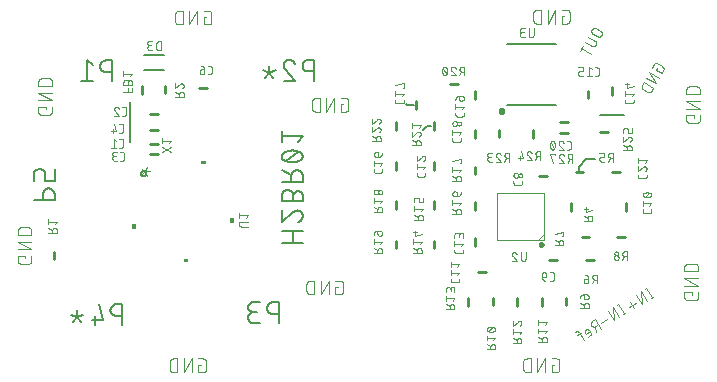
<source format=gbr>
G04 EAGLE Gerber RS-274X export*
G75*
%MOMM*%
%FSLAX34Y34*%
%LPD*%
%INSilkscreen Bottom*%
%IPPOS*%
%AMOC8*
5,1,8,0,0,1.08239X$1,22.5*%
G01*
%ADD10C,0.152400*%
%ADD11C,0.101600*%
%ADD12C,0.076200*%
%ADD13C,0.050800*%
%ADD14C,0.254000*%
%ADD15C,0.100000*%
%ADD16C,0.250000*%
%ADD17C,0.304800*%
%ADD18C,0.150000*%

G36*
X161492Y226538D02*
X161492Y226538D01*
X161494Y226537D01*
X161537Y226557D01*
X161581Y226575D01*
X161582Y226577D01*
X161584Y226578D01*
X161617Y226663D01*
X161617Y229203D01*
X161616Y229205D01*
X161616Y229207D01*
X161597Y229250D01*
X161578Y229294D01*
X161576Y229295D01*
X161575Y229297D01*
X161490Y229330D01*
X157680Y229330D01*
X157678Y229329D01*
X157676Y229329D01*
X157633Y229310D01*
X157590Y229291D01*
X157589Y229289D01*
X157587Y229288D01*
X157554Y229203D01*
X157554Y226663D01*
X157555Y226661D01*
X157554Y226659D01*
X157574Y226616D01*
X157592Y226573D01*
X157594Y226572D01*
X157595Y226570D01*
X157680Y226537D01*
X161490Y226537D01*
X161492Y226538D01*
G37*
G36*
X184755Y176999D02*
X184755Y176999D01*
X184757Y176998D01*
X184800Y177018D01*
X184844Y177036D01*
X184845Y177038D01*
X184847Y177039D01*
X184880Y177124D01*
X184880Y180934D01*
X184879Y180936D01*
X184879Y180938D01*
X184860Y180981D01*
X184841Y181025D01*
X184839Y181026D01*
X184838Y181028D01*
X184753Y181061D01*
X182213Y181061D01*
X182211Y181060D01*
X182209Y181060D01*
X182166Y181041D01*
X182123Y181022D01*
X182122Y181020D01*
X182120Y181019D01*
X182087Y180934D01*
X182087Y177124D01*
X182088Y177122D01*
X182087Y177120D01*
X182107Y177077D01*
X182125Y177034D01*
X182127Y177033D01*
X182128Y177031D01*
X182213Y176998D01*
X184753Y176998D01*
X184755Y176999D01*
G37*
G36*
X101951Y171998D02*
X101951Y171998D01*
X101953Y171997D01*
X101996Y172017D01*
X102040Y172035D01*
X102041Y172037D01*
X102043Y172038D01*
X102076Y172123D01*
X102076Y175933D01*
X102075Y175935D01*
X102075Y175937D01*
X102056Y175980D01*
X102037Y176024D01*
X102035Y176025D01*
X102034Y176027D01*
X101949Y176060D01*
X99409Y176060D01*
X99407Y176059D01*
X99405Y176059D01*
X99362Y176040D01*
X99319Y176021D01*
X99318Y176019D01*
X99316Y176018D01*
X99283Y175933D01*
X99283Y172123D01*
X99284Y172121D01*
X99283Y172119D01*
X99303Y172076D01*
X99321Y172033D01*
X99323Y172032D01*
X99324Y172030D01*
X99409Y171997D01*
X101949Y171997D01*
X101951Y171998D01*
G37*
G36*
X146489Y143734D02*
X146489Y143734D01*
X146491Y143733D01*
X146534Y143753D01*
X146578Y143771D01*
X146579Y143773D01*
X146581Y143774D01*
X146614Y143859D01*
X146614Y146399D01*
X146613Y146401D01*
X146613Y146403D01*
X146594Y146446D01*
X146575Y146490D01*
X146573Y146491D01*
X146572Y146493D01*
X146487Y146526D01*
X142677Y146526D01*
X142675Y146525D01*
X142673Y146525D01*
X142630Y146506D01*
X142587Y146487D01*
X142586Y146485D01*
X142584Y146484D01*
X142551Y146399D01*
X142551Y143859D01*
X142552Y143857D01*
X142551Y143855D01*
X142571Y143812D01*
X142589Y143769D01*
X142591Y143768D01*
X142592Y143766D01*
X142677Y143733D01*
X146487Y143733D01*
X146489Y143734D01*
G37*
D10*
X81788Y296831D02*
X81788Y314611D01*
X76849Y314611D01*
X76709Y314609D01*
X76570Y314603D01*
X76430Y314593D01*
X76291Y314579D01*
X76152Y314562D01*
X76014Y314540D01*
X75877Y314514D01*
X75740Y314485D01*
X75604Y314452D01*
X75470Y314415D01*
X75336Y314374D01*
X75204Y314329D01*
X75072Y314280D01*
X74943Y314228D01*
X74815Y314173D01*
X74688Y314113D01*
X74563Y314050D01*
X74440Y313984D01*
X74319Y313914D01*
X74200Y313841D01*
X74083Y313764D01*
X73969Y313684D01*
X73856Y313601D01*
X73746Y313515D01*
X73639Y313425D01*
X73534Y313333D01*
X73432Y313238D01*
X73332Y313140D01*
X73235Y313039D01*
X73141Y312935D01*
X73051Y312829D01*
X72963Y312720D01*
X72878Y312609D01*
X72797Y312495D01*
X72718Y312380D01*
X72643Y312262D01*
X72572Y312142D01*
X72504Y312019D01*
X72439Y311896D01*
X72378Y311770D01*
X72320Y311642D01*
X72266Y311514D01*
X72216Y311383D01*
X72169Y311251D01*
X72126Y311118D01*
X72087Y310984D01*
X72052Y310849D01*
X72021Y310713D01*
X71993Y310575D01*
X71970Y310438D01*
X71950Y310299D01*
X71934Y310160D01*
X71922Y310021D01*
X71914Y309882D01*
X71910Y309742D01*
X71910Y309602D01*
X71914Y309462D01*
X71922Y309323D01*
X71934Y309184D01*
X71950Y309045D01*
X71970Y308906D01*
X71993Y308769D01*
X72021Y308631D01*
X72052Y308495D01*
X72087Y308360D01*
X72126Y308226D01*
X72169Y308093D01*
X72216Y307961D01*
X72266Y307830D01*
X72320Y307702D01*
X72378Y307574D01*
X72439Y307448D01*
X72504Y307325D01*
X72572Y307203D01*
X72643Y307082D01*
X72718Y306964D01*
X72797Y306849D01*
X72878Y306735D01*
X72963Y306624D01*
X73051Y306515D01*
X73141Y306409D01*
X73235Y306305D01*
X73332Y306204D01*
X73432Y306106D01*
X73534Y306011D01*
X73639Y305919D01*
X73746Y305829D01*
X73856Y305743D01*
X73969Y305660D01*
X74083Y305580D01*
X74200Y305503D01*
X74319Y305430D01*
X74440Y305360D01*
X74563Y305294D01*
X74688Y305231D01*
X74815Y305171D01*
X74943Y305116D01*
X75072Y305064D01*
X75204Y305015D01*
X75336Y304970D01*
X75470Y304929D01*
X75604Y304892D01*
X75740Y304859D01*
X75877Y304830D01*
X76014Y304804D01*
X76152Y304782D01*
X76291Y304765D01*
X76430Y304751D01*
X76570Y304741D01*
X76709Y304735D01*
X76849Y304733D01*
X81788Y304733D01*
X65793Y310660D02*
X60854Y314611D01*
X60854Y296831D01*
X65793Y296831D02*
X55915Y296831D01*
X253194Y297371D02*
X253194Y315151D01*
X248255Y315151D01*
X248115Y315149D01*
X247976Y315143D01*
X247836Y315133D01*
X247697Y315119D01*
X247558Y315102D01*
X247420Y315080D01*
X247283Y315054D01*
X247146Y315025D01*
X247010Y314992D01*
X246876Y314955D01*
X246742Y314914D01*
X246610Y314869D01*
X246478Y314820D01*
X246349Y314768D01*
X246221Y314713D01*
X246094Y314653D01*
X245969Y314590D01*
X245846Y314524D01*
X245725Y314454D01*
X245606Y314381D01*
X245489Y314304D01*
X245375Y314224D01*
X245262Y314141D01*
X245152Y314055D01*
X245045Y313965D01*
X244940Y313873D01*
X244838Y313778D01*
X244738Y313680D01*
X244641Y313579D01*
X244547Y313475D01*
X244457Y313369D01*
X244369Y313260D01*
X244284Y313149D01*
X244203Y313035D01*
X244124Y312920D01*
X244049Y312802D01*
X243978Y312682D01*
X243910Y312559D01*
X243845Y312436D01*
X243784Y312310D01*
X243726Y312182D01*
X243672Y312054D01*
X243622Y311923D01*
X243575Y311791D01*
X243532Y311658D01*
X243493Y311524D01*
X243458Y311389D01*
X243427Y311253D01*
X243399Y311115D01*
X243376Y310978D01*
X243356Y310839D01*
X243340Y310700D01*
X243328Y310561D01*
X243320Y310422D01*
X243316Y310282D01*
X243316Y310142D01*
X243320Y310002D01*
X243328Y309863D01*
X243340Y309724D01*
X243356Y309585D01*
X243376Y309446D01*
X243399Y309309D01*
X243427Y309171D01*
X243458Y309035D01*
X243493Y308900D01*
X243532Y308766D01*
X243575Y308633D01*
X243622Y308501D01*
X243672Y308370D01*
X243726Y308242D01*
X243784Y308114D01*
X243845Y307988D01*
X243910Y307865D01*
X243978Y307743D01*
X244049Y307622D01*
X244124Y307504D01*
X244203Y307389D01*
X244284Y307275D01*
X244369Y307164D01*
X244457Y307055D01*
X244547Y306949D01*
X244641Y306845D01*
X244738Y306744D01*
X244838Y306646D01*
X244940Y306551D01*
X245045Y306459D01*
X245152Y306369D01*
X245262Y306283D01*
X245375Y306200D01*
X245489Y306120D01*
X245606Y306043D01*
X245725Y305970D01*
X245846Y305900D01*
X245969Y305834D01*
X246094Y305771D01*
X246221Y305711D01*
X246349Y305656D01*
X246478Y305604D01*
X246610Y305555D01*
X246742Y305510D01*
X246876Y305469D01*
X247010Y305432D01*
X247146Y305399D01*
X247283Y305370D01*
X247420Y305344D01*
X247558Y305322D01*
X247697Y305305D01*
X247836Y305291D01*
X247976Y305281D01*
X248115Y305275D01*
X248255Y305273D01*
X253194Y305273D01*
X231766Y315151D02*
X231634Y315149D01*
X231503Y315143D01*
X231371Y315133D01*
X231240Y315120D01*
X231110Y315102D01*
X230980Y315081D01*
X230850Y315056D01*
X230722Y315027D01*
X230594Y314994D01*
X230468Y314957D01*
X230342Y314917D01*
X230218Y314873D01*
X230095Y314825D01*
X229974Y314774D01*
X229854Y314719D01*
X229736Y314661D01*
X229620Y314599D01*
X229506Y314533D01*
X229393Y314465D01*
X229283Y314393D01*
X229175Y314318D01*
X229069Y314239D01*
X228965Y314158D01*
X228864Y314073D01*
X228766Y313986D01*
X228670Y313895D01*
X228577Y313802D01*
X228486Y313706D01*
X228399Y313608D01*
X228314Y313507D01*
X228233Y313403D01*
X228154Y313297D01*
X228079Y313189D01*
X228007Y313079D01*
X227939Y312966D01*
X227873Y312852D01*
X227811Y312736D01*
X227753Y312618D01*
X227698Y312498D01*
X227647Y312377D01*
X227599Y312254D01*
X227555Y312130D01*
X227515Y312004D01*
X227478Y311878D01*
X227445Y311750D01*
X227416Y311622D01*
X227391Y311492D01*
X227370Y311362D01*
X227352Y311232D01*
X227339Y311101D01*
X227329Y310969D01*
X227323Y310838D01*
X227321Y310706D01*
X231766Y315151D02*
X231916Y315149D01*
X232065Y315143D01*
X232214Y315133D01*
X232363Y315120D01*
X232512Y315102D01*
X232660Y315081D01*
X232808Y315055D01*
X232954Y315026D01*
X233100Y314993D01*
X233245Y314956D01*
X233389Y314915D01*
X233532Y314871D01*
X233674Y314823D01*
X233814Y314771D01*
X233953Y314716D01*
X234091Y314657D01*
X234226Y314594D01*
X234361Y314528D01*
X234493Y314458D01*
X234623Y314385D01*
X234752Y314308D01*
X234879Y314228D01*
X235003Y314145D01*
X235125Y314059D01*
X235245Y313969D01*
X235362Y313876D01*
X235477Y313781D01*
X235590Y313682D01*
X235700Y313580D01*
X235807Y313476D01*
X235911Y313369D01*
X236013Y313259D01*
X236111Y313146D01*
X236207Y313031D01*
X236299Y312913D01*
X236389Y312793D01*
X236475Y312671D01*
X236558Y312547D01*
X236638Y312420D01*
X236714Y312292D01*
X236787Y312161D01*
X236857Y312028D01*
X236923Y311894D01*
X236985Y311758D01*
X237044Y311621D01*
X237100Y311482D01*
X237151Y311341D01*
X237199Y311200D01*
X228803Y307249D02*
X228707Y307342D01*
X228615Y307438D01*
X228525Y307537D01*
X228438Y307638D01*
X228354Y307741D01*
X228272Y307846D01*
X228194Y307954D01*
X228119Y308064D01*
X228046Y308176D01*
X227977Y308290D01*
X227911Y308406D01*
X227849Y308524D01*
X227790Y308643D01*
X227734Y308764D01*
X227681Y308887D01*
X227632Y309011D01*
X227587Y309136D01*
X227544Y309263D01*
X227506Y309390D01*
X227471Y309519D01*
X227440Y309648D01*
X227412Y309779D01*
X227388Y309910D01*
X227367Y310042D01*
X227351Y310174D01*
X227338Y310307D01*
X227328Y310440D01*
X227323Y310573D01*
X227321Y310706D01*
X228803Y307248D02*
X237199Y297371D01*
X227321Y297371D01*
X214951Y304285D02*
X214951Y310212D01*
X214951Y304285D02*
X211494Y299840D01*
X214951Y304285D02*
X218408Y299840D01*
X214951Y304285D02*
X209518Y306261D01*
X214951Y304285D02*
X220384Y306261D01*
X33369Y196409D02*
X15589Y196409D01*
X33369Y196409D02*
X33369Y201348D01*
X33367Y201488D01*
X33361Y201627D01*
X33351Y201767D01*
X33337Y201906D01*
X33320Y202045D01*
X33298Y202183D01*
X33272Y202320D01*
X33243Y202457D01*
X33210Y202593D01*
X33173Y202727D01*
X33132Y202861D01*
X33087Y202993D01*
X33038Y203125D01*
X32986Y203254D01*
X32931Y203382D01*
X32871Y203509D01*
X32808Y203634D01*
X32742Y203757D01*
X32672Y203878D01*
X32599Y203997D01*
X32522Y204114D01*
X32442Y204228D01*
X32359Y204341D01*
X32273Y204451D01*
X32183Y204558D01*
X32091Y204663D01*
X31996Y204765D01*
X31898Y204865D01*
X31797Y204962D01*
X31693Y205056D01*
X31587Y205146D01*
X31478Y205234D01*
X31367Y205319D01*
X31253Y205400D01*
X31138Y205479D01*
X31020Y205554D01*
X30900Y205625D01*
X30777Y205693D01*
X30654Y205758D01*
X30528Y205819D01*
X30400Y205877D01*
X30272Y205931D01*
X30141Y205981D01*
X30009Y206028D01*
X29876Y206071D01*
X29742Y206110D01*
X29607Y206145D01*
X29471Y206176D01*
X29333Y206204D01*
X29196Y206227D01*
X29057Y206247D01*
X28918Y206263D01*
X28779Y206275D01*
X28640Y206283D01*
X28500Y206287D01*
X28360Y206287D01*
X28220Y206283D01*
X28081Y206275D01*
X27942Y206263D01*
X27803Y206247D01*
X27664Y206227D01*
X27527Y206204D01*
X27389Y206176D01*
X27253Y206145D01*
X27118Y206110D01*
X26984Y206071D01*
X26851Y206028D01*
X26719Y205981D01*
X26588Y205931D01*
X26460Y205877D01*
X26332Y205819D01*
X26206Y205758D01*
X26083Y205693D01*
X25960Y205625D01*
X25840Y205554D01*
X25722Y205479D01*
X25607Y205400D01*
X25493Y205319D01*
X25382Y205234D01*
X25273Y205146D01*
X25167Y205056D01*
X25063Y204962D01*
X24962Y204865D01*
X24864Y204765D01*
X24769Y204663D01*
X24677Y204558D01*
X24587Y204451D01*
X24501Y204341D01*
X24418Y204228D01*
X24338Y204114D01*
X24261Y203997D01*
X24188Y203878D01*
X24118Y203757D01*
X24052Y203634D01*
X23989Y203509D01*
X23929Y203382D01*
X23874Y203254D01*
X23822Y203125D01*
X23773Y202993D01*
X23728Y202861D01*
X23687Y202727D01*
X23650Y202593D01*
X23617Y202457D01*
X23588Y202320D01*
X23562Y202183D01*
X23540Y202045D01*
X23523Y201906D01*
X23509Y201767D01*
X23499Y201627D01*
X23493Y201488D01*
X23491Y201348D01*
X23491Y196409D01*
X15589Y212404D02*
X15589Y218331D01*
X15591Y218455D01*
X15597Y218579D01*
X15607Y218703D01*
X15620Y218826D01*
X15638Y218949D01*
X15659Y219071D01*
X15684Y219193D01*
X15713Y219314D01*
X15746Y219433D01*
X15782Y219552D01*
X15823Y219669D01*
X15866Y219785D01*
X15914Y219900D01*
X15965Y220013D01*
X16020Y220125D01*
X16078Y220234D01*
X16139Y220342D01*
X16204Y220448D01*
X16272Y220552D01*
X16344Y220653D01*
X16418Y220753D01*
X16496Y220849D01*
X16576Y220944D01*
X16660Y221036D01*
X16746Y221125D01*
X16835Y221211D01*
X16927Y221295D01*
X17022Y221375D01*
X17118Y221453D01*
X17218Y221527D01*
X17319Y221599D01*
X17423Y221667D01*
X17529Y221732D01*
X17637Y221793D01*
X17746Y221851D01*
X17858Y221906D01*
X17971Y221957D01*
X18086Y222005D01*
X18202Y222048D01*
X18319Y222089D01*
X18438Y222125D01*
X18557Y222158D01*
X18678Y222187D01*
X18800Y222212D01*
X18922Y222233D01*
X19045Y222251D01*
X19168Y222264D01*
X19292Y222274D01*
X19416Y222280D01*
X19540Y222282D01*
X21516Y222282D01*
X21640Y222280D01*
X21764Y222274D01*
X21888Y222264D01*
X22011Y222251D01*
X22134Y222233D01*
X22256Y222212D01*
X22378Y222187D01*
X22499Y222158D01*
X22618Y222125D01*
X22737Y222089D01*
X22854Y222048D01*
X22970Y222005D01*
X23085Y221957D01*
X23198Y221906D01*
X23310Y221851D01*
X23419Y221793D01*
X23527Y221732D01*
X23633Y221667D01*
X23737Y221599D01*
X23838Y221527D01*
X23938Y221453D01*
X24034Y221375D01*
X24129Y221295D01*
X24221Y221211D01*
X24310Y221125D01*
X24396Y221036D01*
X24480Y220944D01*
X24560Y220849D01*
X24638Y220753D01*
X24712Y220653D01*
X24784Y220552D01*
X24852Y220448D01*
X24917Y220342D01*
X24978Y220234D01*
X25036Y220125D01*
X25091Y220013D01*
X25142Y219900D01*
X25190Y219785D01*
X25233Y219669D01*
X25274Y219552D01*
X25310Y219433D01*
X25343Y219314D01*
X25372Y219193D01*
X25397Y219071D01*
X25418Y218949D01*
X25436Y218826D01*
X25449Y218703D01*
X25459Y218579D01*
X25465Y218455D01*
X25467Y218331D01*
X25467Y212404D01*
X33369Y212404D01*
X33369Y222282D01*
X90519Y108236D02*
X90519Y90456D01*
X90519Y108236D02*
X85580Y108236D01*
X85440Y108234D01*
X85301Y108228D01*
X85161Y108218D01*
X85022Y108204D01*
X84883Y108187D01*
X84745Y108165D01*
X84608Y108139D01*
X84471Y108110D01*
X84335Y108077D01*
X84201Y108040D01*
X84067Y107999D01*
X83935Y107954D01*
X83803Y107905D01*
X83674Y107853D01*
X83546Y107798D01*
X83419Y107738D01*
X83294Y107675D01*
X83171Y107609D01*
X83050Y107539D01*
X82931Y107466D01*
X82814Y107389D01*
X82700Y107309D01*
X82587Y107226D01*
X82477Y107140D01*
X82370Y107050D01*
X82265Y106958D01*
X82163Y106863D01*
X82063Y106765D01*
X81966Y106664D01*
X81872Y106560D01*
X81782Y106454D01*
X81694Y106345D01*
X81609Y106234D01*
X81528Y106120D01*
X81449Y106005D01*
X81374Y105887D01*
X81303Y105766D01*
X81235Y105644D01*
X81170Y105521D01*
X81109Y105395D01*
X81051Y105267D01*
X80997Y105139D01*
X80947Y105008D01*
X80900Y104876D01*
X80857Y104743D01*
X80818Y104609D01*
X80783Y104474D01*
X80752Y104338D01*
X80724Y104200D01*
X80701Y104063D01*
X80681Y103924D01*
X80665Y103785D01*
X80653Y103646D01*
X80645Y103507D01*
X80641Y103367D01*
X80641Y103227D01*
X80645Y103087D01*
X80653Y102948D01*
X80665Y102809D01*
X80681Y102670D01*
X80701Y102531D01*
X80724Y102394D01*
X80752Y102256D01*
X80783Y102120D01*
X80818Y101985D01*
X80857Y101851D01*
X80900Y101718D01*
X80947Y101586D01*
X80997Y101455D01*
X81051Y101327D01*
X81109Y101199D01*
X81170Y101073D01*
X81235Y100950D01*
X81303Y100827D01*
X81374Y100707D01*
X81449Y100589D01*
X81528Y100474D01*
X81609Y100360D01*
X81694Y100249D01*
X81782Y100140D01*
X81872Y100034D01*
X81966Y99930D01*
X82063Y99829D01*
X82163Y99731D01*
X82265Y99636D01*
X82370Y99544D01*
X82477Y99454D01*
X82587Y99368D01*
X82700Y99285D01*
X82814Y99205D01*
X82931Y99128D01*
X83050Y99055D01*
X83171Y98985D01*
X83294Y98919D01*
X83419Y98856D01*
X83546Y98796D01*
X83674Y98741D01*
X83803Y98689D01*
X83935Y98640D01*
X84067Y98595D01*
X84201Y98554D01*
X84335Y98517D01*
X84471Y98484D01*
X84608Y98455D01*
X84745Y98429D01*
X84883Y98407D01*
X85022Y98390D01*
X85161Y98376D01*
X85301Y98366D01*
X85440Y98360D01*
X85580Y98358D01*
X90519Y98358D01*
X74524Y94407D02*
X70573Y108236D01*
X74524Y94407D02*
X64646Y94407D01*
X67610Y98358D02*
X67610Y90456D01*
X52277Y97370D02*
X52277Y103297D01*
X52277Y97370D02*
X48819Y92925D01*
X52277Y97370D02*
X55734Y92925D01*
X52277Y97370D02*
X46844Y99346D01*
X52277Y97370D02*
X57709Y99346D01*
X223076Y92043D02*
X223076Y109823D01*
X218137Y109823D01*
X217997Y109821D01*
X217858Y109815D01*
X217718Y109805D01*
X217579Y109791D01*
X217440Y109774D01*
X217302Y109752D01*
X217165Y109726D01*
X217028Y109697D01*
X216892Y109664D01*
X216758Y109627D01*
X216624Y109586D01*
X216492Y109541D01*
X216360Y109492D01*
X216231Y109440D01*
X216103Y109385D01*
X215976Y109325D01*
X215851Y109262D01*
X215728Y109196D01*
X215607Y109126D01*
X215488Y109053D01*
X215371Y108976D01*
X215257Y108896D01*
X215144Y108813D01*
X215034Y108727D01*
X214927Y108637D01*
X214822Y108545D01*
X214720Y108450D01*
X214620Y108352D01*
X214523Y108251D01*
X214429Y108147D01*
X214339Y108041D01*
X214251Y107932D01*
X214166Y107821D01*
X214085Y107707D01*
X214006Y107592D01*
X213931Y107474D01*
X213860Y107353D01*
X213792Y107231D01*
X213727Y107108D01*
X213666Y106982D01*
X213608Y106854D01*
X213554Y106726D01*
X213504Y106595D01*
X213457Y106463D01*
X213414Y106330D01*
X213375Y106196D01*
X213340Y106061D01*
X213309Y105925D01*
X213281Y105787D01*
X213258Y105650D01*
X213238Y105511D01*
X213222Y105372D01*
X213210Y105233D01*
X213202Y105094D01*
X213198Y104954D01*
X213198Y104814D01*
X213202Y104674D01*
X213210Y104535D01*
X213222Y104396D01*
X213238Y104257D01*
X213258Y104118D01*
X213281Y103981D01*
X213309Y103843D01*
X213340Y103707D01*
X213375Y103572D01*
X213414Y103438D01*
X213457Y103305D01*
X213504Y103173D01*
X213554Y103042D01*
X213608Y102914D01*
X213666Y102786D01*
X213727Y102660D01*
X213792Y102537D01*
X213860Y102414D01*
X213931Y102294D01*
X214006Y102176D01*
X214085Y102061D01*
X214166Y101947D01*
X214251Y101836D01*
X214339Y101727D01*
X214429Y101621D01*
X214523Y101517D01*
X214620Y101416D01*
X214720Y101318D01*
X214822Y101223D01*
X214927Y101131D01*
X215034Y101041D01*
X215144Y100955D01*
X215257Y100872D01*
X215371Y100792D01*
X215488Y100715D01*
X215607Y100642D01*
X215728Y100572D01*
X215851Y100506D01*
X215976Y100443D01*
X216103Y100383D01*
X216231Y100328D01*
X216360Y100276D01*
X216492Y100227D01*
X216624Y100182D01*
X216758Y100141D01*
X216892Y100104D01*
X217028Y100071D01*
X217165Y100042D01*
X217302Y100016D01*
X217440Y99994D01*
X217579Y99977D01*
X217718Y99963D01*
X217858Y99953D01*
X217997Y99947D01*
X218137Y99945D01*
X223076Y99945D01*
X207080Y92043D02*
X202142Y92043D01*
X202002Y92045D01*
X201863Y92051D01*
X201723Y92061D01*
X201584Y92075D01*
X201445Y92092D01*
X201307Y92114D01*
X201170Y92140D01*
X201033Y92169D01*
X200897Y92202D01*
X200763Y92239D01*
X200629Y92280D01*
X200497Y92325D01*
X200365Y92374D01*
X200236Y92426D01*
X200108Y92481D01*
X199981Y92541D01*
X199856Y92604D01*
X199733Y92670D01*
X199612Y92740D01*
X199493Y92813D01*
X199376Y92890D01*
X199262Y92970D01*
X199149Y93053D01*
X199039Y93139D01*
X198932Y93229D01*
X198827Y93321D01*
X198725Y93416D01*
X198625Y93514D01*
X198528Y93615D01*
X198434Y93719D01*
X198344Y93825D01*
X198256Y93934D01*
X198171Y94045D01*
X198090Y94159D01*
X198011Y94274D01*
X197936Y94392D01*
X197865Y94512D01*
X197797Y94635D01*
X197732Y94758D01*
X197671Y94884D01*
X197613Y95012D01*
X197559Y95140D01*
X197509Y95271D01*
X197462Y95403D01*
X197419Y95536D01*
X197380Y95670D01*
X197345Y95805D01*
X197314Y95941D01*
X197286Y96079D01*
X197263Y96216D01*
X197243Y96355D01*
X197227Y96494D01*
X197215Y96633D01*
X197207Y96772D01*
X197203Y96912D01*
X197203Y97052D01*
X197207Y97192D01*
X197215Y97331D01*
X197227Y97470D01*
X197243Y97609D01*
X197263Y97748D01*
X197286Y97885D01*
X197314Y98023D01*
X197345Y98159D01*
X197380Y98294D01*
X197419Y98428D01*
X197462Y98561D01*
X197509Y98693D01*
X197559Y98824D01*
X197613Y98952D01*
X197671Y99080D01*
X197732Y99206D01*
X197797Y99329D01*
X197865Y99451D01*
X197936Y99572D01*
X198011Y99690D01*
X198090Y99805D01*
X198171Y99919D01*
X198256Y100030D01*
X198344Y100139D01*
X198434Y100245D01*
X198528Y100349D01*
X198625Y100450D01*
X198725Y100548D01*
X198827Y100643D01*
X198932Y100735D01*
X199039Y100825D01*
X199149Y100911D01*
X199262Y100994D01*
X199376Y101074D01*
X199493Y101151D01*
X199612Y101224D01*
X199733Y101294D01*
X199856Y101360D01*
X199981Y101423D01*
X200108Y101483D01*
X200236Y101538D01*
X200365Y101590D01*
X200497Y101639D01*
X200629Y101684D01*
X200763Y101725D01*
X200897Y101762D01*
X201033Y101795D01*
X201170Y101824D01*
X201307Y101850D01*
X201445Y101872D01*
X201584Y101889D01*
X201723Y101903D01*
X201863Y101913D01*
X202002Y101919D01*
X202142Y101921D01*
X201154Y109823D02*
X207080Y109823D01*
X201154Y109823D02*
X201030Y109821D01*
X200906Y109815D01*
X200782Y109805D01*
X200659Y109792D01*
X200536Y109774D01*
X200414Y109753D01*
X200292Y109728D01*
X200171Y109699D01*
X200052Y109666D01*
X199933Y109630D01*
X199816Y109589D01*
X199700Y109546D01*
X199585Y109498D01*
X199472Y109447D01*
X199360Y109392D01*
X199251Y109334D01*
X199143Y109273D01*
X199037Y109208D01*
X198933Y109140D01*
X198832Y109068D01*
X198732Y108994D01*
X198636Y108916D01*
X198541Y108836D01*
X198449Y108752D01*
X198360Y108666D01*
X198274Y108577D01*
X198190Y108485D01*
X198110Y108390D01*
X198032Y108294D01*
X197958Y108194D01*
X197886Y108093D01*
X197818Y107989D01*
X197753Y107883D01*
X197692Y107775D01*
X197634Y107666D01*
X197579Y107554D01*
X197528Y107441D01*
X197480Y107326D01*
X197437Y107210D01*
X197396Y107093D01*
X197360Y106974D01*
X197327Y106855D01*
X197298Y106734D01*
X197273Y106612D01*
X197252Y106490D01*
X197234Y106367D01*
X197221Y106244D01*
X197211Y106120D01*
X197205Y105996D01*
X197203Y105872D01*
X197205Y105748D01*
X197211Y105624D01*
X197221Y105500D01*
X197234Y105377D01*
X197252Y105254D01*
X197273Y105132D01*
X197298Y105010D01*
X197327Y104889D01*
X197360Y104770D01*
X197396Y104651D01*
X197437Y104534D01*
X197480Y104418D01*
X197528Y104303D01*
X197579Y104190D01*
X197634Y104078D01*
X197692Y103969D01*
X197753Y103861D01*
X197818Y103755D01*
X197886Y103651D01*
X197958Y103550D01*
X198032Y103450D01*
X198110Y103354D01*
X198190Y103259D01*
X198274Y103167D01*
X198360Y103078D01*
X198449Y102992D01*
X198541Y102908D01*
X198636Y102828D01*
X198732Y102750D01*
X198832Y102676D01*
X198933Y102604D01*
X199037Y102536D01*
X199143Y102471D01*
X199251Y102410D01*
X199360Y102352D01*
X199472Y102297D01*
X199585Y102246D01*
X199700Y102198D01*
X199816Y102155D01*
X199933Y102114D01*
X200052Y102078D01*
X200171Y102045D01*
X200292Y102016D01*
X200414Y101991D01*
X200536Y101970D01*
X200659Y101952D01*
X200782Y101939D01*
X200906Y101929D01*
X201030Y101923D01*
X201154Y101921D01*
X205105Y101921D01*
X225603Y160357D02*
X243383Y160357D01*
X235481Y160357D02*
X235481Y170235D01*
X243383Y170235D02*
X225603Y170235D01*
X238938Y187543D02*
X239070Y187541D01*
X239201Y187535D01*
X239333Y187525D01*
X239464Y187512D01*
X239594Y187494D01*
X239724Y187473D01*
X239854Y187448D01*
X239982Y187419D01*
X240110Y187386D01*
X240236Y187349D01*
X240362Y187309D01*
X240486Y187265D01*
X240609Y187217D01*
X240730Y187166D01*
X240850Y187111D01*
X240968Y187053D01*
X241084Y186991D01*
X241198Y186925D01*
X241311Y186857D01*
X241421Y186785D01*
X241529Y186710D01*
X241635Y186631D01*
X241739Y186550D01*
X241840Y186465D01*
X241938Y186378D01*
X242034Y186287D01*
X242127Y186194D01*
X242218Y186098D01*
X242305Y186000D01*
X242390Y185899D01*
X242471Y185795D01*
X242550Y185689D01*
X242625Y185581D01*
X242697Y185471D01*
X242765Y185358D01*
X242831Y185244D01*
X242893Y185128D01*
X242951Y185010D01*
X243006Y184890D01*
X243057Y184769D01*
X243105Y184646D01*
X243149Y184522D01*
X243189Y184396D01*
X243226Y184270D01*
X243259Y184142D01*
X243288Y184014D01*
X243313Y183884D01*
X243334Y183754D01*
X243352Y183624D01*
X243365Y183493D01*
X243375Y183361D01*
X243381Y183230D01*
X243383Y183098D01*
X243381Y182948D01*
X243375Y182799D01*
X243365Y182650D01*
X243352Y182501D01*
X243334Y182352D01*
X243313Y182204D01*
X243287Y182056D01*
X243258Y181910D01*
X243225Y181764D01*
X243188Y181619D01*
X243147Y181475D01*
X243103Y181332D01*
X243055Y181190D01*
X243003Y181050D01*
X242948Y180911D01*
X242889Y180773D01*
X242826Y180638D01*
X242760Y180503D01*
X242690Y180371D01*
X242617Y180241D01*
X242540Y180112D01*
X242460Y179985D01*
X242377Y179861D01*
X242291Y179739D01*
X242201Y179619D01*
X242108Y179502D01*
X242013Y179387D01*
X241914Y179274D01*
X241812Y179164D01*
X241708Y179057D01*
X241601Y178953D01*
X241491Y178851D01*
X241378Y178753D01*
X241263Y178657D01*
X241145Y178565D01*
X241025Y178475D01*
X240903Y178389D01*
X240779Y178306D01*
X240652Y178226D01*
X240524Y178150D01*
X240393Y178077D01*
X240260Y178007D01*
X240126Y177941D01*
X239990Y177879D01*
X239853Y177820D01*
X239714Y177764D01*
X239573Y177713D01*
X239432Y177665D01*
X235481Y186061D02*
X235574Y186157D01*
X235670Y186249D01*
X235769Y186339D01*
X235870Y186426D01*
X235973Y186511D01*
X236078Y186592D01*
X236186Y186670D01*
X236296Y186745D01*
X236408Y186818D01*
X236522Y186887D01*
X236638Y186953D01*
X236756Y187015D01*
X236875Y187074D01*
X236996Y187130D01*
X237119Y187183D01*
X237243Y187232D01*
X237368Y187277D01*
X237495Y187320D01*
X237622Y187358D01*
X237751Y187393D01*
X237880Y187424D01*
X238011Y187452D01*
X238142Y187476D01*
X238274Y187497D01*
X238406Y187513D01*
X238539Y187526D01*
X238672Y187536D01*
X238805Y187541D01*
X238938Y187543D01*
X235481Y186062D02*
X225603Y177666D01*
X225603Y187543D01*
X235481Y195171D02*
X235481Y200110D01*
X235479Y200250D01*
X235473Y200389D01*
X235463Y200529D01*
X235449Y200668D01*
X235432Y200807D01*
X235410Y200945D01*
X235384Y201082D01*
X235355Y201219D01*
X235322Y201355D01*
X235285Y201489D01*
X235244Y201623D01*
X235199Y201755D01*
X235150Y201887D01*
X235098Y202016D01*
X235043Y202144D01*
X234983Y202271D01*
X234920Y202396D01*
X234854Y202519D01*
X234784Y202640D01*
X234711Y202759D01*
X234634Y202876D01*
X234554Y202990D01*
X234471Y203103D01*
X234385Y203213D01*
X234295Y203320D01*
X234203Y203425D01*
X234108Y203527D01*
X234010Y203627D01*
X233909Y203724D01*
X233805Y203818D01*
X233699Y203908D01*
X233590Y203996D01*
X233479Y204081D01*
X233365Y204162D01*
X233250Y204241D01*
X233132Y204316D01*
X233012Y204387D01*
X232889Y204455D01*
X232766Y204520D01*
X232640Y204581D01*
X232512Y204639D01*
X232384Y204693D01*
X232253Y204743D01*
X232121Y204790D01*
X231988Y204833D01*
X231854Y204872D01*
X231719Y204907D01*
X231583Y204938D01*
X231445Y204966D01*
X231308Y204989D01*
X231169Y205009D01*
X231030Y205025D01*
X230891Y205037D01*
X230752Y205045D01*
X230612Y205049D01*
X230472Y205049D01*
X230332Y205045D01*
X230193Y205037D01*
X230054Y205025D01*
X229915Y205009D01*
X229776Y204989D01*
X229639Y204966D01*
X229501Y204938D01*
X229365Y204907D01*
X229230Y204872D01*
X229096Y204833D01*
X228963Y204790D01*
X228831Y204743D01*
X228700Y204693D01*
X228572Y204639D01*
X228444Y204581D01*
X228318Y204520D01*
X228195Y204455D01*
X228073Y204387D01*
X227952Y204316D01*
X227834Y204241D01*
X227719Y204162D01*
X227605Y204081D01*
X227494Y203996D01*
X227385Y203908D01*
X227279Y203818D01*
X227175Y203724D01*
X227074Y203627D01*
X226976Y203527D01*
X226881Y203425D01*
X226789Y203320D01*
X226699Y203213D01*
X226613Y203103D01*
X226530Y202990D01*
X226450Y202876D01*
X226373Y202759D01*
X226300Y202640D01*
X226230Y202519D01*
X226164Y202396D01*
X226101Y202271D01*
X226041Y202144D01*
X225986Y202016D01*
X225934Y201887D01*
X225885Y201755D01*
X225840Y201623D01*
X225799Y201489D01*
X225762Y201355D01*
X225729Y201219D01*
X225700Y201082D01*
X225674Y200945D01*
X225652Y200807D01*
X225635Y200668D01*
X225621Y200529D01*
X225611Y200389D01*
X225605Y200250D01*
X225603Y200110D01*
X225603Y195171D01*
X243383Y195171D01*
X243383Y200110D01*
X243381Y200234D01*
X243375Y200358D01*
X243365Y200482D01*
X243352Y200605D01*
X243334Y200728D01*
X243313Y200850D01*
X243288Y200972D01*
X243259Y201093D01*
X243226Y201212D01*
X243190Y201331D01*
X243149Y201448D01*
X243106Y201564D01*
X243058Y201679D01*
X243007Y201792D01*
X242952Y201904D01*
X242894Y202013D01*
X242833Y202121D01*
X242768Y202227D01*
X242700Y202331D01*
X242628Y202432D01*
X242554Y202532D01*
X242476Y202628D01*
X242396Y202723D01*
X242312Y202815D01*
X242226Y202904D01*
X242137Y202990D01*
X242045Y203074D01*
X241950Y203154D01*
X241854Y203232D01*
X241754Y203306D01*
X241653Y203378D01*
X241549Y203446D01*
X241443Y203511D01*
X241335Y203572D01*
X241226Y203630D01*
X241114Y203685D01*
X241001Y203736D01*
X240886Y203784D01*
X240770Y203827D01*
X240653Y203868D01*
X240534Y203904D01*
X240415Y203937D01*
X240294Y203966D01*
X240172Y203991D01*
X240050Y204012D01*
X239927Y204030D01*
X239804Y204043D01*
X239680Y204053D01*
X239556Y204059D01*
X239432Y204061D01*
X239308Y204059D01*
X239184Y204053D01*
X239060Y204043D01*
X238937Y204030D01*
X238814Y204012D01*
X238692Y203991D01*
X238570Y203966D01*
X238449Y203937D01*
X238330Y203904D01*
X238211Y203868D01*
X238094Y203827D01*
X237978Y203784D01*
X237863Y203736D01*
X237750Y203685D01*
X237638Y203630D01*
X237529Y203572D01*
X237421Y203511D01*
X237315Y203446D01*
X237211Y203378D01*
X237110Y203306D01*
X237010Y203232D01*
X236914Y203154D01*
X236819Y203074D01*
X236727Y202990D01*
X236638Y202904D01*
X236552Y202815D01*
X236468Y202723D01*
X236388Y202628D01*
X236310Y202532D01*
X236236Y202432D01*
X236164Y202331D01*
X236096Y202227D01*
X236031Y202121D01*
X235970Y202013D01*
X235912Y201904D01*
X235857Y201792D01*
X235806Y201679D01*
X235758Y201564D01*
X235715Y201448D01*
X235674Y201331D01*
X235638Y201212D01*
X235605Y201093D01*
X235576Y200972D01*
X235551Y200850D01*
X235530Y200728D01*
X235512Y200605D01*
X235499Y200482D01*
X235489Y200358D01*
X235483Y200234D01*
X235481Y200110D01*
X243383Y211810D02*
X225603Y211810D01*
X243383Y211810D02*
X243383Y216749D01*
X243381Y216889D01*
X243375Y217028D01*
X243365Y217168D01*
X243351Y217307D01*
X243334Y217446D01*
X243312Y217584D01*
X243286Y217721D01*
X243257Y217858D01*
X243224Y217994D01*
X243187Y218128D01*
X243146Y218262D01*
X243101Y218394D01*
X243052Y218526D01*
X243000Y218655D01*
X242945Y218783D01*
X242885Y218910D01*
X242822Y219035D01*
X242756Y219158D01*
X242686Y219279D01*
X242613Y219398D01*
X242536Y219515D01*
X242456Y219629D01*
X242373Y219742D01*
X242287Y219852D01*
X242197Y219959D01*
X242105Y220064D01*
X242010Y220166D01*
X241912Y220266D01*
X241811Y220363D01*
X241707Y220457D01*
X241601Y220547D01*
X241492Y220635D01*
X241381Y220720D01*
X241267Y220801D01*
X241152Y220880D01*
X241034Y220955D01*
X240914Y221026D01*
X240791Y221094D01*
X240668Y221159D01*
X240542Y221220D01*
X240414Y221278D01*
X240286Y221332D01*
X240155Y221382D01*
X240023Y221429D01*
X239890Y221472D01*
X239756Y221511D01*
X239621Y221546D01*
X239485Y221577D01*
X239347Y221605D01*
X239210Y221628D01*
X239071Y221648D01*
X238932Y221664D01*
X238793Y221676D01*
X238654Y221684D01*
X238514Y221688D01*
X238374Y221688D01*
X238234Y221684D01*
X238095Y221676D01*
X237956Y221664D01*
X237817Y221648D01*
X237678Y221628D01*
X237541Y221605D01*
X237403Y221577D01*
X237267Y221546D01*
X237132Y221511D01*
X236998Y221472D01*
X236865Y221429D01*
X236733Y221382D01*
X236602Y221332D01*
X236474Y221278D01*
X236346Y221220D01*
X236220Y221159D01*
X236097Y221094D01*
X235975Y221026D01*
X235854Y220955D01*
X235736Y220880D01*
X235621Y220801D01*
X235507Y220720D01*
X235396Y220635D01*
X235287Y220547D01*
X235181Y220457D01*
X235077Y220363D01*
X234976Y220266D01*
X234878Y220166D01*
X234783Y220064D01*
X234691Y219959D01*
X234601Y219852D01*
X234515Y219742D01*
X234432Y219629D01*
X234352Y219515D01*
X234275Y219398D01*
X234202Y219279D01*
X234132Y219158D01*
X234066Y219035D01*
X234003Y218910D01*
X233943Y218783D01*
X233888Y218655D01*
X233836Y218526D01*
X233787Y218394D01*
X233742Y218262D01*
X233701Y218128D01*
X233664Y217994D01*
X233631Y217858D01*
X233602Y217721D01*
X233576Y217584D01*
X233554Y217446D01*
X233537Y217307D01*
X233523Y217168D01*
X233513Y217028D01*
X233507Y216889D01*
X233505Y216749D01*
X233505Y211810D01*
X233505Y217737D02*
X225603Y221688D01*
X234493Y228475D02*
X234843Y228479D01*
X235192Y228492D01*
X235541Y228513D01*
X235890Y228542D01*
X236238Y228579D01*
X236585Y228625D01*
X236930Y228679D01*
X237274Y228741D01*
X237617Y228812D01*
X237958Y228891D01*
X238297Y228977D01*
X238633Y229072D01*
X238968Y229175D01*
X239299Y229286D01*
X239629Y229404D01*
X239955Y229531D01*
X240278Y229665D01*
X240597Y229807D01*
X240914Y229957D01*
X240913Y229957D02*
X241026Y229997D01*
X241136Y230041D01*
X241246Y230089D01*
X241354Y230140D01*
X241459Y230195D01*
X241564Y230253D01*
X241666Y230315D01*
X241766Y230380D01*
X241864Y230448D01*
X241960Y230519D01*
X242053Y230594D01*
X242144Y230671D01*
X242232Y230751D01*
X242317Y230835D01*
X242400Y230920D01*
X242480Y231009D01*
X242557Y231100D01*
X242631Y231194D01*
X242702Y231290D01*
X242770Y231388D01*
X242834Y231488D01*
X242896Y231591D01*
X242953Y231695D01*
X243008Y231801D01*
X243059Y231909D01*
X243106Y232019D01*
X243150Y232130D01*
X243190Y232242D01*
X243226Y232356D01*
X243259Y232470D01*
X243288Y232586D01*
X243313Y232703D01*
X243334Y232820D01*
X243352Y232938D01*
X243365Y233057D01*
X243375Y233176D01*
X243381Y233295D01*
X243383Y233414D01*
X243381Y233533D01*
X243375Y233652D01*
X243365Y233771D01*
X243352Y233890D01*
X243334Y234008D01*
X243313Y234125D01*
X243288Y234242D01*
X243259Y234358D01*
X243226Y234472D01*
X243190Y234586D01*
X243150Y234698D01*
X243106Y234809D01*
X243059Y234919D01*
X243008Y235027D01*
X242953Y235133D01*
X242896Y235237D01*
X242834Y235340D01*
X242770Y235440D01*
X242702Y235538D01*
X242631Y235634D01*
X242557Y235728D01*
X242480Y235819D01*
X242400Y235908D01*
X242317Y235994D01*
X242232Y236077D01*
X242144Y236157D01*
X242053Y236234D01*
X241960Y236309D01*
X241864Y236380D01*
X241766Y236448D01*
X241666Y236513D01*
X241564Y236575D01*
X241459Y236633D01*
X241353Y236688D01*
X241246Y236739D01*
X241136Y236787D01*
X241026Y236831D01*
X240913Y236871D01*
X240914Y236871D02*
X240597Y237021D01*
X240278Y237163D01*
X239955Y237297D01*
X239629Y237424D01*
X239299Y237542D01*
X238968Y237653D01*
X238633Y237756D01*
X238297Y237851D01*
X237958Y237937D01*
X237617Y238016D01*
X237274Y238087D01*
X236930Y238149D01*
X236585Y238203D01*
X236238Y238249D01*
X235890Y238286D01*
X235541Y238315D01*
X235192Y238336D01*
X234843Y238349D01*
X234493Y238353D01*
X234493Y228475D02*
X234143Y228479D01*
X233794Y228492D01*
X233445Y228513D01*
X233096Y228542D01*
X232748Y228579D01*
X232401Y228625D01*
X232056Y228679D01*
X231712Y228741D01*
X231369Y228812D01*
X231028Y228891D01*
X230689Y228977D01*
X230353Y229072D01*
X230018Y229175D01*
X229687Y229286D01*
X229358Y229404D01*
X229031Y229531D01*
X228708Y229665D01*
X228389Y229807D01*
X228073Y229957D01*
X227960Y229997D01*
X227850Y230041D01*
X227740Y230089D01*
X227632Y230140D01*
X227526Y230195D01*
X227422Y230253D01*
X227320Y230315D01*
X227220Y230380D01*
X227122Y230448D01*
X227026Y230519D01*
X226933Y230594D01*
X226842Y230671D01*
X226754Y230751D01*
X226669Y230835D01*
X226586Y230920D01*
X226506Y231009D01*
X226429Y231100D01*
X226355Y231194D01*
X226284Y231290D01*
X226216Y231388D01*
X226152Y231488D01*
X226090Y231591D01*
X226032Y231695D01*
X225978Y231801D01*
X225927Y231909D01*
X225880Y232019D01*
X225836Y232130D01*
X225796Y232242D01*
X225760Y232356D01*
X225727Y232470D01*
X225698Y232586D01*
X225673Y232703D01*
X225652Y232820D01*
X225634Y232938D01*
X225621Y233057D01*
X225611Y233176D01*
X225605Y233295D01*
X225603Y233414D01*
X228073Y236871D02*
X228389Y237021D01*
X228708Y237163D01*
X229031Y237297D01*
X229358Y237424D01*
X229687Y237542D01*
X230018Y237653D01*
X230353Y237756D01*
X230689Y237851D01*
X231028Y237937D01*
X231369Y238016D01*
X231712Y238087D01*
X232056Y238149D01*
X232401Y238203D01*
X232748Y238249D01*
X233096Y238286D01*
X233445Y238315D01*
X233794Y238336D01*
X234143Y238349D01*
X234493Y238353D01*
X228073Y236871D02*
X227960Y236831D01*
X227850Y236787D01*
X227740Y236739D01*
X227633Y236688D01*
X227527Y236633D01*
X227422Y236575D01*
X227320Y236513D01*
X227220Y236448D01*
X227122Y236380D01*
X227026Y236309D01*
X226933Y236234D01*
X226842Y236157D01*
X226754Y236077D01*
X226669Y235994D01*
X226586Y235908D01*
X226506Y235819D01*
X226429Y235728D01*
X226355Y235634D01*
X226284Y235538D01*
X226216Y235440D01*
X226152Y235340D01*
X226090Y235237D01*
X226033Y235133D01*
X225978Y235027D01*
X225927Y234919D01*
X225880Y234809D01*
X225836Y234698D01*
X225796Y234586D01*
X225760Y234472D01*
X225727Y234358D01*
X225698Y234242D01*
X225673Y234125D01*
X225652Y234008D01*
X225634Y233890D01*
X225621Y233771D01*
X225611Y233652D01*
X225605Y233533D01*
X225603Y233414D01*
X229554Y229463D02*
X239432Y237365D01*
X239432Y245226D02*
X243383Y250165D01*
X225603Y250165D01*
X225603Y255103D02*
X225603Y245226D01*
D11*
X161636Y351487D02*
X159688Y351487D01*
X159688Y344996D01*
X163583Y344996D01*
X163682Y344998D01*
X163782Y345004D01*
X163881Y345013D01*
X163979Y345026D01*
X164077Y345043D01*
X164175Y345064D01*
X164271Y345089D01*
X164366Y345117D01*
X164460Y345149D01*
X164553Y345184D01*
X164645Y345223D01*
X164735Y345266D01*
X164823Y345311D01*
X164910Y345361D01*
X164994Y345413D01*
X165077Y345469D01*
X165157Y345527D01*
X165235Y345589D01*
X165310Y345654D01*
X165383Y345722D01*
X165453Y345792D01*
X165521Y345865D01*
X165586Y345940D01*
X165648Y346018D01*
X165706Y346098D01*
X165762Y346181D01*
X165814Y346265D01*
X165864Y346352D01*
X165909Y346440D01*
X165952Y346530D01*
X165991Y346622D01*
X166026Y346715D01*
X166058Y346809D01*
X166086Y346904D01*
X166111Y347000D01*
X166132Y347098D01*
X166149Y347196D01*
X166162Y347294D01*
X166171Y347393D01*
X166177Y347493D01*
X166179Y347592D01*
X166180Y347592D02*
X166180Y354083D01*
X166179Y354083D02*
X166177Y354182D01*
X166171Y354282D01*
X166162Y354381D01*
X166149Y354479D01*
X166132Y354577D01*
X166111Y354675D01*
X166086Y354771D01*
X166058Y354866D01*
X166026Y354960D01*
X165991Y355053D01*
X165952Y355145D01*
X165909Y355235D01*
X165864Y355323D01*
X165814Y355410D01*
X165762Y355494D01*
X165706Y355577D01*
X165648Y355657D01*
X165586Y355735D01*
X165521Y355810D01*
X165453Y355883D01*
X165383Y355953D01*
X165310Y356021D01*
X165235Y356086D01*
X165157Y356148D01*
X165077Y356206D01*
X164994Y356262D01*
X164910Y356314D01*
X164823Y356364D01*
X164735Y356409D01*
X164645Y356452D01*
X164553Y356491D01*
X164460Y356526D01*
X164366Y356558D01*
X164271Y356586D01*
X164175Y356611D01*
X164077Y356632D01*
X163979Y356649D01*
X163881Y356662D01*
X163782Y356671D01*
X163682Y356677D01*
X163583Y356679D01*
X163583Y356680D02*
X159688Y356680D01*
X153988Y356680D02*
X153988Y344996D01*
X147496Y344996D02*
X153988Y356680D01*
X147496Y356680D02*
X147496Y344996D01*
X141796Y344996D02*
X141796Y356680D01*
X138550Y356680D01*
X138437Y356678D01*
X138324Y356672D01*
X138211Y356662D01*
X138098Y356648D01*
X137986Y356631D01*
X137875Y356609D01*
X137765Y356584D01*
X137655Y356554D01*
X137547Y356521D01*
X137440Y356484D01*
X137334Y356444D01*
X137230Y356399D01*
X137127Y356351D01*
X137026Y356300D01*
X136927Y356245D01*
X136830Y356187D01*
X136735Y356125D01*
X136642Y356060D01*
X136552Y355992D01*
X136464Y355921D01*
X136378Y355846D01*
X136295Y355769D01*
X136215Y355689D01*
X136138Y355606D01*
X136063Y355520D01*
X135992Y355432D01*
X135924Y355342D01*
X135859Y355249D01*
X135797Y355154D01*
X135739Y355057D01*
X135684Y354958D01*
X135633Y354857D01*
X135585Y354754D01*
X135540Y354650D01*
X135500Y354544D01*
X135463Y354437D01*
X135430Y354329D01*
X135400Y354219D01*
X135375Y354109D01*
X135353Y353998D01*
X135336Y353886D01*
X135322Y353773D01*
X135312Y353660D01*
X135306Y353547D01*
X135304Y353434D01*
X135304Y348241D01*
X135306Y348128D01*
X135312Y348015D01*
X135322Y347902D01*
X135336Y347789D01*
X135353Y347677D01*
X135375Y347566D01*
X135400Y347456D01*
X135430Y347346D01*
X135463Y347238D01*
X135500Y347131D01*
X135540Y347025D01*
X135585Y346921D01*
X135633Y346818D01*
X135684Y346717D01*
X135739Y346618D01*
X135797Y346521D01*
X135859Y346426D01*
X135924Y346333D01*
X135992Y346243D01*
X136063Y346155D01*
X136138Y346069D01*
X136215Y345986D01*
X136295Y345906D01*
X136378Y345829D01*
X136464Y345754D01*
X136552Y345683D01*
X136642Y345615D01*
X136735Y345550D01*
X136830Y345488D01*
X136927Y345430D01*
X137026Y345375D01*
X137127Y345324D01*
X137230Y345276D01*
X137334Y345231D01*
X137440Y345191D01*
X137547Y345154D01*
X137655Y345121D01*
X137765Y345091D01*
X137875Y345066D01*
X137986Y345044D01*
X138098Y345027D01*
X138211Y345013D01*
X138324Y345003D01*
X138437Y344997D01*
X138550Y344995D01*
X138550Y344996D02*
X141796Y344996D01*
X26049Y275146D02*
X26049Y273198D01*
X26049Y275146D02*
X19558Y275146D01*
X19558Y271251D01*
X19560Y271152D01*
X19566Y271052D01*
X19575Y270953D01*
X19588Y270855D01*
X19605Y270757D01*
X19626Y270659D01*
X19651Y270563D01*
X19679Y270468D01*
X19711Y270374D01*
X19746Y270281D01*
X19785Y270189D01*
X19828Y270099D01*
X19873Y270011D01*
X19923Y269924D01*
X19975Y269840D01*
X20031Y269757D01*
X20089Y269677D01*
X20151Y269599D01*
X20216Y269524D01*
X20284Y269451D01*
X20354Y269381D01*
X20427Y269313D01*
X20502Y269248D01*
X20580Y269186D01*
X20660Y269128D01*
X20743Y269072D01*
X20827Y269020D01*
X20914Y268970D01*
X21002Y268925D01*
X21092Y268882D01*
X21184Y268843D01*
X21277Y268808D01*
X21371Y268776D01*
X21466Y268748D01*
X21562Y268723D01*
X21660Y268702D01*
X21758Y268685D01*
X21856Y268672D01*
X21955Y268663D01*
X22055Y268657D01*
X22154Y268655D01*
X22154Y268654D02*
X28646Y268654D01*
X28646Y268655D02*
X28745Y268657D01*
X28845Y268663D01*
X28944Y268672D01*
X29042Y268685D01*
X29140Y268702D01*
X29238Y268723D01*
X29334Y268748D01*
X29429Y268776D01*
X29523Y268808D01*
X29616Y268843D01*
X29708Y268882D01*
X29798Y268925D01*
X29886Y268970D01*
X29973Y269020D01*
X30057Y269072D01*
X30140Y269128D01*
X30220Y269186D01*
X30298Y269248D01*
X30373Y269313D01*
X30446Y269381D01*
X30516Y269451D01*
X30584Y269524D01*
X30649Y269599D01*
X30711Y269677D01*
X30769Y269757D01*
X30825Y269840D01*
X30877Y269924D01*
X30927Y270011D01*
X30972Y270099D01*
X31015Y270189D01*
X31054Y270281D01*
X31089Y270373D01*
X31121Y270468D01*
X31149Y270563D01*
X31174Y270659D01*
X31195Y270757D01*
X31212Y270855D01*
X31225Y270953D01*
X31234Y271052D01*
X31240Y271152D01*
X31242Y271251D01*
X31242Y275146D01*
X31242Y280846D02*
X19558Y280846D01*
X19558Y287338D02*
X31242Y280846D01*
X31242Y287338D02*
X19558Y287338D01*
X19558Y293038D02*
X31242Y293038D01*
X31242Y296284D01*
X31240Y296397D01*
X31234Y296510D01*
X31224Y296623D01*
X31210Y296736D01*
X31193Y296848D01*
X31171Y296959D01*
X31146Y297069D01*
X31116Y297179D01*
X31083Y297287D01*
X31046Y297394D01*
X31006Y297500D01*
X30961Y297604D01*
X30913Y297707D01*
X30862Y297808D01*
X30807Y297907D01*
X30749Y298004D01*
X30687Y298099D01*
X30622Y298192D01*
X30554Y298282D01*
X30483Y298370D01*
X30408Y298456D01*
X30331Y298539D01*
X30251Y298619D01*
X30168Y298696D01*
X30082Y298771D01*
X29994Y298842D01*
X29904Y298910D01*
X29811Y298975D01*
X29716Y299037D01*
X29619Y299095D01*
X29520Y299150D01*
X29419Y299201D01*
X29316Y299249D01*
X29212Y299294D01*
X29106Y299334D01*
X28999Y299371D01*
X28891Y299404D01*
X28781Y299434D01*
X28671Y299459D01*
X28560Y299481D01*
X28448Y299498D01*
X28335Y299512D01*
X28222Y299522D01*
X28109Y299528D01*
X27996Y299530D01*
X22804Y299530D01*
X22691Y299528D01*
X22578Y299522D01*
X22465Y299512D01*
X22352Y299498D01*
X22240Y299481D01*
X22129Y299459D01*
X22019Y299434D01*
X21909Y299404D01*
X21801Y299371D01*
X21694Y299334D01*
X21588Y299294D01*
X21484Y299249D01*
X21381Y299201D01*
X21280Y299150D01*
X21181Y299095D01*
X21084Y299037D01*
X20989Y298975D01*
X20896Y298910D01*
X20806Y298842D01*
X20718Y298771D01*
X20632Y298696D01*
X20549Y298619D01*
X20469Y298539D01*
X20392Y298456D01*
X20317Y298370D01*
X20246Y298282D01*
X20178Y298192D01*
X20113Y298099D01*
X20051Y298004D01*
X19993Y297907D01*
X19938Y297808D01*
X19887Y297707D01*
X19839Y297604D01*
X19794Y297500D01*
X19754Y297394D01*
X19717Y297287D01*
X19684Y297179D01*
X19654Y297069D01*
X19629Y296959D01*
X19607Y296848D01*
X19590Y296736D01*
X19576Y296623D01*
X19566Y296510D01*
X19560Y296397D01*
X19558Y296284D01*
X19558Y293038D01*
X8587Y148939D02*
X8587Y146992D01*
X8587Y148939D02*
X2096Y148939D01*
X2096Y145045D01*
X2098Y144946D01*
X2104Y144846D01*
X2113Y144747D01*
X2126Y144649D01*
X2143Y144551D01*
X2164Y144453D01*
X2189Y144357D01*
X2217Y144262D01*
X2249Y144168D01*
X2284Y144075D01*
X2323Y143983D01*
X2366Y143893D01*
X2411Y143805D01*
X2461Y143718D01*
X2513Y143634D01*
X2569Y143551D01*
X2627Y143471D01*
X2689Y143393D01*
X2754Y143318D01*
X2822Y143245D01*
X2892Y143175D01*
X2965Y143107D01*
X3040Y143042D01*
X3118Y142980D01*
X3198Y142922D01*
X3281Y142866D01*
X3365Y142814D01*
X3452Y142764D01*
X3540Y142719D01*
X3630Y142676D01*
X3722Y142637D01*
X3815Y142602D01*
X3909Y142570D01*
X4004Y142542D01*
X4100Y142517D01*
X4198Y142496D01*
X4296Y142479D01*
X4394Y142466D01*
X4493Y142457D01*
X4593Y142451D01*
X4692Y142449D01*
X4692Y142448D02*
X11183Y142448D01*
X11183Y142449D02*
X11282Y142451D01*
X11382Y142457D01*
X11481Y142466D01*
X11579Y142479D01*
X11677Y142496D01*
X11775Y142517D01*
X11871Y142542D01*
X11966Y142570D01*
X12060Y142602D01*
X12153Y142637D01*
X12245Y142676D01*
X12335Y142719D01*
X12423Y142764D01*
X12510Y142814D01*
X12594Y142866D01*
X12677Y142922D01*
X12757Y142980D01*
X12835Y143042D01*
X12910Y143107D01*
X12983Y143175D01*
X13053Y143245D01*
X13121Y143318D01*
X13186Y143393D01*
X13248Y143471D01*
X13306Y143551D01*
X13362Y143634D01*
X13414Y143718D01*
X13464Y143805D01*
X13509Y143893D01*
X13552Y143983D01*
X13591Y144075D01*
X13626Y144167D01*
X13658Y144262D01*
X13686Y144357D01*
X13711Y144453D01*
X13732Y144551D01*
X13749Y144649D01*
X13762Y144747D01*
X13771Y144846D01*
X13777Y144946D01*
X13779Y145045D01*
X13780Y145045D02*
X13780Y148939D01*
X13780Y154640D02*
X2096Y154640D01*
X2096Y161131D02*
X13780Y154640D01*
X13780Y161131D02*
X2096Y161131D01*
X2096Y166832D02*
X13780Y166832D01*
X13780Y170078D01*
X13778Y170191D01*
X13772Y170304D01*
X13762Y170417D01*
X13748Y170530D01*
X13731Y170642D01*
X13709Y170753D01*
X13684Y170863D01*
X13654Y170973D01*
X13621Y171081D01*
X13584Y171188D01*
X13544Y171294D01*
X13499Y171398D01*
X13451Y171501D01*
X13400Y171602D01*
X13345Y171701D01*
X13287Y171798D01*
X13225Y171893D01*
X13160Y171986D01*
X13092Y172076D01*
X13021Y172164D01*
X12946Y172250D01*
X12869Y172333D01*
X12789Y172413D01*
X12706Y172490D01*
X12620Y172565D01*
X12532Y172636D01*
X12442Y172704D01*
X12349Y172769D01*
X12254Y172831D01*
X12157Y172889D01*
X12058Y172944D01*
X11957Y172995D01*
X11854Y173043D01*
X11750Y173088D01*
X11644Y173128D01*
X11537Y173165D01*
X11429Y173198D01*
X11319Y173228D01*
X11209Y173253D01*
X11098Y173275D01*
X10986Y173292D01*
X10873Y173306D01*
X10760Y173316D01*
X10647Y173322D01*
X10534Y173324D01*
X10534Y173323D02*
X5341Y173323D01*
X5341Y173324D02*
X5228Y173322D01*
X5115Y173316D01*
X5002Y173306D01*
X4889Y173292D01*
X4777Y173275D01*
X4666Y173253D01*
X4556Y173228D01*
X4446Y173198D01*
X4338Y173165D01*
X4231Y173128D01*
X4125Y173088D01*
X4021Y173043D01*
X3918Y172995D01*
X3817Y172944D01*
X3718Y172889D01*
X3621Y172831D01*
X3526Y172769D01*
X3433Y172704D01*
X3343Y172636D01*
X3255Y172565D01*
X3169Y172490D01*
X3086Y172413D01*
X3006Y172333D01*
X2929Y172250D01*
X2854Y172164D01*
X2783Y172076D01*
X2715Y171986D01*
X2650Y171893D01*
X2588Y171798D01*
X2530Y171701D01*
X2475Y171602D01*
X2424Y171501D01*
X2376Y171398D01*
X2331Y171294D01*
X2291Y171188D01*
X2254Y171081D01*
X2221Y170973D01*
X2191Y170863D01*
X2166Y170753D01*
X2144Y170642D01*
X2127Y170530D01*
X2113Y170417D01*
X2103Y170304D01*
X2097Y170191D01*
X2095Y170078D01*
X2096Y170078D02*
X2096Y166832D01*
X155067Y57005D02*
X157014Y57005D01*
X155067Y57005D02*
X155067Y50514D01*
X158962Y50514D01*
X158962Y50515D02*
X159061Y50517D01*
X159161Y50523D01*
X159260Y50532D01*
X159358Y50545D01*
X159456Y50562D01*
X159554Y50583D01*
X159650Y50608D01*
X159745Y50636D01*
X159839Y50668D01*
X159932Y50703D01*
X160024Y50742D01*
X160114Y50785D01*
X160202Y50830D01*
X160289Y50880D01*
X160373Y50932D01*
X160456Y50988D01*
X160536Y51046D01*
X160614Y51108D01*
X160689Y51173D01*
X160762Y51241D01*
X160832Y51311D01*
X160900Y51384D01*
X160965Y51459D01*
X161027Y51537D01*
X161085Y51617D01*
X161141Y51700D01*
X161193Y51784D01*
X161243Y51871D01*
X161288Y51959D01*
X161331Y52049D01*
X161370Y52141D01*
X161405Y52234D01*
X161437Y52328D01*
X161465Y52423D01*
X161490Y52519D01*
X161511Y52617D01*
X161528Y52715D01*
X161541Y52813D01*
X161550Y52912D01*
X161556Y53012D01*
X161558Y53111D01*
X161558Y59602D01*
X161556Y59701D01*
X161550Y59801D01*
X161541Y59900D01*
X161528Y59998D01*
X161511Y60096D01*
X161490Y60194D01*
X161465Y60290D01*
X161437Y60385D01*
X161405Y60479D01*
X161370Y60572D01*
X161331Y60664D01*
X161288Y60754D01*
X161243Y60842D01*
X161193Y60929D01*
X161141Y61013D01*
X161085Y61096D01*
X161027Y61176D01*
X160965Y61254D01*
X160900Y61329D01*
X160832Y61402D01*
X160762Y61472D01*
X160689Y61540D01*
X160614Y61605D01*
X160536Y61667D01*
X160456Y61725D01*
X160373Y61781D01*
X160289Y61833D01*
X160202Y61883D01*
X160114Y61928D01*
X160024Y61971D01*
X159932Y62010D01*
X159839Y62045D01*
X159745Y62077D01*
X159650Y62105D01*
X159554Y62130D01*
X159456Y62151D01*
X159358Y62168D01*
X159260Y62181D01*
X159161Y62190D01*
X159061Y62196D01*
X158962Y62198D01*
X155067Y62198D01*
X149366Y62198D02*
X149366Y50514D01*
X142875Y50514D02*
X149366Y62198D01*
X142875Y62198D02*
X142875Y50514D01*
X137174Y50514D02*
X137174Y62198D01*
X133929Y62198D01*
X133929Y62199D02*
X133816Y62197D01*
X133703Y62191D01*
X133590Y62181D01*
X133477Y62167D01*
X133365Y62150D01*
X133254Y62128D01*
X133144Y62103D01*
X133034Y62073D01*
X132926Y62040D01*
X132819Y62003D01*
X132713Y61963D01*
X132609Y61918D01*
X132506Y61870D01*
X132405Y61819D01*
X132306Y61764D01*
X132209Y61706D01*
X132114Y61644D01*
X132021Y61579D01*
X131931Y61511D01*
X131843Y61440D01*
X131757Y61365D01*
X131674Y61288D01*
X131594Y61208D01*
X131517Y61125D01*
X131442Y61039D01*
X131371Y60951D01*
X131303Y60861D01*
X131238Y60768D01*
X131176Y60673D01*
X131118Y60576D01*
X131063Y60477D01*
X131012Y60376D01*
X130964Y60273D01*
X130919Y60169D01*
X130879Y60063D01*
X130842Y59956D01*
X130809Y59848D01*
X130779Y59738D01*
X130754Y59628D01*
X130732Y59517D01*
X130715Y59405D01*
X130701Y59292D01*
X130691Y59179D01*
X130685Y59066D01*
X130683Y58953D01*
X130683Y53760D01*
X130685Y53647D01*
X130691Y53534D01*
X130701Y53421D01*
X130715Y53308D01*
X130732Y53196D01*
X130754Y53085D01*
X130779Y52975D01*
X130809Y52865D01*
X130842Y52757D01*
X130879Y52650D01*
X130919Y52544D01*
X130964Y52440D01*
X131012Y52337D01*
X131063Y52236D01*
X131118Y52137D01*
X131176Y52040D01*
X131238Y51945D01*
X131303Y51852D01*
X131371Y51762D01*
X131442Y51674D01*
X131517Y51588D01*
X131594Y51505D01*
X131674Y51425D01*
X131757Y51348D01*
X131843Y51273D01*
X131931Y51202D01*
X132021Y51134D01*
X132114Y51069D01*
X132209Y51007D01*
X132306Y50949D01*
X132405Y50894D01*
X132506Y50843D01*
X132609Y50795D01*
X132713Y50750D01*
X132819Y50710D01*
X132926Y50673D01*
X133034Y50640D01*
X133144Y50610D01*
X133254Y50585D01*
X133365Y50563D01*
X133477Y50546D01*
X133590Y50532D01*
X133703Y50522D01*
X133816Y50516D01*
X133929Y50514D01*
X137174Y50514D01*
X270954Y122887D02*
X272902Y122887D01*
X270954Y122887D02*
X270954Y116396D01*
X274849Y116396D01*
X274948Y116398D01*
X275048Y116404D01*
X275147Y116413D01*
X275245Y116426D01*
X275343Y116443D01*
X275441Y116464D01*
X275537Y116489D01*
X275632Y116517D01*
X275726Y116549D01*
X275819Y116584D01*
X275911Y116623D01*
X276001Y116666D01*
X276089Y116711D01*
X276176Y116761D01*
X276260Y116813D01*
X276343Y116869D01*
X276423Y116927D01*
X276501Y116989D01*
X276576Y117054D01*
X276649Y117122D01*
X276719Y117192D01*
X276787Y117265D01*
X276852Y117340D01*
X276914Y117418D01*
X276972Y117498D01*
X277028Y117581D01*
X277080Y117665D01*
X277130Y117752D01*
X277175Y117840D01*
X277218Y117930D01*
X277257Y118022D01*
X277292Y118115D01*
X277324Y118209D01*
X277352Y118304D01*
X277377Y118400D01*
X277398Y118498D01*
X277415Y118596D01*
X277428Y118694D01*
X277437Y118793D01*
X277443Y118893D01*
X277445Y118992D01*
X277446Y118992D02*
X277446Y125483D01*
X277445Y125483D02*
X277443Y125582D01*
X277437Y125682D01*
X277428Y125781D01*
X277415Y125879D01*
X277398Y125977D01*
X277377Y126075D01*
X277352Y126171D01*
X277324Y126266D01*
X277292Y126360D01*
X277257Y126453D01*
X277218Y126545D01*
X277175Y126635D01*
X277130Y126723D01*
X277080Y126810D01*
X277028Y126894D01*
X276972Y126977D01*
X276914Y127057D01*
X276852Y127135D01*
X276787Y127210D01*
X276719Y127283D01*
X276649Y127353D01*
X276576Y127421D01*
X276501Y127486D01*
X276423Y127548D01*
X276343Y127606D01*
X276260Y127662D01*
X276176Y127714D01*
X276089Y127764D01*
X276001Y127809D01*
X275911Y127852D01*
X275819Y127891D01*
X275726Y127926D01*
X275632Y127958D01*
X275537Y127986D01*
X275441Y128011D01*
X275343Y128032D01*
X275245Y128049D01*
X275147Y128062D01*
X275048Y128071D01*
X274948Y128077D01*
X274849Y128079D01*
X274849Y128080D02*
X270954Y128080D01*
X265254Y128080D02*
X265254Y116396D01*
X258762Y116396D02*
X265254Y128080D01*
X258762Y128080D02*
X258762Y116396D01*
X253062Y116396D02*
X253062Y128080D01*
X249816Y128080D01*
X249703Y128078D01*
X249590Y128072D01*
X249477Y128062D01*
X249364Y128048D01*
X249252Y128031D01*
X249141Y128009D01*
X249031Y127984D01*
X248921Y127954D01*
X248813Y127921D01*
X248706Y127884D01*
X248600Y127844D01*
X248496Y127799D01*
X248393Y127751D01*
X248292Y127700D01*
X248193Y127645D01*
X248096Y127587D01*
X248001Y127525D01*
X247908Y127460D01*
X247818Y127392D01*
X247730Y127321D01*
X247644Y127246D01*
X247561Y127169D01*
X247481Y127089D01*
X247404Y127006D01*
X247329Y126920D01*
X247258Y126832D01*
X247190Y126742D01*
X247125Y126649D01*
X247063Y126554D01*
X247005Y126457D01*
X246950Y126358D01*
X246899Y126257D01*
X246851Y126154D01*
X246806Y126050D01*
X246766Y125944D01*
X246729Y125837D01*
X246696Y125729D01*
X246666Y125619D01*
X246641Y125509D01*
X246619Y125398D01*
X246602Y125286D01*
X246588Y125173D01*
X246578Y125060D01*
X246572Y124947D01*
X246570Y124834D01*
X246571Y124834D02*
X246571Y119641D01*
X246570Y119641D02*
X246572Y119528D01*
X246578Y119415D01*
X246588Y119302D01*
X246602Y119189D01*
X246619Y119077D01*
X246641Y118966D01*
X246666Y118856D01*
X246696Y118746D01*
X246729Y118638D01*
X246766Y118531D01*
X246806Y118425D01*
X246851Y118321D01*
X246899Y118218D01*
X246950Y118117D01*
X247005Y118018D01*
X247063Y117921D01*
X247125Y117826D01*
X247190Y117733D01*
X247258Y117643D01*
X247329Y117555D01*
X247404Y117469D01*
X247481Y117386D01*
X247561Y117306D01*
X247644Y117229D01*
X247730Y117154D01*
X247818Y117083D01*
X247908Y117015D01*
X248001Y116950D01*
X248096Y116888D01*
X248193Y116830D01*
X248292Y116775D01*
X248393Y116724D01*
X248496Y116676D01*
X248600Y116631D01*
X248706Y116591D01*
X248813Y116554D01*
X248921Y116521D01*
X249031Y116491D01*
X249141Y116466D01*
X249252Y116444D01*
X249364Y116427D01*
X249477Y116413D01*
X249590Y116403D01*
X249703Y116397D01*
X249816Y116395D01*
X249816Y116396D02*
X253062Y116396D01*
X454311Y57005D02*
X456258Y57005D01*
X454311Y57005D02*
X454311Y50514D01*
X458205Y50514D01*
X458205Y50515D02*
X458304Y50517D01*
X458404Y50523D01*
X458503Y50532D01*
X458601Y50545D01*
X458699Y50562D01*
X458797Y50583D01*
X458893Y50608D01*
X458988Y50636D01*
X459082Y50668D01*
X459175Y50703D01*
X459267Y50742D01*
X459357Y50785D01*
X459445Y50830D01*
X459532Y50880D01*
X459616Y50932D01*
X459699Y50988D01*
X459779Y51046D01*
X459857Y51108D01*
X459932Y51173D01*
X460005Y51241D01*
X460075Y51311D01*
X460143Y51384D01*
X460208Y51459D01*
X460270Y51537D01*
X460328Y51617D01*
X460384Y51700D01*
X460436Y51784D01*
X460486Y51871D01*
X460531Y51959D01*
X460574Y52049D01*
X460613Y52141D01*
X460648Y52234D01*
X460680Y52328D01*
X460708Y52423D01*
X460733Y52519D01*
X460754Y52617D01*
X460771Y52715D01*
X460784Y52813D01*
X460793Y52912D01*
X460799Y53012D01*
X460801Y53111D01*
X460802Y53111D02*
X460802Y59602D01*
X460801Y59602D02*
X460799Y59701D01*
X460793Y59801D01*
X460784Y59900D01*
X460771Y59998D01*
X460754Y60096D01*
X460733Y60194D01*
X460708Y60290D01*
X460680Y60385D01*
X460648Y60479D01*
X460613Y60572D01*
X460574Y60664D01*
X460531Y60754D01*
X460486Y60842D01*
X460436Y60929D01*
X460384Y61013D01*
X460328Y61096D01*
X460270Y61176D01*
X460208Y61254D01*
X460143Y61329D01*
X460075Y61402D01*
X460005Y61472D01*
X459932Y61540D01*
X459857Y61605D01*
X459779Y61667D01*
X459699Y61725D01*
X459616Y61781D01*
X459532Y61833D01*
X459445Y61883D01*
X459357Y61928D01*
X459267Y61971D01*
X459175Y62010D01*
X459082Y62045D01*
X458988Y62077D01*
X458893Y62105D01*
X458797Y62130D01*
X458699Y62151D01*
X458601Y62168D01*
X458503Y62181D01*
X458404Y62190D01*
X458304Y62196D01*
X458205Y62198D01*
X454311Y62198D01*
X448610Y62198D02*
X448610Y50514D01*
X442119Y50514D02*
X448610Y62198D01*
X442119Y62198D02*
X442119Y50514D01*
X436418Y50514D02*
X436418Y62198D01*
X433172Y62198D01*
X433172Y62199D02*
X433059Y62197D01*
X432946Y62191D01*
X432833Y62181D01*
X432720Y62167D01*
X432608Y62150D01*
X432497Y62128D01*
X432387Y62103D01*
X432277Y62073D01*
X432169Y62040D01*
X432062Y62003D01*
X431956Y61963D01*
X431852Y61918D01*
X431749Y61870D01*
X431648Y61819D01*
X431549Y61764D01*
X431452Y61706D01*
X431357Y61644D01*
X431264Y61579D01*
X431174Y61511D01*
X431086Y61440D01*
X431000Y61365D01*
X430917Y61288D01*
X430837Y61208D01*
X430760Y61125D01*
X430685Y61039D01*
X430614Y60951D01*
X430546Y60861D01*
X430481Y60768D01*
X430419Y60673D01*
X430361Y60576D01*
X430306Y60477D01*
X430255Y60376D01*
X430207Y60273D01*
X430162Y60169D01*
X430122Y60063D01*
X430085Y59956D01*
X430052Y59848D01*
X430022Y59738D01*
X429997Y59628D01*
X429975Y59517D01*
X429958Y59405D01*
X429944Y59292D01*
X429934Y59179D01*
X429928Y59066D01*
X429926Y58953D01*
X429927Y58953D02*
X429927Y53760D01*
X429926Y53760D02*
X429928Y53647D01*
X429934Y53534D01*
X429944Y53421D01*
X429958Y53308D01*
X429975Y53196D01*
X429997Y53085D01*
X430022Y52975D01*
X430052Y52865D01*
X430085Y52757D01*
X430122Y52650D01*
X430162Y52544D01*
X430207Y52440D01*
X430255Y52337D01*
X430306Y52236D01*
X430361Y52137D01*
X430419Y52040D01*
X430481Y51945D01*
X430546Y51852D01*
X430614Y51762D01*
X430685Y51674D01*
X430760Y51588D01*
X430837Y51505D01*
X430917Y51425D01*
X431000Y51348D01*
X431086Y51273D01*
X431174Y51202D01*
X431264Y51134D01*
X431357Y51069D01*
X431452Y51007D01*
X431549Y50949D01*
X431648Y50894D01*
X431749Y50843D01*
X431852Y50795D01*
X431956Y50750D01*
X432062Y50710D01*
X432169Y50673D01*
X432277Y50640D01*
X432387Y50610D01*
X432497Y50585D01*
X432608Y50563D01*
X432720Y50546D01*
X432833Y50532D01*
X432946Y50522D01*
X433059Y50516D01*
X433172Y50514D01*
X436418Y50514D01*
X574530Y266196D02*
X574530Y268143D01*
X568039Y268143D01*
X568039Y264248D01*
X568040Y264248D02*
X568042Y264149D01*
X568048Y264049D01*
X568057Y263950D01*
X568070Y263852D01*
X568087Y263754D01*
X568108Y263656D01*
X568133Y263560D01*
X568161Y263465D01*
X568193Y263371D01*
X568228Y263278D01*
X568267Y263186D01*
X568310Y263096D01*
X568355Y263008D01*
X568405Y262921D01*
X568457Y262837D01*
X568513Y262754D01*
X568571Y262674D01*
X568633Y262596D01*
X568698Y262521D01*
X568766Y262448D01*
X568836Y262378D01*
X568909Y262310D01*
X568984Y262245D01*
X569062Y262183D01*
X569142Y262125D01*
X569225Y262069D01*
X569309Y262017D01*
X569396Y261967D01*
X569484Y261922D01*
X569574Y261879D01*
X569666Y261840D01*
X569759Y261805D01*
X569853Y261773D01*
X569948Y261745D01*
X570044Y261720D01*
X570142Y261699D01*
X570240Y261682D01*
X570338Y261669D01*
X570437Y261660D01*
X570537Y261654D01*
X570636Y261652D01*
X577127Y261652D01*
X577226Y261654D01*
X577326Y261660D01*
X577425Y261669D01*
X577523Y261682D01*
X577621Y261699D01*
X577719Y261720D01*
X577815Y261745D01*
X577910Y261773D01*
X578004Y261805D01*
X578097Y261840D01*
X578189Y261879D01*
X578279Y261922D01*
X578367Y261967D01*
X578454Y262017D01*
X578538Y262069D01*
X578621Y262125D01*
X578701Y262183D01*
X578779Y262245D01*
X578854Y262310D01*
X578927Y262378D01*
X578997Y262448D01*
X579065Y262521D01*
X579130Y262596D01*
X579192Y262674D01*
X579250Y262754D01*
X579306Y262837D01*
X579358Y262921D01*
X579408Y263008D01*
X579453Y263096D01*
X579496Y263186D01*
X579535Y263278D01*
X579570Y263370D01*
X579602Y263465D01*
X579630Y263560D01*
X579655Y263656D01*
X579676Y263754D01*
X579693Y263852D01*
X579706Y263950D01*
X579715Y264049D01*
X579721Y264149D01*
X579723Y264248D01*
X579723Y268143D01*
X579723Y273844D02*
X568039Y273844D01*
X568039Y280335D02*
X579723Y273844D01*
X579723Y280335D02*
X568039Y280335D01*
X568039Y286036D02*
X579723Y286036D01*
X579723Y289281D01*
X579724Y289281D02*
X579722Y289394D01*
X579716Y289507D01*
X579706Y289620D01*
X579692Y289733D01*
X579675Y289845D01*
X579653Y289956D01*
X579628Y290066D01*
X579598Y290176D01*
X579565Y290284D01*
X579528Y290391D01*
X579488Y290497D01*
X579443Y290601D01*
X579395Y290704D01*
X579344Y290805D01*
X579289Y290904D01*
X579231Y291001D01*
X579169Y291096D01*
X579104Y291189D01*
X579036Y291279D01*
X578965Y291367D01*
X578890Y291453D01*
X578813Y291536D01*
X578733Y291616D01*
X578650Y291693D01*
X578564Y291768D01*
X578476Y291839D01*
X578386Y291907D01*
X578293Y291972D01*
X578198Y292034D01*
X578101Y292092D01*
X578002Y292147D01*
X577901Y292198D01*
X577798Y292246D01*
X577694Y292291D01*
X577588Y292331D01*
X577481Y292368D01*
X577373Y292401D01*
X577263Y292431D01*
X577153Y292456D01*
X577042Y292478D01*
X576930Y292495D01*
X576817Y292509D01*
X576704Y292519D01*
X576591Y292525D01*
X576478Y292527D01*
X571285Y292527D01*
X571172Y292525D01*
X571059Y292519D01*
X570946Y292509D01*
X570833Y292495D01*
X570721Y292478D01*
X570610Y292456D01*
X570500Y292431D01*
X570390Y292401D01*
X570282Y292368D01*
X570175Y292331D01*
X570069Y292291D01*
X569965Y292246D01*
X569862Y292198D01*
X569761Y292147D01*
X569662Y292092D01*
X569565Y292034D01*
X569470Y291972D01*
X569377Y291907D01*
X569287Y291839D01*
X569199Y291768D01*
X569113Y291693D01*
X569030Y291616D01*
X568950Y291536D01*
X568873Y291453D01*
X568798Y291367D01*
X568727Y291279D01*
X568659Y291189D01*
X568594Y291096D01*
X568532Y291001D01*
X568474Y290904D01*
X568419Y290805D01*
X568368Y290704D01*
X568320Y290601D01*
X568275Y290497D01*
X568235Y290391D01*
X568198Y290284D01*
X568165Y290176D01*
X568135Y290066D01*
X568110Y289956D01*
X568088Y289845D01*
X568071Y289733D01*
X568057Y289620D01*
X568047Y289507D01*
X568041Y289394D01*
X568039Y289281D01*
X568039Y286036D01*
X464848Y352280D02*
X462901Y352280D01*
X462901Y345789D01*
X466796Y345789D01*
X466796Y345790D02*
X466895Y345792D01*
X466995Y345798D01*
X467094Y345807D01*
X467192Y345820D01*
X467290Y345837D01*
X467388Y345858D01*
X467484Y345883D01*
X467579Y345911D01*
X467673Y345943D01*
X467766Y345978D01*
X467858Y346017D01*
X467948Y346060D01*
X468036Y346105D01*
X468123Y346155D01*
X468207Y346207D01*
X468290Y346263D01*
X468370Y346321D01*
X468448Y346383D01*
X468523Y346448D01*
X468596Y346516D01*
X468666Y346586D01*
X468734Y346659D01*
X468799Y346734D01*
X468861Y346812D01*
X468919Y346892D01*
X468975Y346975D01*
X469027Y347059D01*
X469077Y347146D01*
X469122Y347234D01*
X469165Y347324D01*
X469204Y347416D01*
X469239Y347509D01*
X469271Y347603D01*
X469299Y347698D01*
X469324Y347794D01*
X469345Y347892D01*
X469362Y347990D01*
X469375Y348088D01*
X469384Y348187D01*
X469390Y348287D01*
X469392Y348386D01*
X469392Y354877D01*
X469390Y354976D01*
X469384Y355076D01*
X469375Y355175D01*
X469362Y355273D01*
X469345Y355371D01*
X469324Y355469D01*
X469299Y355565D01*
X469271Y355660D01*
X469239Y355754D01*
X469204Y355847D01*
X469165Y355939D01*
X469122Y356029D01*
X469077Y356117D01*
X469027Y356204D01*
X468975Y356288D01*
X468919Y356371D01*
X468861Y356451D01*
X468799Y356529D01*
X468734Y356604D01*
X468666Y356677D01*
X468596Y356747D01*
X468523Y356815D01*
X468448Y356880D01*
X468370Y356942D01*
X468290Y357000D01*
X468207Y357056D01*
X468123Y357108D01*
X468036Y357158D01*
X467948Y357203D01*
X467858Y357246D01*
X467766Y357285D01*
X467673Y357320D01*
X467579Y357352D01*
X467484Y357380D01*
X467388Y357405D01*
X467290Y357426D01*
X467192Y357443D01*
X467094Y357456D01*
X466995Y357465D01*
X466895Y357471D01*
X466796Y357473D01*
X462901Y357473D01*
X457200Y357473D02*
X457200Y345789D01*
X450709Y345789D02*
X457200Y357473D01*
X450709Y357473D02*
X450709Y345789D01*
X445008Y345789D02*
X445008Y357473D01*
X441763Y357473D01*
X441763Y357474D02*
X441650Y357472D01*
X441537Y357466D01*
X441424Y357456D01*
X441311Y357442D01*
X441199Y357425D01*
X441088Y357403D01*
X440978Y357378D01*
X440868Y357348D01*
X440760Y357315D01*
X440653Y357278D01*
X440547Y357238D01*
X440443Y357193D01*
X440340Y357145D01*
X440239Y357094D01*
X440140Y357039D01*
X440043Y356981D01*
X439948Y356919D01*
X439855Y356854D01*
X439765Y356786D01*
X439677Y356715D01*
X439591Y356640D01*
X439508Y356563D01*
X439428Y356483D01*
X439351Y356400D01*
X439276Y356314D01*
X439205Y356226D01*
X439137Y356136D01*
X439072Y356043D01*
X439010Y355948D01*
X438952Y355851D01*
X438897Y355752D01*
X438846Y355651D01*
X438798Y355548D01*
X438753Y355444D01*
X438713Y355338D01*
X438676Y355231D01*
X438643Y355123D01*
X438613Y355013D01*
X438588Y354903D01*
X438566Y354792D01*
X438549Y354680D01*
X438535Y354567D01*
X438525Y354454D01*
X438519Y354341D01*
X438517Y354228D01*
X438517Y349035D01*
X438519Y348922D01*
X438525Y348809D01*
X438535Y348696D01*
X438549Y348583D01*
X438566Y348471D01*
X438588Y348360D01*
X438613Y348250D01*
X438643Y348140D01*
X438676Y348032D01*
X438713Y347925D01*
X438753Y347819D01*
X438798Y347715D01*
X438846Y347612D01*
X438897Y347511D01*
X438952Y347412D01*
X439010Y347315D01*
X439072Y347220D01*
X439137Y347127D01*
X439205Y347037D01*
X439276Y346949D01*
X439351Y346863D01*
X439428Y346780D01*
X439508Y346700D01*
X439591Y346623D01*
X439677Y346548D01*
X439765Y346477D01*
X439855Y346409D01*
X439948Y346344D01*
X440043Y346282D01*
X440140Y346224D01*
X440239Y346169D01*
X440340Y346118D01*
X440443Y346070D01*
X440547Y346025D01*
X440653Y345985D01*
X440760Y345948D01*
X440868Y345915D01*
X440978Y345885D01*
X441088Y345860D01*
X441199Y345838D01*
X441311Y345821D01*
X441424Y345807D01*
X441537Y345797D01*
X441650Y345791D01*
X441763Y345789D01*
X445008Y345789D01*
X277523Y277668D02*
X275576Y277668D01*
X275576Y271177D01*
X279471Y271177D01*
X279570Y271179D01*
X279670Y271185D01*
X279769Y271194D01*
X279867Y271207D01*
X279965Y271224D01*
X280063Y271245D01*
X280159Y271270D01*
X280254Y271298D01*
X280348Y271330D01*
X280441Y271365D01*
X280533Y271404D01*
X280623Y271447D01*
X280711Y271492D01*
X280798Y271542D01*
X280882Y271594D01*
X280965Y271650D01*
X281045Y271708D01*
X281123Y271770D01*
X281198Y271835D01*
X281271Y271903D01*
X281341Y271973D01*
X281409Y272046D01*
X281474Y272121D01*
X281536Y272199D01*
X281594Y272279D01*
X281650Y272362D01*
X281702Y272446D01*
X281752Y272533D01*
X281797Y272621D01*
X281840Y272711D01*
X281879Y272803D01*
X281914Y272896D01*
X281946Y272990D01*
X281974Y273085D01*
X281999Y273181D01*
X282020Y273279D01*
X282037Y273377D01*
X282050Y273475D01*
X282059Y273574D01*
X282065Y273674D01*
X282067Y273773D01*
X282067Y280264D01*
X282065Y280363D01*
X282059Y280463D01*
X282050Y280562D01*
X282037Y280660D01*
X282020Y280758D01*
X281999Y280856D01*
X281974Y280952D01*
X281946Y281047D01*
X281914Y281141D01*
X281879Y281234D01*
X281840Y281326D01*
X281797Y281416D01*
X281752Y281504D01*
X281702Y281591D01*
X281650Y281675D01*
X281594Y281758D01*
X281536Y281838D01*
X281474Y281916D01*
X281409Y281991D01*
X281341Y282064D01*
X281271Y282134D01*
X281198Y282202D01*
X281123Y282267D01*
X281045Y282329D01*
X280965Y282387D01*
X280882Y282443D01*
X280798Y282495D01*
X280711Y282545D01*
X280623Y282590D01*
X280533Y282633D01*
X280441Y282672D01*
X280348Y282707D01*
X280254Y282739D01*
X280159Y282767D01*
X280063Y282792D01*
X279965Y282813D01*
X279867Y282830D01*
X279769Y282843D01*
X279670Y282852D01*
X279570Y282858D01*
X279471Y282860D01*
X279471Y282861D02*
X275576Y282861D01*
X269875Y282861D02*
X269875Y271177D01*
X263384Y271177D02*
X269875Y282861D01*
X263384Y282861D02*
X263384Y271177D01*
X257683Y271177D02*
X257683Y282861D01*
X254438Y282861D01*
X254325Y282859D01*
X254212Y282853D01*
X254099Y282843D01*
X253986Y282829D01*
X253874Y282812D01*
X253763Y282790D01*
X253653Y282765D01*
X253543Y282735D01*
X253435Y282702D01*
X253328Y282665D01*
X253222Y282625D01*
X253118Y282580D01*
X253015Y282532D01*
X252914Y282481D01*
X252815Y282426D01*
X252718Y282368D01*
X252623Y282306D01*
X252530Y282241D01*
X252440Y282173D01*
X252352Y282102D01*
X252266Y282027D01*
X252183Y281950D01*
X252103Y281870D01*
X252026Y281787D01*
X251951Y281701D01*
X251880Y281613D01*
X251812Y281523D01*
X251747Y281430D01*
X251685Y281335D01*
X251627Y281238D01*
X251572Y281139D01*
X251521Y281038D01*
X251473Y280935D01*
X251428Y280831D01*
X251388Y280725D01*
X251351Y280618D01*
X251318Y280510D01*
X251288Y280400D01*
X251263Y280290D01*
X251241Y280179D01*
X251224Y280067D01*
X251210Y279954D01*
X251200Y279841D01*
X251194Y279728D01*
X251192Y279615D01*
X251192Y274422D01*
X251194Y274309D01*
X251200Y274196D01*
X251210Y274083D01*
X251224Y273970D01*
X251241Y273858D01*
X251263Y273747D01*
X251288Y273637D01*
X251318Y273527D01*
X251351Y273419D01*
X251388Y273312D01*
X251428Y273206D01*
X251473Y273102D01*
X251521Y272999D01*
X251572Y272898D01*
X251627Y272799D01*
X251685Y272702D01*
X251747Y272607D01*
X251812Y272514D01*
X251880Y272424D01*
X251951Y272336D01*
X252026Y272250D01*
X252103Y272167D01*
X252183Y272087D01*
X252266Y272010D01*
X252352Y271935D01*
X252440Y271864D01*
X252530Y271796D01*
X252623Y271731D01*
X252718Y271669D01*
X252815Y271611D01*
X252914Y271556D01*
X253015Y271505D01*
X253118Y271457D01*
X253222Y271412D01*
X253328Y271372D01*
X253435Y271335D01*
X253543Y271302D01*
X253653Y271272D01*
X253763Y271247D01*
X253874Y271225D01*
X253986Y271208D01*
X254099Y271194D01*
X254212Y271184D01*
X254325Y271178D01*
X254438Y271176D01*
X254438Y271177D02*
X257683Y271177D01*
X572943Y118124D02*
X572943Y116177D01*
X572943Y118124D02*
X566452Y118124D01*
X566452Y114229D01*
X566454Y114130D01*
X566460Y114030D01*
X566469Y113931D01*
X566482Y113833D01*
X566499Y113735D01*
X566520Y113637D01*
X566545Y113541D01*
X566573Y113446D01*
X566605Y113352D01*
X566640Y113259D01*
X566679Y113167D01*
X566722Y113077D01*
X566767Y112989D01*
X566817Y112902D01*
X566869Y112818D01*
X566925Y112735D01*
X566983Y112655D01*
X567045Y112577D01*
X567110Y112502D01*
X567178Y112429D01*
X567248Y112359D01*
X567321Y112291D01*
X567396Y112226D01*
X567474Y112164D01*
X567554Y112106D01*
X567637Y112050D01*
X567721Y111998D01*
X567808Y111948D01*
X567896Y111903D01*
X567986Y111860D01*
X568078Y111821D01*
X568171Y111786D01*
X568265Y111754D01*
X568360Y111726D01*
X568456Y111701D01*
X568554Y111680D01*
X568652Y111663D01*
X568750Y111650D01*
X568849Y111641D01*
X568949Y111635D01*
X569048Y111633D01*
X575539Y111633D01*
X575638Y111635D01*
X575738Y111641D01*
X575837Y111650D01*
X575935Y111663D01*
X576033Y111680D01*
X576131Y111701D01*
X576227Y111726D01*
X576322Y111754D01*
X576416Y111786D01*
X576509Y111821D01*
X576601Y111860D01*
X576691Y111903D01*
X576779Y111948D01*
X576866Y111998D01*
X576950Y112050D01*
X577033Y112106D01*
X577113Y112164D01*
X577191Y112226D01*
X577266Y112291D01*
X577339Y112359D01*
X577409Y112429D01*
X577477Y112502D01*
X577542Y112577D01*
X577604Y112655D01*
X577662Y112735D01*
X577718Y112818D01*
X577770Y112902D01*
X577820Y112989D01*
X577865Y113077D01*
X577908Y113167D01*
X577947Y113259D01*
X577982Y113351D01*
X578014Y113446D01*
X578042Y113541D01*
X578067Y113637D01*
X578088Y113735D01*
X578105Y113833D01*
X578118Y113931D01*
X578127Y114030D01*
X578133Y114130D01*
X578135Y114229D01*
X578136Y114229D02*
X578136Y118124D01*
X578136Y123825D02*
X566452Y123825D01*
X566452Y130316D02*
X578136Y123825D01*
X578136Y130316D02*
X566452Y130316D01*
X566452Y136017D02*
X578136Y136017D01*
X578136Y139262D01*
X578134Y139375D01*
X578128Y139488D01*
X578118Y139601D01*
X578104Y139714D01*
X578087Y139826D01*
X578065Y139937D01*
X578040Y140047D01*
X578010Y140157D01*
X577977Y140265D01*
X577940Y140372D01*
X577900Y140478D01*
X577855Y140582D01*
X577807Y140685D01*
X577756Y140786D01*
X577701Y140885D01*
X577643Y140982D01*
X577581Y141077D01*
X577516Y141170D01*
X577448Y141260D01*
X577377Y141348D01*
X577302Y141434D01*
X577225Y141517D01*
X577145Y141597D01*
X577062Y141674D01*
X576976Y141749D01*
X576888Y141820D01*
X576798Y141888D01*
X576705Y141953D01*
X576610Y142015D01*
X576513Y142073D01*
X576414Y142128D01*
X576313Y142179D01*
X576210Y142227D01*
X576106Y142272D01*
X576000Y142312D01*
X575893Y142349D01*
X575785Y142382D01*
X575675Y142412D01*
X575565Y142437D01*
X575454Y142459D01*
X575342Y142476D01*
X575229Y142490D01*
X575116Y142500D01*
X575003Y142506D01*
X574890Y142508D01*
X569697Y142508D01*
X569584Y142506D01*
X569471Y142500D01*
X569358Y142490D01*
X569245Y142476D01*
X569133Y142459D01*
X569022Y142437D01*
X568912Y142412D01*
X568802Y142382D01*
X568694Y142349D01*
X568587Y142312D01*
X568481Y142272D01*
X568377Y142227D01*
X568274Y142179D01*
X568173Y142128D01*
X568074Y142073D01*
X567977Y142015D01*
X567882Y141953D01*
X567789Y141888D01*
X567699Y141820D01*
X567611Y141749D01*
X567525Y141674D01*
X567442Y141597D01*
X567362Y141517D01*
X567285Y141434D01*
X567210Y141348D01*
X567139Y141260D01*
X567071Y141170D01*
X567006Y141077D01*
X566944Y140982D01*
X566886Y140885D01*
X566831Y140786D01*
X566780Y140685D01*
X566732Y140582D01*
X566687Y140478D01*
X566647Y140372D01*
X566610Y140265D01*
X566577Y140157D01*
X566547Y140047D01*
X566522Y139937D01*
X566500Y139826D01*
X566483Y139714D01*
X566469Y139601D01*
X566459Y139488D01*
X566453Y139375D01*
X566451Y139262D01*
X566452Y139262D02*
X566452Y136017D01*
D12*
X542652Y306435D02*
X543423Y307798D01*
X542652Y306435D02*
X547196Y303864D01*
X548739Y306591D01*
X548738Y306591D02*
X548781Y306671D01*
X548821Y306753D01*
X548857Y306837D01*
X548889Y306922D01*
X548918Y307009D01*
X548942Y307096D01*
X548963Y307185D01*
X548980Y307274D01*
X548993Y307365D01*
X549003Y307455D01*
X549008Y307546D01*
X549009Y307637D01*
X549006Y307728D01*
X548999Y307819D01*
X548989Y307910D01*
X548974Y307999D01*
X548955Y308089D01*
X548933Y308177D01*
X548907Y308264D01*
X548877Y308350D01*
X548843Y308435D01*
X548806Y308518D01*
X548765Y308599D01*
X548720Y308679D01*
X548672Y308756D01*
X548621Y308831D01*
X548566Y308904D01*
X548509Y308975D01*
X548448Y309043D01*
X548385Y309108D01*
X548318Y309171D01*
X548249Y309230D01*
X548178Y309287D01*
X548104Y309340D01*
X548027Y309390D01*
X547949Y309436D01*
X547950Y309437D02*
X543405Y312008D01*
X543405Y312007D02*
X543325Y312050D01*
X543243Y312090D01*
X543159Y312126D01*
X543074Y312158D01*
X542987Y312187D01*
X542900Y312211D01*
X542811Y312232D01*
X542722Y312249D01*
X542631Y312262D01*
X542541Y312272D01*
X542450Y312277D01*
X542359Y312278D01*
X542268Y312275D01*
X542177Y312268D01*
X542086Y312258D01*
X541997Y312243D01*
X541907Y312224D01*
X541819Y312202D01*
X541732Y312176D01*
X541646Y312146D01*
X541561Y312112D01*
X541478Y312075D01*
X541397Y312034D01*
X541317Y311989D01*
X541240Y311941D01*
X541165Y311890D01*
X541092Y311835D01*
X541021Y311778D01*
X540953Y311717D01*
X540888Y311654D01*
X540825Y311587D01*
X540766Y311518D01*
X540709Y311447D01*
X540656Y311373D01*
X540606Y311296D01*
X540560Y311218D01*
X540559Y311218D02*
X539017Y308492D01*
X536785Y304547D02*
X544964Y299919D01*
X542393Y295375D02*
X536785Y304547D01*
X534214Y300003D02*
X542393Y295375D01*
X540161Y291430D02*
X531982Y296058D01*
X530696Y293786D01*
X530649Y293698D01*
X530605Y293608D01*
X530564Y293517D01*
X530527Y293424D01*
X530493Y293330D01*
X530463Y293234D01*
X530437Y293138D01*
X530414Y293040D01*
X530396Y292942D01*
X530381Y292843D01*
X530369Y292744D01*
X530362Y292644D01*
X530358Y292544D01*
X530359Y292444D01*
X530363Y292344D01*
X530371Y292244D01*
X530382Y292145D01*
X530398Y292046D01*
X530417Y291948D01*
X530440Y291851D01*
X530467Y291754D01*
X530497Y291659D01*
X530531Y291565D01*
X530569Y291472D01*
X530610Y291381D01*
X530655Y291291D01*
X530703Y291204D01*
X530754Y291118D01*
X530808Y291034D01*
X530866Y290952D01*
X530927Y290873D01*
X530991Y290796D01*
X531058Y290721D01*
X531127Y290649D01*
X531199Y290580D01*
X531274Y290514D01*
X531351Y290450D01*
X531431Y290390D01*
X531513Y290333D01*
X531597Y290278D01*
X531683Y290228D01*
X535318Y288171D01*
X535406Y288123D01*
X535496Y288079D01*
X535587Y288038D01*
X535680Y288001D01*
X535774Y287967D01*
X535870Y287937D01*
X535966Y287911D01*
X536064Y287888D01*
X536162Y287870D01*
X536261Y287855D01*
X536360Y287843D01*
X536460Y287836D01*
X536560Y287832D01*
X536660Y287833D01*
X536760Y287837D01*
X536860Y287845D01*
X536959Y287856D01*
X537058Y287872D01*
X537156Y287891D01*
X537253Y287914D01*
X537350Y287941D01*
X537445Y287971D01*
X537539Y288005D01*
X537632Y288043D01*
X537723Y288084D01*
X537813Y288129D01*
X537900Y288177D01*
X537986Y288228D01*
X538070Y288282D01*
X538152Y288340D01*
X538231Y288401D01*
X538308Y288465D01*
X538383Y288532D01*
X538455Y288601D01*
X538524Y288673D01*
X538590Y288748D01*
X538654Y288826D01*
X538714Y288905D01*
X538771Y288987D01*
X538826Y289071D01*
X538877Y289157D01*
X538876Y289158D02*
X540161Y291430D01*
X495301Y339589D02*
X491666Y341646D01*
X491666Y341647D02*
X491577Y341695D01*
X491486Y341739D01*
X491393Y341780D01*
X491299Y341818D01*
X491204Y341852D01*
X491107Y341882D01*
X491009Y341908D01*
X490910Y341931D01*
X490811Y341949D01*
X490711Y341964D01*
X490610Y341975D01*
X490509Y341982D01*
X490408Y341985D01*
X490307Y341984D01*
X490205Y341979D01*
X490105Y341970D01*
X490004Y341958D01*
X489904Y341941D01*
X489805Y341921D01*
X489707Y341897D01*
X489609Y341869D01*
X489513Y341837D01*
X489418Y341801D01*
X489325Y341762D01*
X489233Y341720D01*
X489143Y341673D01*
X489055Y341624D01*
X488969Y341571D01*
X488884Y341514D01*
X488803Y341455D01*
X488723Y341392D01*
X488646Y341326D01*
X488572Y341257D01*
X488500Y341186D01*
X488431Y341112D01*
X488365Y341035D01*
X488302Y340955D01*
X488243Y340874D01*
X488186Y340790D01*
X488133Y340704D01*
X488083Y340615D01*
X488037Y340525D01*
X487994Y340434D01*
X487954Y340340D01*
X487919Y340246D01*
X487887Y340149D01*
X487859Y340052D01*
X487834Y339954D01*
X487814Y339855D01*
X487797Y339755D01*
X487784Y339654D01*
X487775Y339554D01*
X487770Y339452D01*
X487769Y339351D01*
X487772Y339250D01*
X487779Y339149D01*
X487789Y339048D01*
X487804Y338948D01*
X487822Y338848D01*
X487845Y338750D01*
X487871Y338652D01*
X487901Y338555D01*
X487934Y338460D01*
X487972Y338365D01*
X488013Y338273D01*
X488057Y338182D01*
X488105Y338093D01*
X488156Y338005D01*
X488211Y337920D01*
X488269Y337837D01*
X488330Y337757D01*
X488395Y337678D01*
X488462Y337603D01*
X488532Y337530D01*
X488605Y337459D01*
X488680Y337392D01*
X488759Y337327D01*
X488839Y337266D01*
X488922Y337208D01*
X489007Y337153D01*
X489094Y337102D01*
X489095Y337101D02*
X492730Y335045D01*
X492729Y335045D02*
X492818Y334996D01*
X492909Y334952D01*
X493002Y334911D01*
X493096Y334873D01*
X493191Y334839D01*
X493288Y334809D01*
X493386Y334783D01*
X493485Y334760D01*
X493584Y334742D01*
X493684Y334727D01*
X493785Y334716D01*
X493886Y334709D01*
X493987Y334706D01*
X494088Y334707D01*
X494190Y334712D01*
X494290Y334721D01*
X494391Y334733D01*
X494491Y334750D01*
X494590Y334770D01*
X494688Y334794D01*
X494786Y334822D01*
X494882Y334854D01*
X494977Y334890D01*
X495070Y334929D01*
X495162Y334971D01*
X495252Y335018D01*
X495340Y335067D01*
X495426Y335120D01*
X495511Y335177D01*
X495592Y335236D01*
X495672Y335299D01*
X495749Y335365D01*
X495823Y335434D01*
X495895Y335505D01*
X495964Y335579D01*
X496030Y335656D01*
X496093Y335736D01*
X496152Y335817D01*
X496209Y335901D01*
X496262Y335987D01*
X496312Y336076D01*
X496358Y336166D01*
X496401Y336257D01*
X496441Y336351D01*
X496476Y336445D01*
X496508Y336542D01*
X496536Y336639D01*
X496561Y336737D01*
X496581Y336836D01*
X496598Y336936D01*
X496611Y337037D01*
X496620Y337137D01*
X496625Y337239D01*
X496626Y337340D01*
X496623Y337441D01*
X496616Y337542D01*
X496606Y337643D01*
X496591Y337743D01*
X496573Y337843D01*
X496550Y337941D01*
X496524Y338039D01*
X496494Y338136D01*
X496461Y338231D01*
X496423Y338326D01*
X496382Y338418D01*
X496338Y338509D01*
X496290Y338598D01*
X496239Y338686D01*
X496184Y338771D01*
X496126Y338854D01*
X496065Y338934D01*
X496000Y339013D01*
X495933Y339088D01*
X495863Y339161D01*
X495790Y339232D01*
X495715Y339299D01*
X495636Y339364D01*
X495556Y339425D01*
X495473Y339483D01*
X495388Y339538D01*
X495301Y339590D01*
X490648Y331365D02*
X484741Y334707D01*
X490649Y331366D02*
X490736Y331314D01*
X490821Y331259D01*
X490904Y331201D01*
X490984Y331140D01*
X491063Y331075D01*
X491138Y331008D01*
X491211Y330937D01*
X491281Y330864D01*
X491348Y330789D01*
X491413Y330710D01*
X491474Y330630D01*
X491532Y330547D01*
X491587Y330462D01*
X491638Y330374D01*
X491686Y330285D01*
X491730Y330194D01*
X491771Y330102D01*
X491809Y330007D01*
X491842Y329912D01*
X491872Y329815D01*
X491898Y329717D01*
X491921Y329619D01*
X491939Y329519D01*
X491954Y329419D01*
X491964Y329318D01*
X491971Y329217D01*
X491974Y329116D01*
X491973Y329015D01*
X491968Y328913D01*
X491959Y328813D01*
X491946Y328712D01*
X491929Y328612D01*
X491909Y328513D01*
X491884Y328415D01*
X491856Y328318D01*
X491824Y328221D01*
X491789Y328127D01*
X491749Y328033D01*
X491706Y327942D01*
X491660Y327852D01*
X491610Y327763D01*
X491557Y327677D01*
X491500Y327593D01*
X491441Y327512D01*
X491378Y327432D01*
X491312Y327355D01*
X491243Y327281D01*
X491171Y327210D01*
X491097Y327141D01*
X491020Y327075D01*
X490940Y327012D01*
X490859Y326953D01*
X490774Y326896D01*
X490688Y326843D01*
X490600Y326794D01*
X490510Y326747D01*
X490418Y326705D01*
X490325Y326666D01*
X490230Y326630D01*
X490134Y326598D01*
X490036Y326570D01*
X489938Y326546D01*
X489839Y326526D01*
X489739Y326509D01*
X489638Y326497D01*
X489538Y326488D01*
X489436Y326483D01*
X489335Y326482D01*
X489234Y326485D01*
X489133Y326492D01*
X489032Y326503D01*
X488932Y326518D01*
X488833Y326536D01*
X488734Y326559D01*
X488636Y326585D01*
X488539Y326615D01*
X488444Y326649D01*
X488350Y326687D01*
X488257Y326728D01*
X488166Y326772D01*
X488077Y326821D01*
X482170Y330163D01*
X479103Y324742D02*
X487282Y320114D01*
X480388Y327014D02*
X477817Y322470D01*
X490688Y95360D02*
X495821Y87487D01*
X490688Y95360D02*
X488501Y93934D01*
X488417Y93877D01*
X488336Y93817D01*
X488257Y93754D01*
X488180Y93688D01*
X488106Y93619D01*
X488035Y93547D01*
X487967Y93472D01*
X487901Y93394D01*
X487839Y93315D01*
X487780Y93233D01*
X487724Y93148D01*
X487671Y93062D01*
X487622Y92973D01*
X487576Y92883D01*
X487534Y92791D01*
X487495Y92697D01*
X487460Y92602D01*
X487429Y92506D01*
X487401Y92409D01*
X487377Y92310D01*
X487358Y92211D01*
X487341Y92111D01*
X487329Y92010D01*
X487321Y91909D01*
X487317Y91808D01*
X487316Y91707D01*
X487320Y91606D01*
X487327Y91505D01*
X487339Y91404D01*
X487354Y91304D01*
X487373Y91205D01*
X487396Y91106D01*
X487423Y91008D01*
X487453Y90912D01*
X487487Y90817D01*
X487525Y90723D01*
X487567Y90630D01*
X487612Y90540D01*
X487661Y90451D01*
X487712Y90364D01*
X487768Y90279D01*
X487826Y90196D01*
X487888Y90116D01*
X487953Y90038D01*
X488021Y89963D01*
X488091Y89890D01*
X488165Y89821D01*
X488241Y89754D01*
X488319Y89690D01*
X488400Y89629D01*
X488483Y89571D01*
X488569Y89517D01*
X488656Y89466D01*
X488746Y89419D01*
X488837Y89374D01*
X488930Y89334D01*
X489024Y89297D01*
X489120Y89264D01*
X489217Y89235D01*
X489315Y89209D01*
X489413Y89187D01*
X489513Y89169D01*
X489613Y89155D01*
X489714Y89145D01*
X489815Y89138D01*
X489916Y89136D01*
X490018Y89138D01*
X490119Y89143D01*
X490220Y89152D01*
X490320Y89166D01*
X490420Y89183D01*
X490519Y89204D01*
X490617Y89229D01*
X490714Y89257D01*
X490810Y89290D01*
X490905Y89326D01*
X490998Y89366D01*
X491089Y89409D01*
X491179Y89456D01*
X491267Y89506D01*
X491353Y89560D01*
X493540Y90986D01*
X490915Y89275D02*
X491447Y84636D01*
X486969Y81717D02*
X484783Y80291D01*
X486969Y81717D02*
X487033Y81761D01*
X487094Y81807D01*
X487152Y81857D01*
X487209Y81909D01*
X487262Y81964D01*
X487313Y82022D01*
X487361Y82082D01*
X487406Y82144D01*
X487448Y82209D01*
X487487Y82275D01*
X487522Y82343D01*
X487554Y82413D01*
X487582Y82485D01*
X487607Y82557D01*
X487629Y82631D01*
X487646Y82706D01*
X487660Y82782D01*
X487671Y82858D01*
X487677Y82934D01*
X487680Y83011D01*
X487679Y83088D01*
X487674Y83165D01*
X487666Y83241D01*
X487653Y83317D01*
X487637Y83392D01*
X487618Y83467D01*
X487594Y83540D01*
X487568Y83612D01*
X487537Y83682D01*
X487503Y83751D01*
X487466Y83819D01*
X487426Y83884D01*
X487426Y83885D02*
X486001Y86071D01*
X486000Y86071D02*
X485949Y86145D01*
X485896Y86217D01*
X485839Y86287D01*
X485779Y86354D01*
X485716Y86418D01*
X485651Y86480D01*
X485583Y86539D01*
X485513Y86595D01*
X485440Y86647D01*
X485365Y86697D01*
X485288Y86743D01*
X485209Y86786D01*
X485128Y86826D01*
X485046Y86862D01*
X484962Y86894D01*
X484877Y86923D01*
X484791Y86948D01*
X484704Y86969D01*
X484615Y86987D01*
X484527Y87001D01*
X484437Y87011D01*
X484348Y87017D01*
X484258Y87019D01*
X484168Y87017D01*
X484078Y87012D01*
X483989Y87002D01*
X483900Y86989D01*
X483812Y86972D01*
X483724Y86952D01*
X483638Y86927D01*
X483553Y86899D01*
X483469Y86867D01*
X483386Y86831D01*
X483305Y86792D01*
X483226Y86750D01*
X483149Y86704D01*
X483073Y86655D01*
X483000Y86603D01*
X482930Y86548D01*
X482861Y86489D01*
X482795Y86428D01*
X482732Y86364D01*
X482672Y86297D01*
X482615Y86228D01*
X482561Y86157D01*
X482509Y86083D01*
X482461Y86007D01*
X482417Y85929D01*
X482376Y85849D01*
X482338Y85767D01*
X482304Y85684D01*
X482273Y85600D01*
X482246Y85514D01*
X482223Y85427D01*
X482203Y85340D01*
X482188Y85251D01*
X482176Y85162D01*
X482168Y85073D01*
X482164Y84983D01*
X482163Y84893D01*
X482167Y84803D01*
X482174Y84714D01*
X482186Y84624D01*
X482201Y84536D01*
X482220Y84448D01*
X482242Y84361D01*
X482269Y84275D01*
X482299Y84191D01*
X482332Y84107D01*
X482370Y84025D01*
X482410Y83945D01*
X482454Y83867D01*
X482502Y83791D01*
X482502Y83790D02*
X483072Y82916D01*
X486571Y85197D01*
X481220Y77969D02*
X476943Y84530D01*
X476943Y84529D02*
X476899Y84593D01*
X476853Y84654D01*
X476803Y84712D01*
X476751Y84769D01*
X476696Y84822D01*
X476638Y84873D01*
X476578Y84921D01*
X476516Y84966D01*
X476451Y85008D01*
X476385Y85047D01*
X476317Y85082D01*
X476247Y85114D01*
X476175Y85142D01*
X476103Y85167D01*
X476029Y85189D01*
X475954Y85206D01*
X475878Y85220D01*
X475802Y85231D01*
X475726Y85237D01*
X475649Y85240D01*
X475572Y85239D01*
X475495Y85234D01*
X475419Y85226D01*
X475343Y85213D01*
X475268Y85197D01*
X475193Y85178D01*
X475120Y85154D01*
X475048Y85128D01*
X474978Y85097D01*
X474909Y85063D01*
X474841Y85026D01*
X474776Y84986D01*
X474776Y84987D02*
X474338Y84701D01*
X476049Y82077D02*
X478673Y83788D01*
X510451Y108283D02*
X515583Y100411D01*
X514709Y99840D02*
X516458Y100981D01*
X511326Y108854D02*
X509576Y107713D01*
X506255Y105548D02*
X511387Y97675D01*
X507013Y94824D02*
X506255Y105548D01*
X501881Y102697D02*
X507013Y94824D01*
X501402Y95529D02*
X496154Y92107D01*
X534264Y121777D02*
X539396Y113904D01*
X540271Y114475D02*
X538521Y113334D01*
X533389Y121207D02*
X535138Y122347D01*
X530067Y119042D02*
X535199Y111169D01*
X530826Y108317D02*
X530067Y119042D01*
X525693Y116190D02*
X530826Y108317D01*
X525215Y109022D02*
X519966Y105601D01*
X524301Y104687D02*
X520880Y109936D01*
D10*
X477044Y219869D02*
X477044Y224631D01*
X483394Y230981D01*
X490538Y230981D01*
X352425Y258763D02*
X348456Y258763D01*
X345281Y255588D01*
X337344Y277019D02*
X331788Y277019D01*
X330994Y277813D01*
X106499Y219075D02*
X106501Y219170D01*
X106507Y219264D01*
X106517Y219358D01*
X106531Y219452D01*
X106549Y219545D01*
X106570Y219637D01*
X106596Y219728D01*
X106626Y219818D01*
X106659Y219907D01*
X106696Y219994D01*
X106736Y220079D01*
X106780Y220163D01*
X106828Y220245D01*
X106879Y220325D01*
X106933Y220402D01*
X106991Y220477D01*
X107052Y220550D01*
X107115Y220620D01*
X107182Y220687D01*
X107251Y220752D01*
X107323Y220813D01*
X107398Y220872D01*
X107475Y220927D01*
X107554Y220979D01*
X107635Y221027D01*
X107718Y221072D01*
X107804Y221114D01*
X107890Y221151D01*
X107979Y221186D01*
X108068Y221216D01*
X108159Y221242D01*
X108251Y221265D01*
X108344Y221284D01*
X108437Y221299D01*
X108531Y221310D01*
X108626Y221317D01*
X108720Y221320D01*
X108815Y221319D01*
X108910Y221314D01*
X109004Y221305D01*
X109098Y221292D01*
X109191Y221275D01*
X109283Y221254D01*
X109374Y221230D01*
X109465Y221201D01*
X109554Y221169D01*
X109641Y221133D01*
X109727Y221093D01*
X109811Y221050D01*
X109894Y221003D01*
X109974Y220953D01*
X110052Y220900D01*
X110128Y220843D01*
X110201Y220783D01*
X110272Y220720D01*
X110340Y220654D01*
X110405Y220585D01*
X110467Y220514D01*
X110526Y220440D01*
X110582Y220364D01*
X110635Y220285D01*
X110684Y220204D01*
X110730Y220122D01*
X110773Y220037D01*
X110811Y219950D01*
X110846Y219863D01*
X110878Y219773D01*
X110905Y219683D01*
X110929Y219591D01*
X110949Y219498D01*
X110965Y219405D01*
X110977Y219311D01*
X110985Y219217D01*
X110989Y219122D01*
X110989Y219028D01*
X110985Y218933D01*
X110977Y218839D01*
X110965Y218745D01*
X110949Y218652D01*
X110929Y218559D01*
X110905Y218467D01*
X110878Y218377D01*
X110846Y218287D01*
X110811Y218200D01*
X110773Y218113D01*
X110730Y218028D01*
X110684Y217946D01*
X110635Y217865D01*
X110582Y217786D01*
X110526Y217710D01*
X110467Y217636D01*
X110405Y217565D01*
X110340Y217496D01*
X110272Y217430D01*
X110201Y217367D01*
X110128Y217307D01*
X110052Y217250D01*
X109974Y217197D01*
X109894Y217147D01*
X109811Y217100D01*
X109727Y217057D01*
X109641Y217017D01*
X109554Y216981D01*
X109465Y216949D01*
X109374Y216920D01*
X109283Y216896D01*
X109191Y216875D01*
X109098Y216858D01*
X109004Y216845D01*
X108910Y216836D01*
X108815Y216831D01*
X108720Y216830D01*
X108626Y216833D01*
X108531Y216840D01*
X108437Y216851D01*
X108344Y216866D01*
X108251Y216885D01*
X108159Y216908D01*
X108068Y216934D01*
X107979Y216964D01*
X107890Y216999D01*
X107804Y217036D01*
X107718Y217078D01*
X107635Y217123D01*
X107554Y217171D01*
X107475Y217223D01*
X107398Y217278D01*
X107323Y217337D01*
X107251Y217398D01*
X107182Y217463D01*
X107115Y217530D01*
X107052Y217600D01*
X106991Y217673D01*
X106933Y217748D01*
X106879Y217825D01*
X106828Y217905D01*
X106780Y217987D01*
X106736Y218071D01*
X106696Y218156D01*
X106659Y218243D01*
X106626Y218332D01*
X106596Y218422D01*
X106570Y218513D01*
X106549Y218605D01*
X106531Y218698D01*
X106517Y218792D01*
X106507Y218886D01*
X106501Y218980D01*
X106499Y219075D01*
D12*
X124206Y236760D02*
X131572Y241670D01*
X131572Y236760D02*
X124206Y241670D01*
X129935Y244484D02*
X131572Y246530D01*
X124206Y246530D01*
X124206Y244484D02*
X124206Y248576D01*
X113964Y220524D02*
X109985Y220524D01*
X107000Y222845D01*
X109985Y220524D02*
X107000Y218202D01*
X109985Y220524D02*
X111311Y224171D01*
X109985Y220524D02*
X111311Y216876D01*
D13*
X191283Y173917D02*
X196787Y173917D01*
X191283Y173917D02*
X191192Y173919D01*
X191101Y173925D01*
X191010Y173935D01*
X190920Y173948D01*
X190831Y173966D01*
X190742Y173987D01*
X190655Y174012D01*
X190568Y174041D01*
X190483Y174074D01*
X190400Y174110D01*
X190318Y174150D01*
X190238Y174193D01*
X190159Y174240D01*
X190083Y174290D01*
X190009Y174343D01*
X189938Y174399D01*
X189869Y174459D01*
X189802Y174521D01*
X189739Y174586D01*
X189678Y174654D01*
X189620Y174724D01*
X189565Y174797D01*
X189513Y174872D01*
X189465Y174949D01*
X189420Y175029D01*
X189378Y175110D01*
X189340Y175192D01*
X189306Y175277D01*
X189275Y175363D01*
X189248Y175450D01*
X189225Y175538D01*
X189206Y175627D01*
X189190Y175716D01*
X189178Y175807D01*
X189170Y175897D01*
X189166Y175988D01*
X189166Y176080D01*
X189170Y176171D01*
X189178Y176261D01*
X189190Y176352D01*
X189206Y176441D01*
X189225Y176530D01*
X189248Y176618D01*
X189275Y176705D01*
X189306Y176791D01*
X189340Y176876D01*
X189378Y176958D01*
X189420Y177039D01*
X189465Y177119D01*
X189513Y177196D01*
X189565Y177271D01*
X189620Y177344D01*
X189678Y177414D01*
X189739Y177482D01*
X189802Y177547D01*
X189869Y177609D01*
X189938Y177669D01*
X190009Y177725D01*
X190083Y177778D01*
X190159Y177828D01*
X190238Y177875D01*
X190318Y177918D01*
X190400Y177958D01*
X190483Y177994D01*
X190568Y178027D01*
X190655Y178056D01*
X190742Y178081D01*
X190831Y178102D01*
X190920Y178120D01*
X191010Y178133D01*
X191101Y178143D01*
X191192Y178149D01*
X191283Y178151D01*
X191283Y178150D02*
X196787Y178150D01*
X195093Y181476D02*
X196787Y183593D01*
X189167Y183593D01*
X189167Y185709D02*
X189167Y181476D01*
D14*
X32544Y152527D02*
X32544Y146177D01*
D12*
X35528Y168656D02*
X28162Y168656D01*
X35528Y168656D02*
X35528Y170702D01*
X35526Y170791D01*
X35520Y170880D01*
X35510Y170969D01*
X35497Y171057D01*
X35480Y171145D01*
X35458Y171232D01*
X35433Y171317D01*
X35405Y171402D01*
X35372Y171485D01*
X35336Y171567D01*
X35297Y171647D01*
X35254Y171725D01*
X35208Y171801D01*
X35158Y171876D01*
X35105Y171948D01*
X35049Y172017D01*
X34990Y172084D01*
X34929Y172149D01*
X34864Y172210D01*
X34797Y172269D01*
X34728Y172325D01*
X34656Y172378D01*
X34581Y172428D01*
X34505Y172474D01*
X34427Y172517D01*
X34347Y172556D01*
X34265Y172592D01*
X34182Y172625D01*
X34097Y172653D01*
X34012Y172678D01*
X33925Y172700D01*
X33837Y172717D01*
X33749Y172730D01*
X33660Y172740D01*
X33571Y172746D01*
X33482Y172748D01*
X33393Y172746D01*
X33304Y172740D01*
X33215Y172730D01*
X33127Y172717D01*
X33039Y172700D01*
X32952Y172678D01*
X32867Y172653D01*
X32782Y172625D01*
X32699Y172592D01*
X32617Y172556D01*
X32537Y172517D01*
X32459Y172474D01*
X32383Y172428D01*
X32308Y172378D01*
X32236Y172325D01*
X32167Y172269D01*
X32100Y172210D01*
X32035Y172149D01*
X31974Y172084D01*
X31915Y172017D01*
X31859Y171948D01*
X31806Y171876D01*
X31756Y171801D01*
X31710Y171725D01*
X31667Y171647D01*
X31628Y171567D01*
X31592Y171485D01*
X31559Y171402D01*
X31531Y171317D01*
X31506Y171232D01*
X31484Y171145D01*
X31467Y171057D01*
X31454Y170969D01*
X31444Y170880D01*
X31438Y170791D01*
X31436Y170702D01*
X31436Y168656D01*
X31436Y171111D02*
X28162Y172748D01*
X33891Y175920D02*
X35528Y177966D01*
X28162Y177966D01*
X28162Y175920D02*
X28162Y180012D01*
D14*
X127000Y286671D02*
X127000Y293021D01*
D12*
X135319Y283750D02*
X142685Y283750D01*
X142685Y285796D01*
X142684Y285796D02*
X142682Y285885D01*
X142676Y285974D01*
X142666Y286063D01*
X142653Y286151D01*
X142636Y286239D01*
X142614Y286326D01*
X142589Y286411D01*
X142561Y286496D01*
X142528Y286579D01*
X142492Y286661D01*
X142453Y286741D01*
X142410Y286819D01*
X142364Y286895D01*
X142314Y286970D01*
X142261Y287042D01*
X142205Y287111D01*
X142146Y287178D01*
X142085Y287243D01*
X142020Y287304D01*
X141953Y287363D01*
X141884Y287419D01*
X141812Y287472D01*
X141737Y287522D01*
X141661Y287568D01*
X141583Y287611D01*
X141503Y287650D01*
X141421Y287686D01*
X141338Y287719D01*
X141253Y287747D01*
X141168Y287772D01*
X141081Y287794D01*
X140993Y287811D01*
X140905Y287824D01*
X140816Y287834D01*
X140727Y287840D01*
X140638Y287842D01*
X140549Y287840D01*
X140460Y287834D01*
X140371Y287824D01*
X140283Y287811D01*
X140195Y287794D01*
X140108Y287772D01*
X140023Y287747D01*
X139938Y287719D01*
X139855Y287686D01*
X139773Y287650D01*
X139693Y287611D01*
X139615Y287568D01*
X139539Y287522D01*
X139464Y287472D01*
X139392Y287419D01*
X139323Y287363D01*
X139256Y287304D01*
X139191Y287243D01*
X139130Y287178D01*
X139071Y287111D01*
X139015Y287042D01*
X138962Y286970D01*
X138912Y286895D01*
X138866Y286819D01*
X138823Y286741D01*
X138784Y286661D01*
X138748Y286579D01*
X138715Y286496D01*
X138687Y286411D01*
X138662Y286326D01*
X138640Y286239D01*
X138623Y286151D01*
X138610Y286063D01*
X138600Y285974D01*
X138594Y285885D01*
X138592Y285796D01*
X138592Y283750D01*
X138592Y286205D02*
X135319Y287842D01*
X140843Y295107D02*
X140928Y295105D01*
X141013Y295099D01*
X141097Y295089D01*
X141181Y295076D01*
X141265Y295058D01*
X141347Y295037D01*
X141428Y295012D01*
X141508Y294983D01*
X141587Y294950D01*
X141664Y294914D01*
X141739Y294874D01*
X141813Y294831D01*
X141884Y294785D01*
X141953Y294735D01*
X142020Y294682D01*
X142084Y294626D01*
X142145Y294567D01*
X142204Y294506D01*
X142260Y294442D01*
X142313Y294375D01*
X142363Y294306D01*
X142409Y294235D01*
X142452Y294161D01*
X142492Y294086D01*
X142528Y294009D01*
X142561Y293930D01*
X142590Y293850D01*
X142615Y293769D01*
X142636Y293687D01*
X142654Y293603D01*
X142667Y293519D01*
X142677Y293435D01*
X142683Y293350D01*
X142685Y293265D01*
X142683Y293169D01*
X142677Y293073D01*
X142667Y292978D01*
X142654Y292883D01*
X142636Y292788D01*
X142615Y292695D01*
X142590Y292602D01*
X142561Y292511D01*
X142529Y292420D01*
X142493Y292331D01*
X142453Y292244D01*
X142410Y292158D01*
X142364Y292074D01*
X142314Y291992D01*
X142260Y291912D01*
X142204Y291835D01*
X142144Y291760D01*
X142082Y291687D01*
X142016Y291617D01*
X141948Y291549D01*
X141877Y291484D01*
X141804Y291423D01*
X141728Y291364D01*
X141649Y291308D01*
X141569Y291256D01*
X141486Y291207D01*
X141402Y291161D01*
X141316Y291119D01*
X141228Y291081D01*
X141139Y291046D01*
X141048Y291014D01*
X139411Y294492D02*
X139470Y294552D01*
X139532Y294609D01*
X139596Y294664D01*
X139663Y294715D01*
X139732Y294764D01*
X139802Y294810D01*
X139875Y294853D01*
X139949Y294893D01*
X140025Y294929D01*
X140103Y294962D01*
X140182Y294992D01*
X140262Y295019D01*
X140343Y295042D01*
X140425Y295061D01*
X140507Y295077D01*
X140591Y295090D01*
X140675Y295099D01*
X140759Y295104D01*
X140843Y295106D01*
X139411Y294492D02*
X135319Y291014D01*
X135319Y295106D01*
D14*
X155448Y291306D02*
X162052Y291306D01*
D12*
X163033Y302800D02*
X164670Y302800D01*
X164748Y302802D01*
X164826Y302807D01*
X164903Y302817D01*
X164980Y302830D01*
X165056Y302846D01*
X165131Y302866D01*
X165205Y302890D01*
X165278Y302917D01*
X165350Y302948D01*
X165420Y302982D01*
X165489Y303019D01*
X165555Y303060D01*
X165620Y303104D01*
X165682Y303150D01*
X165742Y303200D01*
X165800Y303252D01*
X165855Y303307D01*
X165907Y303365D01*
X165957Y303425D01*
X166003Y303487D01*
X166047Y303552D01*
X166088Y303619D01*
X166125Y303687D01*
X166159Y303757D01*
X166190Y303829D01*
X166217Y303902D01*
X166241Y303976D01*
X166261Y304051D01*
X166277Y304127D01*
X166290Y304204D01*
X166300Y304281D01*
X166305Y304359D01*
X166307Y304437D01*
X166307Y308529D01*
X166305Y308607D01*
X166300Y308685D01*
X166290Y308762D01*
X166277Y308839D01*
X166261Y308915D01*
X166241Y308990D01*
X166217Y309064D01*
X166190Y309137D01*
X166159Y309209D01*
X166125Y309279D01*
X166088Y309348D01*
X166047Y309414D01*
X166003Y309479D01*
X165957Y309541D01*
X165907Y309601D01*
X165855Y309659D01*
X165800Y309714D01*
X165742Y309766D01*
X165682Y309816D01*
X165620Y309862D01*
X165555Y309906D01*
X165489Y309947D01*
X165420Y309984D01*
X165350Y310018D01*
X165278Y310049D01*
X165205Y310076D01*
X165131Y310100D01*
X165056Y310120D01*
X164980Y310136D01*
X164903Y310149D01*
X164826Y310159D01*
X164748Y310164D01*
X164670Y310166D01*
X163033Y310166D01*
X160187Y306892D02*
X157732Y306892D01*
X157652Y306890D01*
X157572Y306884D01*
X157492Y306874D01*
X157413Y306861D01*
X157334Y306843D01*
X157257Y306822D01*
X157181Y306796D01*
X157106Y306767D01*
X157032Y306735D01*
X156960Y306699D01*
X156890Y306659D01*
X156823Y306616D01*
X156757Y306570D01*
X156694Y306520D01*
X156633Y306468D01*
X156574Y306413D01*
X156519Y306354D01*
X156467Y306294D01*
X156417Y306230D01*
X156371Y306164D01*
X156328Y306097D01*
X156288Y306027D01*
X156252Y305955D01*
X156220Y305881D01*
X156191Y305807D01*
X156165Y305730D01*
X156144Y305653D01*
X156126Y305574D01*
X156113Y305495D01*
X156103Y305415D01*
X156097Y305335D01*
X156095Y305255D01*
X156095Y304846D01*
X156097Y304757D01*
X156103Y304668D01*
X156113Y304579D01*
X156126Y304491D01*
X156143Y304403D01*
X156165Y304316D01*
X156190Y304231D01*
X156218Y304146D01*
X156251Y304063D01*
X156287Y303981D01*
X156326Y303901D01*
X156369Y303823D01*
X156415Y303747D01*
X156465Y303672D01*
X156518Y303600D01*
X156574Y303531D01*
X156633Y303464D01*
X156694Y303399D01*
X156759Y303338D01*
X156826Y303279D01*
X156895Y303223D01*
X156967Y303170D01*
X157042Y303120D01*
X157118Y303074D01*
X157196Y303031D01*
X157276Y302992D01*
X157358Y302956D01*
X157441Y302923D01*
X157526Y302895D01*
X157611Y302870D01*
X157698Y302848D01*
X157786Y302831D01*
X157874Y302818D01*
X157963Y302808D01*
X158052Y302802D01*
X158141Y302800D01*
X158230Y302802D01*
X158319Y302808D01*
X158408Y302818D01*
X158496Y302831D01*
X158584Y302848D01*
X158671Y302870D01*
X158756Y302895D01*
X158841Y302923D01*
X158924Y302956D01*
X159006Y302992D01*
X159086Y303031D01*
X159164Y303074D01*
X159240Y303120D01*
X159315Y303170D01*
X159387Y303223D01*
X159456Y303279D01*
X159523Y303338D01*
X159588Y303399D01*
X159649Y303464D01*
X159708Y303531D01*
X159764Y303600D01*
X159817Y303672D01*
X159867Y303747D01*
X159913Y303823D01*
X159956Y303901D01*
X159995Y303981D01*
X160031Y304063D01*
X160064Y304146D01*
X160092Y304231D01*
X160117Y304316D01*
X160139Y304403D01*
X160156Y304491D01*
X160169Y304579D01*
X160179Y304668D01*
X160185Y304757D01*
X160187Y304846D01*
X160187Y306892D01*
X160188Y306892D02*
X160186Y307004D01*
X160180Y307115D01*
X160171Y307227D01*
X160158Y307338D01*
X160140Y307448D01*
X160120Y307558D01*
X160095Y307667D01*
X160067Y307775D01*
X160035Y307882D01*
X159999Y307988D01*
X159960Y308093D01*
X159917Y308196D01*
X159871Y308298D01*
X159821Y308398D01*
X159768Y308497D01*
X159711Y308593D01*
X159652Y308688D01*
X159589Y308780D01*
X159523Y308870D01*
X159454Y308958D01*
X159382Y309044D01*
X159307Y309127D01*
X159229Y309207D01*
X159149Y309285D01*
X159066Y309360D01*
X158980Y309432D01*
X158892Y309501D01*
X158802Y309567D01*
X158710Y309630D01*
X158615Y309689D01*
X158519Y309746D01*
X158420Y309799D01*
X158320Y309849D01*
X158218Y309895D01*
X158115Y309938D01*
X158010Y309977D01*
X157904Y310013D01*
X157797Y310045D01*
X157689Y310073D01*
X157580Y310098D01*
X157470Y310118D01*
X157360Y310136D01*
X157249Y310149D01*
X157137Y310158D01*
X157026Y310164D01*
X156914Y310166D01*
D14*
X120777Y243681D02*
X114173Y243681D01*
D12*
X89918Y240697D02*
X88281Y240697D01*
X89918Y240697D02*
X89996Y240699D01*
X90074Y240704D01*
X90151Y240714D01*
X90228Y240727D01*
X90304Y240743D01*
X90379Y240763D01*
X90453Y240787D01*
X90526Y240814D01*
X90598Y240845D01*
X90668Y240879D01*
X90737Y240916D01*
X90803Y240957D01*
X90868Y241001D01*
X90930Y241047D01*
X90990Y241097D01*
X91048Y241149D01*
X91103Y241204D01*
X91155Y241262D01*
X91205Y241322D01*
X91251Y241384D01*
X91295Y241449D01*
X91336Y241516D01*
X91373Y241584D01*
X91407Y241654D01*
X91438Y241726D01*
X91465Y241799D01*
X91489Y241873D01*
X91509Y241948D01*
X91525Y242024D01*
X91538Y242101D01*
X91548Y242178D01*
X91553Y242256D01*
X91555Y242334D01*
X91555Y246426D01*
X91553Y246504D01*
X91548Y246582D01*
X91538Y246659D01*
X91525Y246736D01*
X91509Y246812D01*
X91489Y246887D01*
X91465Y246961D01*
X91438Y247034D01*
X91407Y247106D01*
X91373Y247176D01*
X91336Y247245D01*
X91295Y247311D01*
X91251Y247376D01*
X91205Y247438D01*
X91155Y247498D01*
X91103Y247556D01*
X91048Y247611D01*
X90990Y247663D01*
X90930Y247713D01*
X90868Y247759D01*
X90803Y247803D01*
X90737Y247844D01*
X90668Y247881D01*
X90598Y247915D01*
X90526Y247946D01*
X90453Y247973D01*
X90379Y247997D01*
X90304Y248017D01*
X90228Y248033D01*
X90151Y248046D01*
X90074Y248056D01*
X89996Y248061D01*
X89918Y248063D01*
X88281Y248063D01*
X85436Y246426D02*
X83390Y248063D01*
X83390Y240697D01*
X85436Y240697D02*
X81344Y240697D01*
D14*
X114173Y234950D02*
X120777Y234950D01*
D12*
X90712Y229584D02*
X89075Y229584D01*
X90712Y229584D02*
X90790Y229586D01*
X90868Y229591D01*
X90945Y229601D01*
X91022Y229614D01*
X91098Y229630D01*
X91173Y229650D01*
X91247Y229674D01*
X91320Y229701D01*
X91392Y229732D01*
X91462Y229766D01*
X91531Y229803D01*
X91597Y229844D01*
X91662Y229888D01*
X91724Y229934D01*
X91784Y229984D01*
X91842Y230036D01*
X91897Y230091D01*
X91949Y230149D01*
X91999Y230209D01*
X92045Y230271D01*
X92089Y230336D01*
X92130Y230403D01*
X92167Y230471D01*
X92201Y230541D01*
X92232Y230613D01*
X92259Y230686D01*
X92283Y230760D01*
X92303Y230835D01*
X92319Y230911D01*
X92332Y230988D01*
X92342Y231065D01*
X92347Y231143D01*
X92349Y231221D01*
X92349Y235313D01*
X92347Y235391D01*
X92342Y235469D01*
X92332Y235546D01*
X92319Y235623D01*
X92303Y235699D01*
X92283Y235774D01*
X92259Y235848D01*
X92232Y235921D01*
X92201Y235993D01*
X92167Y236063D01*
X92130Y236132D01*
X92089Y236198D01*
X92045Y236263D01*
X91999Y236325D01*
X91949Y236385D01*
X91897Y236443D01*
X91842Y236498D01*
X91784Y236550D01*
X91724Y236600D01*
X91662Y236646D01*
X91597Y236690D01*
X91531Y236731D01*
X91462Y236768D01*
X91392Y236802D01*
X91320Y236833D01*
X91247Y236860D01*
X91173Y236884D01*
X91098Y236904D01*
X91022Y236920D01*
X90945Y236933D01*
X90868Y236943D01*
X90790Y236948D01*
X90712Y236950D01*
X89075Y236950D01*
X86229Y229584D02*
X84183Y229584D01*
X84094Y229586D01*
X84005Y229592D01*
X83916Y229602D01*
X83828Y229615D01*
X83740Y229632D01*
X83653Y229654D01*
X83568Y229679D01*
X83483Y229707D01*
X83400Y229740D01*
X83318Y229776D01*
X83238Y229815D01*
X83160Y229858D01*
X83084Y229904D01*
X83009Y229954D01*
X82937Y230007D01*
X82868Y230063D01*
X82801Y230122D01*
X82736Y230183D01*
X82675Y230248D01*
X82616Y230315D01*
X82560Y230384D01*
X82507Y230456D01*
X82457Y230531D01*
X82411Y230607D01*
X82368Y230685D01*
X82329Y230765D01*
X82293Y230847D01*
X82260Y230930D01*
X82232Y231015D01*
X82207Y231100D01*
X82185Y231187D01*
X82168Y231275D01*
X82155Y231363D01*
X82145Y231452D01*
X82139Y231541D01*
X82137Y231630D01*
X82139Y231719D01*
X82145Y231808D01*
X82155Y231897D01*
X82168Y231985D01*
X82185Y232073D01*
X82207Y232160D01*
X82232Y232245D01*
X82260Y232330D01*
X82293Y232413D01*
X82329Y232495D01*
X82368Y232575D01*
X82411Y232653D01*
X82457Y232729D01*
X82507Y232804D01*
X82560Y232876D01*
X82616Y232945D01*
X82675Y233012D01*
X82736Y233077D01*
X82801Y233138D01*
X82868Y233197D01*
X82937Y233253D01*
X83009Y233306D01*
X83084Y233356D01*
X83160Y233402D01*
X83238Y233445D01*
X83318Y233484D01*
X83400Y233520D01*
X83483Y233553D01*
X83568Y233581D01*
X83653Y233606D01*
X83740Y233628D01*
X83828Y233645D01*
X83916Y233658D01*
X84005Y233668D01*
X84094Y233674D01*
X84183Y233676D01*
X83774Y236950D02*
X86229Y236950D01*
X83774Y236950D02*
X83695Y236948D01*
X83616Y236942D01*
X83537Y236933D01*
X83459Y236920D01*
X83382Y236902D01*
X83306Y236882D01*
X83231Y236857D01*
X83157Y236829D01*
X83084Y236798D01*
X83013Y236762D01*
X82944Y236724D01*
X82877Y236682D01*
X82812Y236637D01*
X82749Y236589D01*
X82688Y236538D01*
X82631Y236484D01*
X82575Y236428D01*
X82523Y236369D01*
X82473Y236307D01*
X82427Y236243D01*
X82383Y236177D01*
X82343Y236109D01*
X82307Y236039D01*
X82273Y235967D01*
X82243Y235893D01*
X82217Y235819D01*
X82194Y235743D01*
X82176Y235666D01*
X82160Y235589D01*
X82149Y235510D01*
X82141Y235432D01*
X82137Y235353D01*
X82137Y235273D01*
X82141Y235194D01*
X82149Y235116D01*
X82160Y235037D01*
X82176Y234960D01*
X82194Y234883D01*
X82217Y234807D01*
X82243Y234733D01*
X82273Y234659D01*
X82307Y234587D01*
X82343Y234517D01*
X82383Y234449D01*
X82427Y234383D01*
X82473Y234319D01*
X82523Y234257D01*
X82575Y234198D01*
X82631Y234142D01*
X82688Y234088D01*
X82749Y234037D01*
X82812Y233989D01*
X82877Y233944D01*
X82944Y233902D01*
X83013Y233864D01*
X83084Y233828D01*
X83157Y233797D01*
X83231Y233769D01*
X83306Y233744D01*
X83382Y233724D01*
X83459Y233706D01*
X83537Y233693D01*
X83616Y233684D01*
X83695Y233678D01*
X83774Y233676D01*
X85411Y233676D01*
D10*
X97320Y259124D02*
X97320Y279254D01*
D14*
X114173Y269081D02*
X120777Y269081D01*
D12*
X92438Y267875D02*
X90802Y267875D01*
X92438Y267875D02*
X92516Y267877D01*
X92594Y267882D01*
X92671Y267892D01*
X92748Y267905D01*
X92824Y267921D01*
X92899Y267941D01*
X92973Y267965D01*
X93046Y267992D01*
X93118Y268023D01*
X93188Y268057D01*
X93257Y268094D01*
X93323Y268135D01*
X93388Y268179D01*
X93450Y268225D01*
X93510Y268275D01*
X93568Y268327D01*
X93623Y268382D01*
X93675Y268440D01*
X93725Y268500D01*
X93771Y268562D01*
X93815Y268627D01*
X93856Y268694D01*
X93893Y268762D01*
X93927Y268832D01*
X93958Y268904D01*
X93985Y268977D01*
X94009Y269051D01*
X94029Y269126D01*
X94045Y269202D01*
X94058Y269279D01*
X94068Y269356D01*
X94073Y269434D01*
X94075Y269512D01*
X94075Y273604D01*
X94073Y273682D01*
X94068Y273760D01*
X94058Y273837D01*
X94045Y273914D01*
X94029Y273990D01*
X94009Y274065D01*
X93985Y274139D01*
X93958Y274212D01*
X93927Y274284D01*
X93893Y274354D01*
X93856Y274423D01*
X93815Y274489D01*
X93771Y274554D01*
X93725Y274616D01*
X93675Y274676D01*
X93623Y274734D01*
X93568Y274789D01*
X93510Y274841D01*
X93450Y274891D01*
X93388Y274937D01*
X93323Y274981D01*
X93257Y275022D01*
X93188Y275059D01*
X93118Y275093D01*
X93046Y275124D01*
X92973Y275151D01*
X92899Y275175D01*
X92824Y275195D01*
X92748Y275211D01*
X92671Y275224D01*
X92594Y275234D01*
X92516Y275239D01*
X92438Y275241D01*
X90802Y275241D01*
X85705Y275241D02*
X85620Y275239D01*
X85535Y275233D01*
X85451Y275223D01*
X85367Y275210D01*
X85283Y275192D01*
X85201Y275171D01*
X85120Y275146D01*
X85040Y275117D01*
X84961Y275084D01*
X84884Y275048D01*
X84809Y275008D01*
X84735Y274965D01*
X84664Y274919D01*
X84595Y274869D01*
X84528Y274816D01*
X84464Y274760D01*
X84403Y274701D01*
X84344Y274640D01*
X84288Y274576D01*
X84235Y274509D01*
X84185Y274440D01*
X84139Y274369D01*
X84096Y274295D01*
X84056Y274220D01*
X84020Y274143D01*
X83987Y274064D01*
X83958Y273984D01*
X83933Y273903D01*
X83912Y273821D01*
X83894Y273737D01*
X83881Y273653D01*
X83871Y273569D01*
X83865Y273484D01*
X83863Y273399D01*
X85705Y275241D02*
X85801Y275239D01*
X85897Y275233D01*
X85992Y275223D01*
X86087Y275210D01*
X86182Y275192D01*
X86275Y275171D01*
X86368Y275146D01*
X86459Y275117D01*
X86550Y275085D01*
X86639Y275049D01*
X86726Y275009D01*
X86812Y274966D01*
X86896Y274920D01*
X86978Y274870D01*
X87058Y274816D01*
X87135Y274760D01*
X87210Y274700D01*
X87283Y274638D01*
X87353Y274572D01*
X87421Y274504D01*
X87486Y274433D01*
X87547Y274360D01*
X87606Y274284D01*
X87662Y274205D01*
X87714Y274125D01*
X87763Y274042D01*
X87809Y273958D01*
X87851Y273872D01*
X87889Y273784D01*
X87924Y273695D01*
X87956Y273604D01*
X84478Y271967D02*
X84418Y272026D01*
X84361Y272088D01*
X84306Y272152D01*
X84255Y272219D01*
X84206Y272288D01*
X84160Y272358D01*
X84117Y272431D01*
X84077Y272505D01*
X84041Y272581D01*
X84008Y272659D01*
X83978Y272738D01*
X83951Y272818D01*
X83928Y272899D01*
X83909Y272981D01*
X83893Y273063D01*
X83880Y273147D01*
X83871Y273231D01*
X83866Y273315D01*
X83864Y273399D01*
X84478Y271967D02*
X87956Y267875D01*
X83864Y267875D01*
D10*
X97320Y265760D02*
X97320Y245631D01*
D14*
X114173Y255588D02*
X120777Y255588D01*
D12*
X89918Y253397D02*
X88281Y253397D01*
X89918Y253397D02*
X89996Y253399D01*
X90074Y253404D01*
X90151Y253414D01*
X90228Y253427D01*
X90304Y253443D01*
X90379Y253463D01*
X90453Y253487D01*
X90526Y253514D01*
X90598Y253545D01*
X90668Y253579D01*
X90737Y253616D01*
X90803Y253657D01*
X90868Y253701D01*
X90930Y253747D01*
X90990Y253797D01*
X91048Y253849D01*
X91103Y253904D01*
X91155Y253962D01*
X91205Y254022D01*
X91251Y254084D01*
X91295Y254149D01*
X91336Y254216D01*
X91373Y254284D01*
X91407Y254354D01*
X91438Y254426D01*
X91465Y254499D01*
X91489Y254573D01*
X91509Y254648D01*
X91525Y254724D01*
X91538Y254801D01*
X91548Y254878D01*
X91553Y254956D01*
X91555Y255034D01*
X91555Y259126D01*
X91553Y259204D01*
X91548Y259282D01*
X91538Y259359D01*
X91525Y259436D01*
X91509Y259512D01*
X91489Y259587D01*
X91465Y259661D01*
X91438Y259734D01*
X91407Y259806D01*
X91373Y259876D01*
X91336Y259945D01*
X91295Y260011D01*
X91251Y260076D01*
X91205Y260138D01*
X91155Y260198D01*
X91103Y260256D01*
X91048Y260311D01*
X90990Y260363D01*
X90930Y260413D01*
X90868Y260459D01*
X90803Y260503D01*
X90737Y260544D01*
X90668Y260581D01*
X90598Y260615D01*
X90526Y260646D01*
X90453Y260673D01*
X90379Y260697D01*
X90304Y260717D01*
X90228Y260733D01*
X90151Y260746D01*
X90074Y260756D01*
X89996Y260761D01*
X89918Y260763D01*
X88281Y260763D01*
X83799Y260763D02*
X85436Y255034D01*
X81344Y255034D01*
X82571Y256671D02*
X82571Y253397D01*
D14*
X107696Y285909D02*
X107696Y292767D01*
D12*
X99028Y287719D02*
X91662Y287719D01*
X99028Y287719D02*
X99028Y290992D01*
X95754Y290992D02*
X95754Y287719D01*
X95754Y294160D02*
X95754Y296206D01*
X95752Y296295D01*
X95746Y296384D01*
X95736Y296473D01*
X95723Y296561D01*
X95706Y296649D01*
X95684Y296736D01*
X95659Y296821D01*
X95631Y296906D01*
X95598Y296989D01*
X95562Y297071D01*
X95523Y297151D01*
X95480Y297229D01*
X95434Y297305D01*
X95384Y297380D01*
X95331Y297452D01*
X95275Y297521D01*
X95216Y297588D01*
X95155Y297653D01*
X95090Y297714D01*
X95023Y297773D01*
X94954Y297829D01*
X94882Y297882D01*
X94807Y297932D01*
X94731Y297978D01*
X94653Y298021D01*
X94573Y298060D01*
X94491Y298096D01*
X94408Y298129D01*
X94323Y298157D01*
X94238Y298182D01*
X94151Y298204D01*
X94063Y298221D01*
X93975Y298234D01*
X93886Y298244D01*
X93797Y298250D01*
X93708Y298252D01*
X93619Y298250D01*
X93530Y298244D01*
X93441Y298234D01*
X93353Y298221D01*
X93265Y298204D01*
X93178Y298182D01*
X93093Y298157D01*
X93008Y298129D01*
X92925Y298096D01*
X92843Y298060D01*
X92763Y298021D01*
X92685Y297978D01*
X92609Y297932D01*
X92534Y297882D01*
X92462Y297829D01*
X92393Y297773D01*
X92326Y297714D01*
X92261Y297653D01*
X92200Y297588D01*
X92141Y297521D01*
X92085Y297452D01*
X92032Y297380D01*
X91982Y297305D01*
X91936Y297229D01*
X91893Y297151D01*
X91854Y297071D01*
X91818Y296989D01*
X91785Y296906D01*
X91757Y296821D01*
X91732Y296736D01*
X91710Y296649D01*
X91693Y296561D01*
X91680Y296473D01*
X91670Y296384D01*
X91664Y296295D01*
X91662Y296206D01*
X91662Y294160D01*
X99028Y294160D01*
X99028Y296206D01*
X99026Y296285D01*
X99020Y296364D01*
X99011Y296443D01*
X98998Y296521D01*
X98980Y296598D01*
X98960Y296674D01*
X98935Y296749D01*
X98907Y296823D01*
X98876Y296896D01*
X98840Y296967D01*
X98802Y297036D01*
X98760Y297103D01*
X98715Y297168D01*
X98667Y297231D01*
X98616Y297292D01*
X98562Y297349D01*
X98506Y297405D01*
X98447Y297457D01*
X98385Y297507D01*
X98321Y297553D01*
X98255Y297597D01*
X98187Y297637D01*
X98117Y297673D01*
X98045Y297707D01*
X97971Y297737D01*
X97897Y297763D01*
X97821Y297786D01*
X97744Y297804D01*
X97667Y297820D01*
X97588Y297831D01*
X97510Y297839D01*
X97431Y297843D01*
X97351Y297843D01*
X97272Y297839D01*
X97194Y297831D01*
X97115Y297820D01*
X97038Y297804D01*
X96961Y297786D01*
X96885Y297763D01*
X96811Y297737D01*
X96737Y297707D01*
X96665Y297673D01*
X96595Y297637D01*
X96527Y297597D01*
X96461Y297553D01*
X96397Y297507D01*
X96335Y297457D01*
X96276Y297405D01*
X96220Y297349D01*
X96166Y297292D01*
X96115Y297231D01*
X96067Y297168D01*
X96022Y297103D01*
X95980Y297036D01*
X95942Y296967D01*
X95906Y296896D01*
X95875Y296823D01*
X95847Y296749D01*
X95822Y296674D01*
X95802Y296598D01*
X95784Y296521D01*
X95771Y296443D01*
X95762Y296364D01*
X95756Y296285D01*
X95754Y296206D01*
X97391Y301114D02*
X99028Y303160D01*
X91662Y303160D01*
X91662Y301114D02*
X91662Y305206D01*
D15*
X447831Y202563D02*
X447831Y162563D01*
X447831Y202563D02*
X407831Y202563D01*
X407831Y162563D01*
X447831Y162563D01*
X442831Y162563D02*
X447831Y167563D01*
D16*
X444081Y158813D02*
X444083Y158883D01*
X444089Y158953D01*
X444099Y159022D01*
X444112Y159091D01*
X444130Y159159D01*
X444151Y159226D01*
X444176Y159291D01*
X444205Y159355D01*
X444237Y159418D01*
X444273Y159478D01*
X444312Y159536D01*
X444354Y159592D01*
X444399Y159646D01*
X444447Y159697D01*
X444498Y159745D01*
X444552Y159790D01*
X444608Y159832D01*
X444666Y159871D01*
X444726Y159907D01*
X444789Y159939D01*
X444853Y159968D01*
X444918Y159993D01*
X444985Y160014D01*
X445053Y160032D01*
X445122Y160045D01*
X445191Y160055D01*
X445261Y160061D01*
X445331Y160063D01*
X445401Y160061D01*
X445471Y160055D01*
X445540Y160045D01*
X445609Y160032D01*
X445677Y160014D01*
X445744Y159993D01*
X445809Y159968D01*
X445873Y159939D01*
X445936Y159907D01*
X445996Y159871D01*
X446054Y159832D01*
X446110Y159790D01*
X446164Y159745D01*
X446215Y159697D01*
X446263Y159646D01*
X446308Y159592D01*
X446350Y159536D01*
X446389Y159478D01*
X446425Y159418D01*
X446457Y159355D01*
X446486Y159291D01*
X446511Y159226D01*
X446532Y159159D01*
X446550Y159091D01*
X446563Y159022D01*
X446573Y158953D01*
X446579Y158883D01*
X446581Y158813D01*
X446579Y158743D01*
X446573Y158673D01*
X446563Y158604D01*
X446550Y158535D01*
X446532Y158467D01*
X446511Y158400D01*
X446486Y158335D01*
X446457Y158271D01*
X446425Y158208D01*
X446389Y158148D01*
X446350Y158090D01*
X446308Y158034D01*
X446263Y157980D01*
X446215Y157929D01*
X446164Y157881D01*
X446110Y157836D01*
X446054Y157794D01*
X445996Y157755D01*
X445936Y157719D01*
X445873Y157687D01*
X445809Y157658D01*
X445744Y157633D01*
X445677Y157612D01*
X445609Y157594D01*
X445540Y157581D01*
X445471Y157571D01*
X445401Y157565D01*
X445331Y157563D01*
X445261Y157565D01*
X445191Y157571D01*
X445122Y157581D01*
X445053Y157594D01*
X444985Y157612D01*
X444918Y157633D01*
X444853Y157658D01*
X444789Y157687D01*
X444726Y157719D01*
X444666Y157755D01*
X444608Y157794D01*
X444552Y157836D01*
X444498Y157881D01*
X444447Y157929D01*
X444399Y157980D01*
X444354Y158034D01*
X444312Y158090D01*
X444273Y158148D01*
X444237Y158208D01*
X444205Y158271D01*
X444176Y158335D01*
X444151Y158400D01*
X444130Y158467D01*
X444112Y158535D01*
X444099Y158604D01*
X444089Y158673D01*
X444083Y158743D01*
X444081Y158813D01*
D12*
X432069Y152114D02*
X432069Y146794D01*
X432067Y146705D01*
X432061Y146616D01*
X432051Y146527D01*
X432038Y146439D01*
X432021Y146351D01*
X431999Y146264D01*
X431974Y146179D01*
X431946Y146094D01*
X431913Y146011D01*
X431877Y145929D01*
X431838Y145849D01*
X431795Y145771D01*
X431749Y145695D01*
X431699Y145620D01*
X431646Y145548D01*
X431590Y145479D01*
X431531Y145412D01*
X431470Y145347D01*
X431405Y145286D01*
X431338Y145227D01*
X431269Y145171D01*
X431197Y145118D01*
X431122Y145068D01*
X431046Y145022D01*
X430968Y144979D01*
X430888Y144940D01*
X430806Y144904D01*
X430723Y144871D01*
X430638Y144843D01*
X430553Y144818D01*
X430466Y144796D01*
X430378Y144779D01*
X430290Y144766D01*
X430201Y144756D01*
X430112Y144750D01*
X430023Y144748D01*
X429934Y144750D01*
X429845Y144756D01*
X429756Y144766D01*
X429668Y144779D01*
X429580Y144796D01*
X429493Y144818D01*
X429408Y144843D01*
X429323Y144871D01*
X429240Y144904D01*
X429158Y144940D01*
X429078Y144979D01*
X429000Y145022D01*
X428924Y145068D01*
X428849Y145118D01*
X428777Y145171D01*
X428708Y145227D01*
X428641Y145286D01*
X428576Y145347D01*
X428515Y145412D01*
X428456Y145479D01*
X428400Y145548D01*
X428347Y145620D01*
X428297Y145695D01*
X428251Y145771D01*
X428208Y145849D01*
X428169Y145929D01*
X428133Y146011D01*
X428100Y146094D01*
X428072Y146179D01*
X428047Y146264D01*
X428025Y146351D01*
X428008Y146439D01*
X427995Y146527D01*
X427985Y146616D01*
X427979Y146705D01*
X427977Y146794D01*
X427977Y152114D01*
X422260Y152115D02*
X422175Y152113D01*
X422090Y152107D01*
X422006Y152097D01*
X421922Y152084D01*
X421838Y152066D01*
X421756Y152045D01*
X421675Y152020D01*
X421595Y151991D01*
X421516Y151958D01*
X421439Y151922D01*
X421364Y151882D01*
X421290Y151839D01*
X421219Y151793D01*
X421150Y151743D01*
X421083Y151690D01*
X421019Y151634D01*
X420958Y151575D01*
X420899Y151514D01*
X420843Y151450D01*
X420790Y151383D01*
X420740Y151314D01*
X420694Y151243D01*
X420651Y151169D01*
X420611Y151094D01*
X420575Y151017D01*
X420542Y150938D01*
X420513Y150858D01*
X420488Y150777D01*
X420467Y150695D01*
X420449Y150611D01*
X420436Y150527D01*
X420426Y150443D01*
X420420Y150358D01*
X420418Y150273D01*
X422260Y152114D02*
X422356Y152112D01*
X422452Y152106D01*
X422547Y152096D01*
X422642Y152083D01*
X422737Y152065D01*
X422830Y152044D01*
X422923Y152019D01*
X423014Y151990D01*
X423105Y151958D01*
X423194Y151922D01*
X423281Y151882D01*
X423367Y151839D01*
X423451Y151793D01*
X423533Y151743D01*
X423613Y151689D01*
X423690Y151633D01*
X423765Y151573D01*
X423838Y151511D01*
X423908Y151445D01*
X423976Y151377D01*
X424041Y151306D01*
X424102Y151233D01*
X424161Y151157D01*
X424217Y151078D01*
X424269Y150998D01*
X424318Y150915D01*
X424364Y150831D01*
X424406Y150745D01*
X424444Y150657D01*
X424479Y150568D01*
X424511Y150477D01*
X421032Y148841D02*
X420972Y148900D01*
X420915Y148962D01*
X420860Y149026D01*
X420809Y149093D01*
X420760Y149162D01*
X420714Y149232D01*
X420671Y149305D01*
X420631Y149379D01*
X420595Y149455D01*
X420562Y149533D01*
X420532Y149612D01*
X420505Y149692D01*
X420482Y149773D01*
X420463Y149855D01*
X420447Y149937D01*
X420434Y150021D01*
X420425Y150105D01*
X420420Y150189D01*
X420418Y150273D01*
X421032Y148840D02*
X424510Y144748D01*
X420418Y144748D01*
D14*
X443579Y216694D02*
X450183Y216694D01*
D12*
X421862Y212411D02*
X421862Y210774D01*
X421864Y210696D01*
X421869Y210618D01*
X421879Y210541D01*
X421892Y210464D01*
X421908Y210388D01*
X421928Y210313D01*
X421952Y210239D01*
X421979Y210166D01*
X422010Y210094D01*
X422044Y210024D01*
X422081Y209956D01*
X422122Y209889D01*
X422166Y209824D01*
X422212Y209762D01*
X422262Y209702D01*
X422314Y209644D01*
X422369Y209589D01*
X422427Y209537D01*
X422487Y209487D01*
X422549Y209441D01*
X422614Y209397D01*
X422681Y209356D01*
X422749Y209319D01*
X422819Y209285D01*
X422891Y209254D01*
X422964Y209227D01*
X423038Y209203D01*
X423113Y209183D01*
X423189Y209167D01*
X423266Y209154D01*
X423343Y209144D01*
X423421Y209139D01*
X423499Y209137D01*
X427591Y209137D01*
X427669Y209139D01*
X427747Y209144D01*
X427824Y209154D01*
X427901Y209167D01*
X427977Y209183D01*
X428052Y209203D01*
X428126Y209227D01*
X428199Y209254D01*
X428271Y209285D01*
X428341Y209319D01*
X428410Y209356D01*
X428476Y209397D01*
X428541Y209441D01*
X428603Y209487D01*
X428663Y209537D01*
X428721Y209589D01*
X428776Y209644D01*
X428828Y209702D01*
X428878Y209762D01*
X428924Y209824D01*
X428968Y209889D01*
X429009Y209956D01*
X429046Y210024D01*
X429080Y210094D01*
X429111Y210166D01*
X429138Y210239D01*
X429162Y210313D01*
X429182Y210388D01*
X429198Y210464D01*
X429211Y210541D01*
X429221Y210618D01*
X429226Y210696D01*
X429228Y210774D01*
X429228Y212411D01*
X423908Y215256D02*
X423997Y215258D01*
X424086Y215264D01*
X424175Y215274D01*
X424263Y215287D01*
X424351Y215304D01*
X424438Y215326D01*
X424523Y215351D01*
X424608Y215379D01*
X424691Y215412D01*
X424773Y215448D01*
X424853Y215487D01*
X424931Y215530D01*
X425007Y215576D01*
X425082Y215626D01*
X425154Y215679D01*
X425223Y215735D01*
X425290Y215794D01*
X425355Y215855D01*
X425416Y215920D01*
X425475Y215987D01*
X425531Y216056D01*
X425584Y216128D01*
X425634Y216203D01*
X425680Y216279D01*
X425723Y216357D01*
X425762Y216437D01*
X425798Y216519D01*
X425831Y216602D01*
X425859Y216687D01*
X425884Y216772D01*
X425906Y216859D01*
X425923Y216947D01*
X425936Y217035D01*
X425946Y217124D01*
X425952Y217213D01*
X425954Y217302D01*
X425952Y217391D01*
X425946Y217480D01*
X425936Y217569D01*
X425923Y217657D01*
X425906Y217745D01*
X425884Y217832D01*
X425859Y217917D01*
X425831Y218002D01*
X425798Y218085D01*
X425762Y218167D01*
X425723Y218247D01*
X425680Y218325D01*
X425634Y218401D01*
X425584Y218476D01*
X425531Y218548D01*
X425475Y218617D01*
X425416Y218684D01*
X425355Y218749D01*
X425290Y218810D01*
X425223Y218869D01*
X425154Y218925D01*
X425082Y218978D01*
X425007Y219028D01*
X424931Y219074D01*
X424853Y219117D01*
X424773Y219156D01*
X424691Y219192D01*
X424608Y219225D01*
X424523Y219253D01*
X424438Y219278D01*
X424351Y219300D01*
X424263Y219317D01*
X424175Y219330D01*
X424086Y219340D01*
X423997Y219346D01*
X423908Y219348D01*
X423819Y219346D01*
X423730Y219340D01*
X423641Y219330D01*
X423553Y219317D01*
X423465Y219300D01*
X423378Y219278D01*
X423293Y219253D01*
X423208Y219225D01*
X423125Y219192D01*
X423043Y219156D01*
X422963Y219117D01*
X422885Y219074D01*
X422809Y219028D01*
X422734Y218978D01*
X422662Y218925D01*
X422593Y218869D01*
X422526Y218810D01*
X422461Y218749D01*
X422400Y218684D01*
X422341Y218617D01*
X422285Y218548D01*
X422232Y218476D01*
X422182Y218401D01*
X422136Y218325D01*
X422093Y218247D01*
X422054Y218167D01*
X422018Y218085D01*
X421985Y218002D01*
X421957Y217917D01*
X421932Y217832D01*
X421910Y217745D01*
X421893Y217657D01*
X421880Y217569D01*
X421870Y217480D01*
X421864Y217391D01*
X421862Y217302D01*
X421864Y217213D01*
X421870Y217124D01*
X421880Y217035D01*
X421893Y216947D01*
X421910Y216859D01*
X421932Y216772D01*
X421957Y216687D01*
X421985Y216602D01*
X422018Y216519D01*
X422054Y216437D01*
X422093Y216357D01*
X422136Y216279D01*
X422182Y216203D01*
X422232Y216128D01*
X422285Y216056D01*
X422341Y215987D01*
X422400Y215920D01*
X422461Y215855D01*
X422526Y215794D01*
X422593Y215735D01*
X422662Y215679D01*
X422734Y215626D01*
X422809Y215576D01*
X422885Y215530D01*
X422963Y215487D01*
X423043Y215448D01*
X423125Y215412D01*
X423208Y215379D01*
X423293Y215351D01*
X423378Y215326D01*
X423465Y215304D01*
X423553Y215287D01*
X423641Y215274D01*
X423730Y215264D01*
X423819Y215258D01*
X423908Y215256D01*
X427591Y215665D02*
X427670Y215667D01*
X427749Y215673D01*
X427828Y215682D01*
X427906Y215695D01*
X427983Y215713D01*
X428059Y215733D01*
X428134Y215758D01*
X428208Y215786D01*
X428281Y215817D01*
X428352Y215853D01*
X428421Y215891D01*
X428488Y215933D01*
X428553Y215978D01*
X428616Y216026D01*
X428677Y216077D01*
X428734Y216131D01*
X428790Y216187D01*
X428842Y216246D01*
X428892Y216308D01*
X428938Y216372D01*
X428982Y216438D01*
X429022Y216506D01*
X429058Y216576D01*
X429092Y216648D01*
X429122Y216722D01*
X429148Y216796D01*
X429171Y216872D01*
X429189Y216949D01*
X429205Y217026D01*
X429216Y217105D01*
X429224Y217183D01*
X429228Y217262D01*
X429228Y217342D01*
X429224Y217421D01*
X429216Y217499D01*
X429205Y217578D01*
X429189Y217655D01*
X429171Y217732D01*
X429148Y217808D01*
X429122Y217882D01*
X429092Y217956D01*
X429058Y218028D01*
X429022Y218098D01*
X428982Y218166D01*
X428938Y218232D01*
X428892Y218296D01*
X428842Y218358D01*
X428790Y218417D01*
X428734Y218473D01*
X428677Y218527D01*
X428616Y218578D01*
X428553Y218626D01*
X428488Y218671D01*
X428421Y218713D01*
X428352Y218751D01*
X428281Y218787D01*
X428208Y218818D01*
X428134Y218846D01*
X428059Y218871D01*
X427983Y218891D01*
X427906Y218909D01*
X427828Y218922D01*
X427749Y218931D01*
X427670Y218937D01*
X427591Y218939D01*
X427512Y218937D01*
X427433Y218931D01*
X427354Y218922D01*
X427276Y218909D01*
X427199Y218891D01*
X427123Y218871D01*
X427048Y218846D01*
X426974Y218818D01*
X426901Y218787D01*
X426830Y218751D01*
X426761Y218713D01*
X426694Y218671D01*
X426629Y218626D01*
X426566Y218578D01*
X426505Y218527D01*
X426448Y218473D01*
X426392Y218417D01*
X426340Y218358D01*
X426290Y218296D01*
X426244Y218232D01*
X426200Y218166D01*
X426160Y218098D01*
X426124Y218028D01*
X426090Y217956D01*
X426060Y217882D01*
X426034Y217808D01*
X426011Y217732D01*
X425993Y217655D01*
X425977Y217578D01*
X425966Y217499D01*
X425958Y217421D01*
X425954Y217342D01*
X425954Y217262D01*
X425958Y217183D01*
X425966Y217105D01*
X425977Y217026D01*
X425993Y216949D01*
X426011Y216872D01*
X426034Y216796D01*
X426060Y216722D01*
X426090Y216648D01*
X426124Y216576D01*
X426160Y216506D01*
X426200Y216438D01*
X426244Y216372D01*
X426290Y216308D01*
X426340Y216246D01*
X426392Y216187D01*
X426448Y216131D01*
X426505Y216077D01*
X426566Y216026D01*
X426629Y215978D01*
X426694Y215933D01*
X426761Y215891D01*
X426830Y215853D01*
X426901Y215817D01*
X426974Y215786D01*
X427048Y215758D01*
X427123Y215733D01*
X427199Y215713D01*
X427276Y215695D01*
X427354Y215682D01*
X427433Y215673D01*
X427512Y215667D01*
X427591Y215665D01*
D14*
X470694Y193802D02*
X470694Y187452D01*
D12*
X481394Y178975D02*
X488760Y178975D01*
X488760Y181021D01*
X488759Y181021D02*
X488757Y181110D01*
X488751Y181199D01*
X488741Y181288D01*
X488728Y181376D01*
X488711Y181464D01*
X488689Y181551D01*
X488664Y181636D01*
X488636Y181721D01*
X488603Y181804D01*
X488567Y181886D01*
X488528Y181966D01*
X488485Y182044D01*
X488439Y182120D01*
X488389Y182195D01*
X488336Y182267D01*
X488280Y182336D01*
X488221Y182403D01*
X488160Y182468D01*
X488095Y182529D01*
X488028Y182588D01*
X487959Y182644D01*
X487887Y182697D01*
X487812Y182747D01*
X487736Y182793D01*
X487658Y182836D01*
X487578Y182875D01*
X487496Y182911D01*
X487413Y182944D01*
X487328Y182972D01*
X487243Y182997D01*
X487156Y183019D01*
X487068Y183036D01*
X486980Y183049D01*
X486891Y183059D01*
X486802Y183065D01*
X486713Y183067D01*
X486624Y183065D01*
X486535Y183059D01*
X486446Y183049D01*
X486358Y183036D01*
X486270Y183019D01*
X486183Y182997D01*
X486098Y182972D01*
X486013Y182944D01*
X485930Y182911D01*
X485848Y182875D01*
X485768Y182836D01*
X485690Y182793D01*
X485614Y182747D01*
X485539Y182697D01*
X485467Y182644D01*
X485398Y182588D01*
X485331Y182529D01*
X485266Y182468D01*
X485205Y182403D01*
X485146Y182336D01*
X485090Y182267D01*
X485037Y182195D01*
X484987Y182120D01*
X484941Y182044D01*
X484898Y181966D01*
X484859Y181886D01*
X484823Y181804D01*
X484790Y181721D01*
X484762Y181636D01*
X484737Y181551D01*
X484715Y181464D01*
X484698Y181376D01*
X484685Y181288D01*
X484675Y181199D01*
X484669Y181110D01*
X484667Y181021D01*
X484667Y178975D01*
X484667Y181430D02*
X481394Y183067D01*
X483030Y186239D02*
X488760Y187876D01*
X483030Y186239D02*
X483030Y190331D01*
X481394Y189103D02*
X484667Y189103D01*
D14*
X481140Y219869D02*
X474790Y219869D01*
D12*
X506032Y228981D02*
X506032Y236347D01*
X503985Y236347D01*
X503896Y236345D01*
X503807Y236339D01*
X503718Y236329D01*
X503630Y236316D01*
X503542Y236299D01*
X503455Y236277D01*
X503370Y236252D01*
X503285Y236224D01*
X503202Y236191D01*
X503120Y236155D01*
X503040Y236116D01*
X502962Y236073D01*
X502886Y236027D01*
X502811Y235977D01*
X502739Y235924D01*
X502670Y235868D01*
X502603Y235809D01*
X502538Y235748D01*
X502477Y235683D01*
X502418Y235616D01*
X502362Y235547D01*
X502309Y235475D01*
X502259Y235400D01*
X502213Y235324D01*
X502170Y235246D01*
X502131Y235166D01*
X502095Y235084D01*
X502062Y235001D01*
X502034Y234916D01*
X502009Y234831D01*
X501987Y234744D01*
X501970Y234656D01*
X501957Y234568D01*
X501947Y234479D01*
X501941Y234390D01*
X501939Y234301D01*
X501941Y234212D01*
X501947Y234123D01*
X501957Y234034D01*
X501970Y233946D01*
X501987Y233858D01*
X502009Y233771D01*
X502034Y233686D01*
X502062Y233601D01*
X502095Y233518D01*
X502131Y233436D01*
X502170Y233356D01*
X502213Y233278D01*
X502259Y233202D01*
X502309Y233127D01*
X502362Y233055D01*
X502418Y232986D01*
X502477Y232919D01*
X502538Y232854D01*
X502603Y232793D01*
X502670Y232734D01*
X502739Y232678D01*
X502811Y232625D01*
X502886Y232575D01*
X502962Y232529D01*
X503040Y232486D01*
X503120Y232447D01*
X503202Y232411D01*
X503285Y232378D01*
X503370Y232350D01*
X503455Y232325D01*
X503542Y232303D01*
X503630Y232286D01*
X503718Y232273D01*
X503807Y232263D01*
X503896Y232257D01*
X503985Y232255D01*
X506032Y232255D01*
X503576Y232255D02*
X501939Y228981D01*
X498767Y228981D02*
X496312Y228981D01*
X496232Y228983D01*
X496152Y228989D01*
X496072Y228999D01*
X495993Y229012D01*
X495914Y229030D01*
X495837Y229051D01*
X495761Y229077D01*
X495686Y229106D01*
X495612Y229138D01*
X495540Y229174D01*
X495470Y229214D01*
X495403Y229257D01*
X495337Y229303D01*
X495274Y229353D01*
X495213Y229405D01*
X495154Y229460D01*
X495099Y229519D01*
X495047Y229579D01*
X494997Y229643D01*
X494951Y229708D01*
X494908Y229776D01*
X494868Y229846D01*
X494832Y229918D01*
X494800Y229992D01*
X494771Y230066D01*
X494746Y230143D01*
X494724Y230220D01*
X494706Y230299D01*
X494693Y230378D01*
X494683Y230457D01*
X494677Y230538D01*
X494675Y230618D01*
X494675Y231436D01*
X494677Y231514D01*
X494682Y231592D01*
X494692Y231669D01*
X494705Y231746D01*
X494721Y231822D01*
X494741Y231897D01*
X494765Y231971D01*
X494792Y232044D01*
X494823Y232116D01*
X494857Y232186D01*
X494894Y232255D01*
X494935Y232321D01*
X494979Y232386D01*
X495025Y232448D01*
X495075Y232508D01*
X495127Y232566D01*
X495182Y232621D01*
X495240Y232673D01*
X495300Y232723D01*
X495362Y232769D01*
X495427Y232813D01*
X495494Y232854D01*
X495562Y232891D01*
X495632Y232925D01*
X495704Y232956D01*
X495777Y232983D01*
X495851Y233007D01*
X495926Y233027D01*
X496002Y233043D01*
X496079Y233056D01*
X496156Y233066D01*
X496234Y233071D01*
X496312Y233073D01*
X498767Y233073D01*
X498767Y236347D01*
X494675Y236347D01*
D14*
X458915Y145256D02*
X452311Y145256D01*
D12*
X452612Y127984D02*
X454249Y127984D01*
X454327Y127986D01*
X454405Y127991D01*
X454482Y128001D01*
X454559Y128014D01*
X454635Y128030D01*
X454710Y128050D01*
X454784Y128074D01*
X454857Y128101D01*
X454929Y128132D01*
X454999Y128166D01*
X455068Y128203D01*
X455134Y128244D01*
X455199Y128288D01*
X455261Y128334D01*
X455321Y128384D01*
X455379Y128436D01*
X455434Y128491D01*
X455486Y128549D01*
X455536Y128609D01*
X455582Y128671D01*
X455626Y128736D01*
X455667Y128803D01*
X455704Y128871D01*
X455738Y128941D01*
X455769Y129013D01*
X455796Y129086D01*
X455820Y129160D01*
X455840Y129235D01*
X455856Y129311D01*
X455869Y129388D01*
X455879Y129465D01*
X455884Y129543D01*
X455886Y129621D01*
X455886Y133713D01*
X455884Y133791D01*
X455879Y133869D01*
X455869Y133946D01*
X455856Y134023D01*
X455840Y134099D01*
X455820Y134174D01*
X455796Y134248D01*
X455769Y134321D01*
X455738Y134393D01*
X455704Y134463D01*
X455667Y134532D01*
X455626Y134598D01*
X455582Y134663D01*
X455536Y134725D01*
X455486Y134785D01*
X455434Y134843D01*
X455379Y134898D01*
X455321Y134950D01*
X455261Y135000D01*
X455199Y135046D01*
X455134Y135090D01*
X455068Y135131D01*
X454999Y135168D01*
X454929Y135202D01*
X454857Y135233D01*
X454784Y135260D01*
X454710Y135284D01*
X454635Y135304D01*
X454559Y135320D01*
X454482Y135333D01*
X454405Y135343D01*
X454327Y135348D01*
X454249Y135350D01*
X452612Y135350D01*
X448130Y131258D02*
X445675Y131258D01*
X448130Y131258D02*
X448208Y131260D01*
X448286Y131265D01*
X448363Y131275D01*
X448440Y131288D01*
X448516Y131304D01*
X448591Y131324D01*
X448665Y131348D01*
X448738Y131375D01*
X448810Y131406D01*
X448880Y131440D01*
X448949Y131477D01*
X449015Y131518D01*
X449080Y131562D01*
X449142Y131608D01*
X449202Y131658D01*
X449260Y131710D01*
X449315Y131765D01*
X449367Y131823D01*
X449417Y131883D01*
X449463Y131945D01*
X449507Y132010D01*
X449548Y132077D01*
X449585Y132145D01*
X449619Y132215D01*
X449650Y132287D01*
X449677Y132360D01*
X449701Y132434D01*
X449721Y132509D01*
X449737Y132585D01*
X449750Y132662D01*
X449760Y132739D01*
X449765Y132817D01*
X449767Y132895D01*
X449767Y133304D01*
X449765Y133393D01*
X449759Y133482D01*
X449749Y133571D01*
X449736Y133659D01*
X449719Y133747D01*
X449697Y133834D01*
X449672Y133919D01*
X449644Y134004D01*
X449611Y134087D01*
X449575Y134169D01*
X449536Y134249D01*
X449493Y134327D01*
X449447Y134403D01*
X449397Y134478D01*
X449344Y134550D01*
X449288Y134619D01*
X449229Y134686D01*
X449168Y134751D01*
X449103Y134812D01*
X449036Y134871D01*
X448967Y134927D01*
X448895Y134980D01*
X448820Y135030D01*
X448744Y135076D01*
X448666Y135119D01*
X448586Y135158D01*
X448504Y135194D01*
X448421Y135227D01*
X448336Y135255D01*
X448251Y135280D01*
X448164Y135302D01*
X448076Y135319D01*
X447988Y135332D01*
X447899Y135342D01*
X447810Y135348D01*
X447721Y135350D01*
X447632Y135348D01*
X447543Y135342D01*
X447454Y135332D01*
X447366Y135319D01*
X447278Y135302D01*
X447191Y135280D01*
X447106Y135255D01*
X447021Y135227D01*
X446938Y135194D01*
X446856Y135158D01*
X446776Y135119D01*
X446698Y135076D01*
X446622Y135030D01*
X446547Y134980D01*
X446475Y134927D01*
X446406Y134871D01*
X446339Y134812D01*
X446274Y134751D01*
X446213Y134686D01*
X446154Y134619D01*
X446098Y134550D01*
X446045Y134478D01*
X445995Y134403D01*
X445949Y134327D01*
X445906Y134249D01*
X445867Y134169D01*
X445831Y134087D01*
X445798Y134004D01*
X445770Y133919D01*
X445745Y133834D01*
X445723Y133747D01*
X445706Y133659D01*
X445693Y133571D01*
X445683Y133482D01*
X445677Y133393D01*
X445675Y133304D01*
X445675Y131258D01*
X445677Y131146D01*
X445683Y131035D01*
X445692Y130923D01*
X445705Y130812D01*
X445723Y130702D01*
X445743Y130592D01*
X445768Y130483D01*
X445796Y130375D01*
X445828Y130268D01*
X445864Y130162D01*
X445903Y130057D01*
X445946Y129954D01*
X445992Y129852D01*
X446042Y129752D01*
X446095Y129653D01*
X446152Y129557D01*
X446211Y129462D01*
X446274Y129370D01*
X446340Y129280D01*
X446409Y129192D01*
X446481Y129106D01*
X446556Y129023D01*
X446634Y128943D01*
X446714Y128865D01*
X446797Y128790D01*
X446883Y128718D01*
X446971Y128649D01*
X447061Y128583D01*
X447153Y128520D01*
X447248Y128461D01*
X447344Y128404D01*
X447443Y128351D01*
X447543Y128301D01*
X447645Y128255D01*
X447748Y128212D01*
X447853Y128173D01*
X447959Y128137D01*
X448066Y128105D01*
X448174Y128077D01*
X448283Y128052D01*
X448393Y128032D01*
X448503Y128014D01*
X448614Y128001D01*
X448726Y127992D01*
X448837Y127986D01*
X448949Y127984D01*
D14*
X483521Y145256D02*
X489871Y145256D01*
D12*
X492538Y133160D02*
X492538Y125794D01*
X492538Y133160D02*
X490492Y133160D01*
X490492Y133159D02*
X490403Y133157D01*
X490314Y133151D01*
X490225Y133141D01*
X490137Y133128D01*
X490049Y133111D01*
X489962Y133089D01*
X489877Y133064D01*
X489792Y133036D01*
X489709Y133003D01*
X489627Y132967D01*
X489547Y132928D01*
X489469Y132885D01*
X489393Y132839D01*
X489318Y132789D01*
X489246Y132736D01*
X489177Y132680D01*
X489110Y132621D01*
X489045Y132560D01*
X488984Y132495D01*
X488925Y132428D01*
X488869Y132359D01*
X488816Y132287D01*
X488766Y132212D01*
X488720Y132136D01*
X488677Y132058D01*
X488638Y131978D01*
X488602Y131896D01*
X488569Y131813D01*
X488541Y131728D01*
X488516Y131643D01*
X488494Y131556D01*
X488477Y131468D01*
X488464Y131380D01*
X488454Y131291D01*
X488448Y131202D01*
X488446Y131113D01*
X488448Y131024D01*
X488454Y130935D01*
X488464Y130846D01*
X488477Y130758D01*
X488494Y130670D01*
X488516Y130583D01*
X488541Y130498D01*
X488569Y130413D01*
X488602Y130330D01*
X488638Y130248D01*
X488677Y130168D01*
X488720Y130090D01*
X488766Y130014D01*
X488816Y129939D01*
X488869Y129867D01*
X488925Y129798D01*
X488984Y129731D01*
X489045Y129666D01*
X489110Y129605D01*
X489177Y129546D01*
X489246Y129490D01*
X489318Y129437D01*
X489393Y129387D01*
X489469Y129341D01*
X489547Y129298D01*
X489627Y129259D01*
X489709Y129223D01*
X489792Y129190D01*
X489877Y129162D01*
X489962Y129137D01*
X490049Y129115D01*
X490137Y129098D01*
X490225Y129085D01*
X490314Y129075D01*
X490403Y129069D01*
X490492Y129067D01*
X492538Y129067D01*
X490082Y129067D02*
X488446Y125794D01*
X485274Y129886D02*
X482818Y129886D01*
X482738Y129884D01*
X482658Y129878D01*
X482578Y129868D01*
X482499Y129855D01*
X482420Y129837D01*
X482343Y129816D01*
X482267Y129790D01*
X482192Y129761D01*
X482118Y129729D01*
X482046Y129693D01*
X481976Y129653D01*
X481909Y129610D01*
X481843Y129564D01*
X481780Y129514D01*
X481719Y129462D01*
X481660Y129407D01*
X481605Y129348D01*
X481553Y129288D01*
X481503Y129224D01*
X481457Y129158D01*
X481414Y129091D01*
X481374Y129021D01*
X481338Y128949D01*
X481306Y128875D01*
X481277Y128801D01*
X481251Y128724D01*
X481230Y128647D01*
X481212Y128568D01*
X481199Y128489D01*
X481189Y128409D01*
X481183Y128329D01*
X481181Y128249D01*
X481182Y128249D02*
X481182Y127840D01*
X481184Y127751D01*
X481190Y127662D01*
X481200Y127573D01*
X481213Y127485D01*
X481230Y127397D01*
X481252Y127310D01*
X481277Y127225D01*
X481305Y127140D01*
X481338Y127057D01*
X481374Y126975D01*
X481413Y126895D01*
X481456Y126817D01*
X481502Y126741D01*
X481552Y126666D01*
X481605Y126594D01*
X481661Y126525D01*
X481720Y126458D01*
X481781Y126393D01*
X481846Y126332D01*
X481913Y126273D01*
X481982Y126217D01*
X482054Y126164D01*
X482129Y126114D01*
X482205Y126068D01*
X482283Y126025D01*
X482363Y125986D01*
X482445Y125950D01*
X482528Y125917D01*
X482613Y125889D01*
X482698Y125864D01*
X482785Y125842D01*
X482873Y125825D01*
X482961Y125812D01*
X483050Y125802D01*
X483139Y125796D01*
X483228Y125794D01*
X483317Y125796D01*
X483406Y125802D01*
X483495Y125812D01*
X483583Y125825D01*
X483671Y125842D01*
X483758Y125864D01*
X483843Y125889D01*
X483928Y125917D01*
X484011Y125950D01*
X484093Y125986D01*
X484173Y126025D01*
X484251Y126068D01*
X484327Y126114D01*
X484402Y126164D01*
X484474Y126217D01*
X484543Y126273D01*
X484610Y126332D01*
X484675Y126393D01*
X484736Y126458D01*
X484795Y126525D01*
X484851Y126594D01*
X484904Y126666D01*
X484954Y126741D01*
X485000Y126817D01*
X485043Y126895D01*
X485082Y126975D01*
X485118Y127057D01*
X485151Y127140D01*
X485179Y127225D01*
X485204Y127310D01*
X485226Y127397D01*
X485243Y127485D01*
X485256Y127573D01*
X485266Y127662D01*
X485272Y127751D01*
X485274Y127840D01*
X485274Y129886D01*
X485272Y129998D01*
X485266Y130109D01*
X485257Y130221D01*
X485244Y130332D01*
X485226Y130442D01*
X485206Y130552D01*
X485181Y130661D01*
X485153Y130769D01*
X485121Y130876D01*
X485085Y130982D01*
X485046Y131087D01*
X485003Y131190D01*
X484957Y131292D01*
X484907Y131392D01*
X484854Y131491D01*
X484797Y131587D01*
X484738Y131682D01*
X484675Y131774D01*
X484609Y131864D01*
X484540Y131952D01*
X484468Y132038D01*
X484393Y132121D01*
X484315Y132201D01*
X484235Y132279D01*
X484152Y132354D01*
X484066Y132426D01*
X483978Y132495D01*
X483888Y132561D01*
X483796Y132624D01*
X483701Y132683D01*
X483605Y132740D01*
X483506Y132793D01*
X483406Y132843D01*
X483304Y132889D01*
X483201Y132932D01*
X483096Y132971D01*
X482990Y133007D01*
X482883Y133039D01*
X482775Y133067D01*
X482666Y133092D01*
X482556Y133112D01*
X482446Y133130D01*
X482335Y133143D01*
X482223Y133152D01*
X482112Y133158D01*
X482000Y133160D01*
D14*
X479552Y165100D02*
X485902Y165100D01*
D12*
X464153Y158337D02*
X456787Y158337D01*
X464153Y158337D02*
X464153Y160383D01*
X464151Y160472D01*
X464145Y160561D01*
X464135Y160650D01*
X464122Y160738D01*
X464105Y160826D01*
X464083Y160913D01*
X464058Y160998D01*
X464030Y161083D01*
X463997Y161166D01*
X463961Y161248D01*
X463922Y161328D01*
X463879Y161406D01*
X463833Y161482D01*
X463783Y161557D01*
X463730Y161629D01*
X463674Y161698D01*
X463615Y161765D01*
X463554Y161830D01*
X463489Y161891D01*
X463422Y161950D01*
X463353Y162006D01*
X463281Y162059D01*
X463206Y162109D01*
X463130Y162155D01*
X463052Y162198D01*
X462972Y162237D01*
X462890Y162273D01*
X462807Y162306D01*
X462722Y162334D01*
X462637Y162359D01*
X462550Y162381D01*
X462462Y162398D01*
X462374Y162411D01*
X462285Y162421D01*
X462196Y162427D01*
X462107Y162429D01*
X462018Y162427D01*
X461929Y162421D01*
X461840Y162411D01*
X461752Y162398D01*
X461664Y162381D01*
X461577Y162359D01*
X461492Y162334D01*
X461407Y162306D01*
X461324Y162273D01*
X461242Y162237D01*
X461162Y162198D01*
X461084Y162155D01*
X461008Y162109D01*
X460933Y162059D01*
X460861Y162006D01*
X460792Y161950D01*
X460725Y161891D01*
X460660Y161830D01*
X460599Y161765D01*
X460540Y161698D01*
X460484Y161629D01*
X460431Y161557D01*
X460381Y161482D01*
X460335Y161406D01*
X460292Y161328D01*
X460253Y161248D01*
X460217Y161166D01*
X460184Y161083D01*
X460156Y160998D01*
X460131Y160913D01*
X460109Y160826D01*
X460092Y160738D01*
X460079Y160650D01*
X460069Y160561D01*
X460063Y160472D01*
X460061Y160383D01*
X460061Y158337D01*
X460061Y160793D02*
X456787Y162429D01*
X463335Y165601D02*
X464153Y165601D01*
X464153Y169694D01*
X456787Y167647D01*
D14*
X509715Y165100D02*
X516065Y165100D01*
D12*
X518150Y152813D02*
X518150Y145447D01*
X518150Y152813D02*
X516104Y152813D01*
X516015Y152811D01*
X515926Y152805D01*
X515837Y152795D01*
X515749Y152782D01*
X515661Y152765D01*
X515574Y152743D01*
X515489Y152718D01*
X515404Y152690D01*
X515321Y152657D01*
X515239Y152621D01*
X515159Y152582D01*
X515081Y152539D01*
X515005Y152493D01*
X514930Y152443D01*
X514858Y152390D01*
X514789Y152334D01*
X514722Y152275D01*
X514657Y152214D01*
X514596Y152149D01*
X514537Y152082D01*
X514481Y152013D01*
X514428Y151941D01*
X514378Y151866D01*
X514332Y151790D01*
X514289Y151712D01*
X514250Y151632D01*
X514214Y151550D01*
X514181Y151467D01*
X514153Y151382D01*
X514128Y151297D01*
X514106Y151210D01*
X514089Y151122D01*
X514076Y151034D01*
X514066Y150945D01*
X514060Y150856D01*
X514058Y150767D01*
X514060Y150678D01*
X514066Y150589D01*
X514076Y150500D01*
X514089Y150412D01*
X514106Y150324D01*
X514128Y150237D01*
X514153Y150152D01*
X514181Y150067D01*
X514214Y149984D01*
X514250Y149902D01*
X514289Y149822D01*
X514332Y149744D01*
X514378Y149668D01*
X514428Y149593D01*
X514481Y149521D01*
X514537Y149452D01*
X514596Y149385D01*
X514657Y149320D01*
X514722Y149259D01*
X514789Y149200D01*
X514858Y149144D01*
X514930Y149091D01*
X515005Y149041D01*
X515081Y148995D01*
X515159Y148952D01*
X515239Y148913D01*
X515321Y148877D01*
X515404Y148844D01*
X515489Y148816D01*
X515574Y148791D01*
X515661Y148769D01*
X515749Y148752D01*
X515837Y148739D01*
X515926Y148729D01*
X516015Y148723D01*
X516104Y148721D01*
X518150Y148721D01*
X515694Y148721D02*
X514058Y145447D01*
X510886Y147493D02*
X510884Y147582D01*
X510878Y147671D01*
X510868Y147760D01*
X510855Y147848D01*
X510838Y147936D01*
X510816Y148023D01*
X510791Y148108D01*
X510763Y148193D01*
X510730Y148276D01*
X510694Y148358D01*
X510655Y148438D01*
X510612Y148516D01*
X510566Y148592D01*
X510516Y148667D01*
X510463Y148739D01*
X510407Y148808D01*
X510348Y148875D01*
X510287Y148940D01*
X510222Y149001D01*
X510155Y149060D01*
X510086Y149116D01*
X510014Y149169D01*
X509939Y149219D01*
X509863Y149265D01*
X509785Y149308D01*
X509705Y149347D01*
X509623Y149383D01*
X509540Y149416D01*
X509455Y149444D01*
X509370Y149469D01*
X509283Y149491D01*
X509195Y149508D01*
X509107Y149521D01*
X509018Y149531D01*
X508929Y149537D01*
X508840Y149539D01*
X508751Y149537D01*
X508662Y149531D01*
X508573Y149521D01*
X508485Y149508D01*
X508397Y149491D01*
X508310Y149469D01*
X508225Y149444D01*
X508140Y149416D01*
X508057Y149383D01*
X507975Y149347D01*
X507895Y149308D01*
X507817Y149265D01*
X507741Y149219D01*
X507666Y149169D01*
X507594Y149116D01*
X507525Y149060D01*
X507458Y149001D01*
X507393Y148940D01*
X507332Y148875D01*
X507273Y148808D01*
X507217Y148739D01*
X507164Y148667D01*
X507114Y148592D01*
X507068Y148516D01*
X507025Y148438D01*
X506986Y148358D01*
X506950Y148276D01*
X506917Y148193D01*
X506889Y148108D01*
X506864Y148023D01*
X506842Y147936D01*
X506825Y147848D01*
X506812Y147760D01*
X506802Y147671D01*
X506796Y147582D01*
X506794Y147493D01*
X506796Y147404D01*
X506802Y147315D01*
X506812Y147226D01*
X506825Y147138D01*
X506842Y147050D01*
X506864Y146963D01*
X506889Y146878D01*
X506917Y146793D01*
X506950Y146710D01*
X506986Y146628D01*
X507025Y146548D01*
X507068Y146470D01*
X507114Y146394D01*
X507164Y146319D01*
X507217Y146247D01*
X507273Y146178D01*
X507332Y146111D01*
X507393Y146046D01*
X507458Y145985D01*
X507525Y145926D01*
X507594Y145870D01*
X507666Y145817D01*
X507741Y145767D01*
X507817Y145721D01*
X507895Y145678D01*
X507975Y145639D01*
X508057Y145603D01*
X508140Y145570D01*
X508225Y145542D01*
X508310Y145517D01*
X508397Y145495D01*
X508485Y145478D01*
X508573Y145465D01*
X508662Y145455D01*
X508751Y145449D01*
X508840Y145447D01*
X508929Y145449D01*
X509018Y145455D01*
X509107Y145465D01*
X509195Y145478D01*
X509283Y145495D01*
X509370Y145517D01*
X509455Y145542D01*
X509540Y145570D01*
X509623Y145603D01*
X509705Y145639D01*
X509785Y145678D01*
X509863Y145721D01*
X509939Y145767D01*
X510014Y145817D01*
X510086Y145870D01*
X510155Y145926D01*
X510222Y145985D01*
X510287Y146046D01*
X510348Y146111D01*
X510407Y146178D01*
X510463Y146247D01*
X510516Y146319D01*
X510566Y146394D01*
X510612Y146470D01*
X510655Y146548D01*
X510694Y146628D01*
X510730Y146710D01*
X510763Y146793D01*
X510791Y146878D01*
X510816Y146963D01*
X510838Y147050D01*
X510855Y147138D01*
X510868Y147226D01*
X510878Y147315D01*
X510884Y147404D01*
X510886Y147493D01*
X510477Y151176D02*
X510475Y151255D01*
X510469Y151334D01*
X510460Y151413D01*
X510447Y151491D01*
X510429Y151568D01*
X510409Y151644D01*
X510384Y151719D01*
X510356Y151793D01*
X510325Y151866D01*
X510289Y151937D01*
X510251Y152006D01*
X510209Y152073D01*
X510164Y152138D01*
X510116Y152201D01*
X510065Y152262D01*
X510011Y152319D01*
X509955Y152375D01*
X509896Y152427D01*
X509834Y152477D01*
X509770Y152523D01*
X509704Y152567D01*
X509636Y152607D01*
X509566Y152643D01*
X509494Y152677D01*
X509420Y152707D01*
X509346Y152733D01*
X509270Y152756D01*
X509193Y152774D01*
X509116Y152790D01*
X509037Y152801D01*
X508959Y152809D01*
X508880Y152813D01*
X508800Y152813D01*
X508721Y152809D01*
X508643Y152801D01*
X508564Y152790D01*
X508487Y152774D01*
X508410Y152756D01*
X508334Y152733D01*
X508260Y152707D01*
X508186Y152677D01*
X508114Y152643D01*
X508044Y152607D01*
X507976Y152567D01*
X507910Y152523D01*
X507846Y152477D01*
X507784Y152427D01*
X507725Y152375D01*
X507669Y152319D01*
X507615Y152262D01*
X507564Y152201D01*
X507516Y152138D01*
X507471Y152073D01*
X507429Y152006D01*
X507391Y151937D01*
X507355Y151866D01*
X507324Y151793D01*
X507296Y151719D01*
X507271Y151644D01*
X507251Y151568D01*
X507233Y151491D01*
X507220Y151413D01*
X507211Y151334D01*
X507205Y151255D01*
X507203Y151176D01*
X507205Y151097D01*
X507211Y151018D01*
X507220Y150939D01*
X507233Y150861D01*
X507251Y150784D01*
X507271Y150708D01*
X507296Y150633D01*
X507324Y150559D01*
X507355Y150486D01*
X507391Y150415D01*
X507429Y150346D01*
X507471Y150279D01*
X507516Y150214D01*
X507564Y150151D01*
X507615Y150090D01*
X507669Y150033D01*
X507725Y149977D01*
X507784Y149925D01*
X507846Y149875D01*
X507910Y149829D01*
X507976Y149785D01*
X508044Y149745D01*
X508114Y149709D01*
X508186Y149675D01*
X508260Y149645D01*
X508334Y149619D01*
X508410Y149596D01*
X508487Y149578D01*
X508564Y149562D01*
X508643Y149551D01*
X508721Y149543D01*
X508800Y149539D01*
X508880Y149539D01*
X508959Y149543D01*
X509037Y149551D01*
X509116Y149562D01*
X509193Y149578D01*
X509270Y149596D01*
X509346Y149619D01*
X509420Y149645D01*
X509494Y149675D01*
X509566Y149709D01*
X509636Y149745D01*
X509704Y149785D01*
X509770Y149829D01*
X509834Y149875D01*
X509896Y149925D01*
X509955Y149977D01*
X510011Y150033D01*
X510065Y150090D01*
X510116Y150151D01*
X510164Y150214D01*
X510209Y150279D01*
X510251Y150346D01*
X510289Y150415D01*
X510325Y150486D01*
X510356Y150559D01*
X510384Y150633D01*
X510409Y150708D01*
X510429Y150784D01*
X510447Y150861D01*
X510460Y150939D01*
X510469Y151018D01*
X510475Y151097D01*
X510477Y151176D01*
D14*
X517525Y187198D02*
X517525Y193802D01*
D12*
X531209Y188566D02*
X531209Y186929D01*
X531211Y186851D01*
X531216Y186773D01*
X531226Y186696D01*
X531239Y186619D01*
X531255Y186543D01*
X531275Y186468D01*
X531299Y186394D01*
X531326Y186321D01*
X531357Y186249D01*
X531391Y186179D01*
X531428Y186111D01*
X531469Y186044D01*
X531513Y185979D01*
X531559Y185917D01*
X531609Y185857D01*
X531661Y185799D01*
X531716Y185744D01*
X531774Y185692D01*
X531834Y185642D01*
X531896Y185596D01*
X531961Y185552D01*
X532028Y185511D01*
X532096Y185474D01*
X532166Y185440D01*
X532238Y185409D01*
X532311Y185382D01*
X532385Y185358D01*
X532460Y185338D01*
X532536Y185322D01*
X532613Y185309D01*
X532690Y185299D01*
X532768Y185294D01*
X532846Y185292D01*
X532846Y185293D02*
X536938Y185293D01*
X536938Y185292D02*
X537016Y185294D01*
X537094Y185299D01*
X537171Y185309D01*
X537248Y185322D01*
X537324Y185338D01*
X537399Y185358D01*
X537473Y185382D01*
X537546Y185409D01*
X537618Y185440D01*
X537688Y185474D01*
X537757Y185511D01*
X537823Y185552D01*
X537888Y185596D01*
X537950Y185642D01*
X538010Y185692D01*
X538068Y185744D01*
X538123Y185799D01*
X538175Y185857D01*
X538225Y185917D01*
X538271Y185979D01*
X538315Y186044D01*
X538356Y186111D01*
X538393Y186179D01*
X538427Y186249D01*
X538458Y186321D01*
X538485Y186394D01*
X538509Y186468D01*
X538529Y186543D01*
X538545Y186619D01*
X538558Y186696D01*
X538568Y186773D01*
X538573Y186851D01*
X538575Y186929D01*
X538575Y188566D01*
X536938Y191412D02*
X538575Y193458D01*
X531209Y193458D01*
X531209Y191412D02*
X531209Y195504D01*
X534892Y198727D02*
X535045Y198729D01*
X535198Y198735D01*
X535350Y198744D01*
X535503Y198758D01*
X535655Y198775D01*
X535806Y198796D01*
X535957Y198821D01*
X536107Y198850D01*
X536257Y198882D01*
X536405Y198919D01*
X536553Y198959D01*
X536700Y199002D01*
X536845Y199050D01*
X536989Y199101D01*
X537132Y199155D01*
X537274Y199214D01*
X537413Y199275D01*
X537552Y199341D01*
X537622Y199367D01*
X537692Y199397D01*
X537759Y199430D01*
X537825Y199466D01*
X537889Y199505D01*
X537951Y199548D01*
X538010Y199594D01*
X538068Y199642D01*
X538122Y199693D01*
X538175Y199747D01*
X538224Y199804D01*
X538271Y199863D01*
X538314Y199924D01*
X538355Y199987D01*
X538392Y200052D01*
X538427Y200119D01*
X538457Y200188D01*
X538485Y200258D01*
X538508Y200329D01*
X538529Y200401D01*
X538545Y200474D01*
X538558Y200548D01*
X538568Y200623D01*
X538573Y200698D01*
X538575Y200773D01*
X538573Y200848D01*
X538568Y200923D01*
X538558Y200998D01*
X538545Y201072D01*
X538529Y201145D01*
X538508Y201217D01*
X538485Y201288D01*
X538457Y201358D01*
X538427Y201427D01*
X538392Y201494D01*
X538355Y201559D01*
X538314Y201622D01*
X538271Y201683D01*
X538224Y201742D01*
X538175Y201799D01*
X538122Y201853D01*
X538068Y201904D01*
X538010Y201953D01*
X537951Y201998D01*
X537889Y202041D01*
X537825Y202080D01*
X537759Y202117D01*
X537691Y202149D01*
X537622Y202179D01*
X537552Y202205D01*
X537414Y202270D01*
X537274Y202332D01*
X537132Y202390D01*
X536989Y202445D01*
X536845Y202496D01*
X536700Y202544D01*
X536553Y202587D01*
X536406Y202627D01*
X536257Y202664D01*
X536107Y202696D01*
X535957Y202725D01*
X535806Y202750D01*
X535655Y202771D01*
X535503Y202788D01*
X535350Y202802D01*
X535198Y202811D01*
X535045Y202817D01*
X534892Y202819D01*
X534892Y198726D02*
X534739Y198728D01*
X534586Y198734D01*
X534433Y198743D01*
X534281Y198757D01*
X534129Y198774D01*
X533978Y198795D01*
X533827Y198820D01*
X533676Y198849D01*
X533527Y198881D01*
X533378Y198918D01*
X533231Y198958D01*
X533084Y199001D01*
X532939Y199049D01*
X532794Y199100D01*
X532652Y199155D01*
X532510Y199213D01*
X532370Y199275D01*
X532232Y199340D01*
X532232Y199341D02*
X532161Y199367D01*
X532092Y199397D01*
X532025Y199430D01*
X531959Y199466D01*
X531895Y199505D01*
X531833Y199548D01*
X531774Y199594D01*
X531716Y199642D01*
X531662Y199693D01*
X531609Y199747D01*
X531560Y199804D01*
X531513Y199863D01*
X531470Y199924D01*
X531429Y199987D01*
X531392Y200052D01*
X531357Y200119D01*
X531327Y200188D01*
X531299Y200258D01*
X531276Y200329D01*
X531255Y200401D01*
X531239Y200474D01*
X531226Y200548D01*
X531216Y200623D01*
X531211Y200698D01*
X531209Y200773D01*
X532232Y202205D02*
X532370Y202270D01*
X532510Y202332D01*
X532652Y202390D01*
X532795Y202445D01*
X532939Y202496D01*
X533084Y202544D01*
X533231Y202587D01*
X533379Y202627D01*
X533527Y202664D01*
X533677Y202696D01*
X533827Y202725D01*
X533978Y202750D01*
X534129Y202771D01*
X534281Y202788D01*
X534434Y202802D01*
X534586Y202811D01*
X534739Y202817D01*
X534892Y202819D01*
X532232Y202205D02*
X532162Y202179D01*
X532092Y202149D01*
X532025Y202117D01*
X531959Y202080D01*
X531895Y202041D01*
X531833Y201998D01*
X531774Y201952D01*
X531716Y201904D01*
X531662Y201853D01*
X531609Y201799D01*
X531560Y201742D01*
X531513Y201683D01*
X531470Y201622D01*
X531429Y201559D01*
X531392Y201494D01*
X531357Y201427D01*
X531327Y201358D01*
X531299Y201288D01*
X531276Y201217D01*
X531255Y201145D01*
X531239Y201072D01*
X531226Y200998D01*
X531216Y200923D01*
X531211Y200848D01*
X531209Y200773D01*
X532846Y199136D02*
X536938Y202410D01*
D14*
X466725Y113633D02*
X466725Y107283D01*
D12*
X478219Y105156D02*
X485585Y105156D01*
X485585Y107202D01*
X485584Y107202D02*
X485582Y107291D01*
X485576Y107380D01*
X485566Y107469D01*
X485553Y107557D01*
X485536Y107645D01*
X485514Y107732D01*
X485489Y107817D01*
X485461Y107902D01*
X485428Y107985D01*
X485392Y108067D01*
X485353Y108147D01*
X485310Y108225D01*
X485264Y108301D01*
X485214Y108376D01*
X485161Y108448D01*
X485105Y108517D01*
X485046Y108584D01*
X484985Y108649D01*
X484920Y108710D01*
X484853Y108769D01*
X484784Y108825D01*
X484712Y108878D01*
X484637Y108928D01*
X484561Y108974D01*
X484483Y109017D01*
X484403Y109056D01*
X484321Y109092D01*
X484238Y109125D01*
X484153Y109153D01*
X484068Y109178D01*
X483981Y109200D01*
X483893Y109217D01*
X483805Y109230D01*
X483716Y109240D01*
X483627Y109246D01*
X483538Y109248D01*
X483449Y109246D01*
X483360Y109240D01*
X483271Y109230D01*
X483183Y109217D01*
X483095Y109200D01*
X483008Y109178D01*
X482923Y109153D01*
X482838Y109125D01*
X482755Y109092D01*
X482673Y109056D01*
X482593Y109017D01*
X482515Y108974D01*
X482439Y108928D01*
X482364Y108878D01*
X482292Y108825D01*
X482223Y108769D01*
X482156Y108710D01*
X482091Y108649D01*
X482030Y108584D01*
X481971Y108517D01*
X481915Y108448D01*
X481862Y108376D01*
X481812Y108301D01*
X481766Y108225D01*
X481723Y108147D01*
X481684Y108067D01*
X481648Y107985D01*
X481615Y107902D01*
X481587Y107817D01*
X481562Y107732D01*
X481540Y107645D01*
X481523Y107557D01*
X481510Y107469D01*
X481500Y107380D01*
X481494Y107291D01*
X481492Y107202D01*
X481492Y105156D01*
X481492Y107611D02*
X478219Y109248D01*
X481492Y114057D02*
X481492Y116512D01*
X481492Y114057D02*
X481494Y113979D01*
X481499Y113901D01*
X481509Y113824D01*
X481522Y113747D01*
X481538Y113671D01*
X481558Y113596D01*
X481582Y113522D01*
X481609Y113449D01*
X481640Y113377D01*
X481674Y113307D01*
X481711Y113238D01*
X481752Y113172D01*
X481796Y113107D01*
X481842Y113045D01*
X481892Y112985D01*
X481944Y112927D01*
X481999Y112872D01*
X482057Y112820D01*
X482117Y112770D01*
X482179Y112724D01*
X482244Y112680D01*
X482311Y112639D01*
X482379Y112602D01*
X482449Y112568D01*
X482521Y112537D01*
X482594Y112510D01*
X482668Y112486D01*
X482743Y112466D01*
X482819Y112450D01*
X482896Y112437D01*
X482973Y112427D01*
X483051Y112422D01*
X483129Y112420D01*
X483538Y112420D01*
X483627Y112422D01*
X483716Y112428D01*
X483805Y112438D01*
X483893Y112451D01*
X483981Y112468D01*
X484068Y112490D01*
X484153Y112515D01*
X484238Y112543D01*
X484321Y112576D01*
X484403Y112612D01*
X484483Y112651D01*
X484561Y112694D01*
X484637Y112740D01*
X484712Y112790D01*
X484784Y112843D01*
X484853Y112899D01*
X484920Y112958D01*
X484985Y113019D01*
X485046Y113084D01*
X485105Y113151D01*
X485161Y113220D01*
X485214Y113292D01*
X485264Y113367D01*
X485310Y113443D01*
X485353Y113521D01*
X485392Y113601D01*
X485428Y113683D01*
X485461Y113766D01*
X485489Y113851D01*
X485514Y113936D01*
X485536Y114023D01*
X485553Y114111D01*
X485566Y114199D01*
X485576Y114288D01*
X485582Y114377D01*
X485584Y114466D01*
X485582Y114555D01*
X485576Y114644D01*
X485566Y114733D01*
X485553Y114821D01*
X485536Y114909D01*
X485514Y114996D01*
X485489Y115081D01*
X485461Y115166D01*
X485428Y115249D01*
X485392Y115331D01*
X485353Y115411D01*
X485310Y115489D01*
X485264Y115565D01*
X485214Y115640D01*
X485161Y115712D01*
X485105Y115781D01*
X485046Y115848D01*
X484985Y115913D01*
X484920Y115974D01*
X484853Y116033D01*
X484784Y116089D01*
X484712Y116142D01*
X484637Y116192D01*
X484561Y116238D01*
X484483Y116281D01*
X484403Y116320D01*
X484321Y116356D01*
X484238Y116389D01*
X484153Y116417D01*
X484068Y116442D01*
X483981Y116464D01*
X483893Y116481D01*
X483805Y116494D01*
X483716Y116504D01*
X483627Y116510D01*
X483538Y116512D01*
X481492Y116512D01*
X481380Y116510D01*
X481269Y116504D01*
X481157Y116495D01*
X481046Y116482D01*
X480936Y116464D01*
X480826Y116444D01*
X480717Y116419D01*
X480609Y116391D01*
X480502Y116359D01*
X480396Y116323D01*
X480291Y116284D01*
X480188Y116241D01*
X480086Y116195D01*
X479986Y116145D01*
X479887Y116092D01*
X479791Y116035D01*
X479696Y115976D01*
X479604Y115913D01*
X479514Y115847D01*
X479426Y115778D01*
X479340Y115706D01*
X479257Y115631D01*
X479177Y115553D01*
X479099Y115473D01*
X479024Y115390D01*
X478952Y115304D01*
X478883Y115216D01*
X478817Y115126D01*
X478754Y115034D01*
X478695Y114939D01*
X478638Y114843D01*
X478585Y114744D01*
X478535Y114644D01*
X478489Y114542D01*
X478446Y114439D01*
X478407Y114334D01*
X478371Y114228D01*
X478339Y114121D01*
X478311Y114013D01*
X478286Y113904D01*
X478266Y113794D01*
X478248Y113684D01*
X478235Y113573D01*
X478226Y113461D01*
X478220Y113350D01*
X478218Y113238D01*
D14*
X404217Y113633D02*
X404217Y107283D01*
D12*
X406408Y70231D02*
X399042Y70231D01*
X406408Y70231D02*
X406408Y72277D01*
X406406Y72366D01*
X406400Y72455D01*
X406390Y72544D01*
X406377Y72632D01*
X406360Y72720D01*
X406338Y72807D01*
X406313Y72892D01*
X406285Y72977D01*
X406252Y73060D01*
X406216Y73142D01*
X406177Y73222D01*
X406134Y73300D01*
X406088Y73376D01*
X406038Y73451D01*
X405985Y73523D01*
X405929Y73592D01*
X405870Y73659D01*
X405809Y73724D01*
X405744Y73785D01*
X405677Y73844D01*
X405608Y73900D01*
X405536Y73953D01*
X405461Y74003D01*
X405385Y74049D01*
X405307Y74092D01*
X405227Y74131D01*
X405145Y74167D01*
X405062Y74200D01*
X404977Y74228D01*
X404892Y74253D01*
X404805Y74275D01*
X404717Y74292D01*
X404629Y74305D01*
X404540Y74315D01*
X404451Y74321D01*
X404362Y74323D01*
X404273Y74321D01*
X404184Y74315D01*
X404095Y74305D01*
X404007Y74292D01*
X403919Y74275D01*
X403832Y74253D01*
X403747Y74228D01*
X403662Y74200D01*
X403579Y74167D01*
X403497Y74131D01*
X403417Y74092D01*
X403339Y74049D01*
X403263Y74003D01*
X403188Y73953D01*
X403116Y73900D01*
X403047Y73844D01*
X402980Y73785D01*
X402915Y73724D01*
X402854Y73659D01*
X402795Y73592D01*
X402739Y73523D01*
X402686Y73451D01*
X402636Y73376D01*
X402590Y73300D01*
X402547Y73222D01*
X402508Y73142D01*
X402472Y73060D01*
X402439Y72977D01*
X402411Y72892D01*
X402386Y72807D01*
X402364Y72720D01*
X402347Y72632D01*
X402334Y72544D01*
X402324Y72455D01*
X402318Y72366D01*
X402316Y72277D01*
X402316Y70231D01*
X402316Y72686D02*
X399042Y74323D01*
X404771Y77495D02*
X406408Y79541D01*
X399042Y79541D01*
X399042Y77495D02*
X399042Y81587D01*
X402725Y84811D02*
X402878Y84813D01*
X403031Y84819D01*
X403183Y84828D01*
X403336Y84842D01*
X403488Y84859D01*
X403639Y84880D01*
X403790Y84905D01*
X403940Y84934D01*
X404090Y84966D01*
X404238Y85003D01*
X404386Y85043D01*
X404533Y85086D01*
X404678Y85134D01*
X404822Y85185D01*
X404965Y85239D01*
X405107Y85298D01*
X405246Y85359D01*
X405385Y85425D01*
X405385Y85424D02*
X405455Y85450D01*
X405525Y85480D01*
X405592Y85513D01*
X405658Y85549D01*
X405722Y85588D01*
X405784Y85631D01*
X405843Y85677D01*
X405901Y85725D01*
X405955Y85776D01*
X406008Y85830D01*
X406057Y85887D01*
X406104Y85946D01*
X406147Y86007D01*
X406188Y86070D01*
X406225Y86135D01*
X406260Y86202D01*
X406290Y86271D01*
X406318Y86341D01*
X406341Y86412D01*
X406362Y86484D01*
X406378Y86557D01*
X406391Y86631D01*
X406401Y86706D01*
X406406Y86781D01*
X406408Y86856D01*
X406406Y86931D01*
X406401Y87006D01*
X406391Y87081D01*
X406378Y87155D01*
X406362Y87228D01*
X406341Y87300D01*
X406318Y87371D01*
X406290Y87441D01*
X406260Y87510D01*
X406225Y87577D01*
X406188Y87642D01*
X406147Y87705D01*
X406104Y87766D01*
X406057Y87825D01*
X406008Y87882D01*
X405955Y87936D01*
X405901Y87987D01*
X405843Y88036D01*
X405784Y88081D01*
X405722Y88124D01*
X405658Y88163D01*
X405592Y88200D01*
X405524Y88232D01*
X405455Y88262D01*
X405385Y88288D01*
X405247Y88353D01*
X405107Y88415D01*
X404965Y88473D01*
X404822Y88528D01*
X404678Y88579D01*
X404533Y88627D01*
X404386Y88670D01*
X404239Y88710D01*
X404090Y88747D01*
X403940Y88779D01*
X403790Y88808D01*
X403639Y88833D01*
X403488Y88854D01*
X403336Y88871D01*
X403183Y88885D01*
X403031Y88894D01*
X402878Y88900D01*
X402725Y88902D01*
X402725Y84810D02*
X402572Y84812D01*
X402419Y84818D01*
X402266Y84827D01*
X402114Y84841D01*
X401962Y84858D01*
X401811Y84879D01*
X401660Y84904D01*
X401509Y84933D01*
X401360Y84965D01*
X401211Y85002D01*
X401064Y85042D01*
X400917Y85085D01*
X400772Y85133D01*
X400627Y85184D01*
X400485Y85239D01*
X400343Y85297D01*
X400203Y85359D01*
X400065Y85424D01*
X399994Y85450D01*
X399925Y85480D01*
X399858Y85513D01*
X399792Y85549D01*
X399728Y85588D01*
X399666Y85631D01*
X399607Y85677D01*
X399549Y85725D01*
X399495Y85776D01*
X399442Y85830D01*
X399393Y85887D01*
X399346Y85946D01*
X399303Y86007D01*
X399262Y86070D01*
X399225Y86135D01*
X399190Y86202D01*
X399160Y86271D01*
X399132Y86341D01*
X399109Y86412D01*
X399088Y86484D01*
X399072Y86557D01*
X399059Y86631D01*
X399049Y86706D01*
X399044Y86781D01*
X399042Y86856D01*
X400065Y88288D02*
X400203Y88353D01*
X400343Y88415D01*
X400485Y88473D01*
X400628Y88528D01*
X400772Y88579D01*
X400917Y88627D01*
X401064Y88670D01*
X401212Y88710D01*
X401360Y88747D01*
X401510Y88779D01*
X401660Y88808D01*
X401811Y88833D01*
X401962Y88854D01*
X402114Y88871D01*
X402267Y88885D01*
X402419Y88894D01*
X402572Y88900D01*
X402725Y88902D01*
X400065Y88288D02*
X399995Y88262D01*
X399925Y88232D01*
X399858Y88200D01*
X399792Y88163D01*
X399728Y88124D01*
X399666Y88081D01*
X399607Y88035D01*
X399549Y87987D01*
X399495Y87936D01*
X399442Y87882D01*
X399393Y87825D01*
X399346Y87766D01*
X399303Y87705D01*
X399262Y87642D01*
X399225Y87577D01*
X399190Y87510D01*
X399160Y87441D01*
X399132Y87371D01*
X399109Y87300D01*
X399088Y87228D01*
X399072Y87155D01*
X399059Y87081D01*
X399049Y87006D01*
X399044Y86931D01*
X399042Y86856D01*
X400679Y85219D02*
X404771Y88493D01*
D14*
X445889Y107029D02*
X445889Y113379D01*
D12*
X442905Y76198D02*
X450271Y76198D01*
X450271Y78244D01*
X450270Y78244D02*
X450268Y78333D01*
X450262Y78422D01*
X450252Y78511D01*
X450239Y78599D01*
X450222Y78687D01*
X450200Y78774D01*
X450175Y78859D01*
X450147Y78944D01*
X450114Y79027D01*
X450078Y79109D01*
X450039Y79189D01*
X449996Y79267D01*
X449950Y79343D01*
X449900Y79418D01*
X449847Y79490D01*
X449791Y79559D01*
X449732Y79626D01*
X449671Y79691D01*
X449606Y79752D01*
X449539Y79811D01*
X449470Y79867D01*
X449398Y79920D01*
X449323Y79970D01*
X449247Y80016D01*
X449169Y80059D01*
X449089Y80098D01*
X449007Y80134D01*
X448924Y80167D01*
X448839Y80195D01*
X448754Y80220D01*
X448667Y80242D01*
X448579Y80259D01*
X448491Y80272D01*
X448402Y80282D01*
X448313Y80288D01*
X448224Y80290D01*
X448135Y80288D01*
X448046Y80282D01*
X447957Y80272D01*
X447869Y80259D01*
X447781Y80242D01*
X447694Y80220D01*
X447609Y80195D01*
X447524Y80167D01*
X447441Y80134D01*
X447359Y80098D01*
X447279Y80059D01*
X447201Y80016D01*
X447125Y79970D01*
X447050Y79920D01*
X446978Y79867D01*
X446909Y79811D01*
X446842Y79752D01*
X446777Y79691D01*
X446716Y79626D01*
X446657Y79559D01*
X446601Y79490D01*
X446548Y79418D01*
X446498Y79343D01*
X446452Y79267D01*
X446409Y79189D01*
X446370Y79109D01*
X446334Y79027D01*
X446301Y78944D01*
X446273Y78859D01*
X446248Y78774D01*
X446226Y78687D01*
X446209Y78599D01*
X446196Y78511D01*
X446186Y78422D01*
X446180Y78333D01*
X446178Y78244D01*
X446178Y76198D01*
X446178Y78653D02*
X442905Y80290D01*
X448634Y83462D02*
X450271Y85508D01*
X442905Y85508D01*
X442905Y83462D02*
X442905Y87554D01*
X448634Y90777D02*
X450271Y92823D01*
X442905Y92823D01*
X442905Y90777D02*
X442905Y94869D01*
D14*
X425053Y107029D02*
X425053Y113379D01*
D12*
X428641Y75404D02*
X421275Y75404D01*
X428641Y75404D02*
X428641Y77450D01*
X428639Y77539D01*
X428633Y77628D01*
X428623Y77717D01*
X428610Y77805D01*
X428593Y77893D01*
X428571Y77980D01*
X428546Y78065D01*
X428518Y78150D01*
X428485Y78233D01*
X428449Y78315D01*
X428410Y78395D01*
X428367Y78473D01*
X428321Y78549D01*
X428271Y78624D01*
X428218Y78696D01*
X428162Y78765D01*
X428103Y78832D01*
X428042Y78897D01*
X427977Y78958D01*
X427910Y79017D01*
X427841Y79073D01*
X427769Y79126D01*
X427694Y79176D01*
X427618Y79222D01*
X427540Y79265D01*
X427460Y79304D01*
X427378Y79340D01*
X427295Y79373D01*
X427210Y79401D01*
X427125Y79426D01*
X427038Y79448D01*
X426950Y79465D01*
X426862Y79478D01*
X426773Y79488D01*
X426684Y79494D01*
X426595Y79496D01*
X426506Y79494D01*
X426417Y79488D01*
X426328Y79478D01*
X426240Y79465D01*
X426152Y79448D01*
X426065Y79426D01*
X425980Y79401D01*
X425895Y79373D01*
X425812Y79340D01*
X425730Y79304D01*
X425650Y79265D01*
X425572Y79222D01*
X425496Y79176D01*
X425421Y79126D01*
X425349Y79073D01*
X425280Y79017D01*
X425213Y78958D01*
X425148Y78897D01*
X425087Y78832D01*
X425028Y78765D01*
X424972Y78696D01*
X424919Y78624D01*
X424869Y78549D01*
X424823Y78473D01*
X424780Y78395D01*
X424741Y78315D01*
X424705Y78233D01*
X424672Y78150D01*
X424644Y78065D01*
X424619Y77980D01*
X424597Y77893D01*
X424580Y77805D01*
X424567Y77717D01*
X424557Y77628D01*
X424551Y77539D01*
X424549Y77450D01*
X424549Y75404D01*
X424549Y77859D02*
X421275Y79496D01*
X427004Y82668D02*
X428641Y84714D01*
X421275Y84714D01*
X421275Y82668D02*
X421275Y86760D01*
X426799Y94076D02*
X426884Y94074D01*
X426969Y94068D01*
X427053Y94058D01*
X427137Y94045D01*
X427221Y94027D01*
X427303Y94006D01*
X427384Y93981D01*
X427464Y93952D01*
X427543Y93919D01*
X427620Y93883D01*
X427695Y93843D01*
X427769Y93800D01*
X427840Y93754D01*
X427909Y93704D01*
X427976Y93651D01*
X428040Y93595D01*
X428101Y93536D01*
X428160Y93475D01*
X428216Y93411D01*
X428269Y93344D01*
X428319Y93275D01*
X428365Y93204D01*
X428408Y93130D01*
X428448Y93055D01*
X428484Y92978D01*
X428517Y92899D01*
X428546Y92819D01*
X428571Y92738D01*
X428592Y92656D01*
X428610Y92572D01*
X428623Y92488D01*
X428633Y92404D01*
X428639Y92319D01*
X428641Y92234D01*
X428639Y92138D01*
X428633Y92042D01*
X428623Y91947D01*
X428610Y91852D01*
X428592Y91757D01*
X428571Y91664D01*
X428546Y91571D01*
X428517Y91480D01*
X428485Y91389D01*
X428449Y91300D01*
X428409Y91213D01*
X428366Y91127D01*
X428320Y91043D01*
X428270Y90961D01*
X428216Y90881D01*
X428160Y90804D01*
X428100Y90729D01*
X428038Y90656D01*
X427972Y90586D01*
X427904Y90518D01*
X427833Y90453D01*
X427760Y90392D01*
X427684Y90333D01*
X427605Y90277D01*
X427525Y90225D01*
X427442Y90176D01*
X427358Y90130D01*
X427272Y90088D01*
X427184Y90050D01*
X427095Y90015D01*
X427004Y89983D01*
X425367Y93461D02*
X425426Y93521D01*
X425488Y93578D01*
X425552Y93633D01*
X425619Y93684D01*
X425688Y93733D01*
X425758Y93779D01*
X425831Y93822D01*
X425905Y93862D01*
X425981Y93898D01*
X426059Y93931D01*
X426138Y93961D01*
X426218Y93988D01*
X426299Y94011D01*
X426381Y94030D01*
X426463Y94046D01*
X426547Y94059D01*
X426631Y94068D01*
X426715Y94073D01*
X426799Y94075D01*
X425367Y93461D02*
X421275Y89983D01*
X421275Y94075D01*
D14*
X383381Y107029D02*
X383381Y113379D01*
D12*
X371888Y103979D02*
X364522Y103979D01*
X371888Y103979D02*
X371888Y106025D01*
X371886Y106114D01*
X371880Y106203D01*
X371870Y106292D01*
X371857Y106380D01*
X371840Y106468D01*
X371818Y106555D01*
X371793Y106640D01*
X371765Y106725D01*
X371732Y106808D01*
X371696Y106890D01*
X371657Y106970D01*
X371614Y107048D01*
X371568Y107124D01*
X371518Y107199D01*
X371465Y107271D01*
X371409Y107340D01*
X371350Y107407D01*
X371289Y107472D01*
X371224Y107533D01*
X371157Y107592D01*
X371088Y107648D01*
X371016Y107701D01*
X370941Y107751D01*
X370865Y107797D01*
X370787Y107840D01*
X370707Y107879D01*
X370625Y107915D01*
X370542Y107948D01*
X370457Y107976D01*
X370372Y108001D01*
X370285Y108023D01*
X370197Y108040D01*
X370109Y108053D01*
X370020Y108063D01*
X369931Y108069D01*
X369842Y108071D01*
X369753Y108069D01*
X369664Y108063D01*
X369575Y108053D01*
X369487Y108040D01*
X369399Y108023D01*
X369312Y108001D01*
X369227Y107976D01*
X369142Y107948D01*
X369059Y107915D01*
X368977Y107879D01*
X368897Y107840D01*
X368819Y107797D01*
X368743Y107751D01*
X368668Y107701D01*
X368596Y107648D01*
X368527Y107592D01*
X368460Y107533D01*
X368395Y107472D01*
X368334Y107407D01*
X368275Y107340D01*
X368219Y107271D01*
X368166Y107199D01*
X368116Y107124D01*
X368070Y107048D01*
X368027Y106970D01*
X367988Y106890D01*
X367952Y106808D01*
X367919Y106725D01*
X367891Y106640D01*
X367866Y106555D01*
X367844Y106468D01*
X367827Y106380D01*
X367814Y106292D01*
X367804Y106203D01*
X367798Y106114D01*
X367796Y106025D01*
X367796Y103979D01*
X367796Y106434D02*
X364522Y108071D01*
X370251Y111243D02*
X371888Y113289D01*
X364522Y113289D01*
X364522Y111243D02*
X364522Y115335D01*
X364522Y118558D02*
X364522Y120604D01*
X364524Y120693D01*
X364530Y120782D01*
X364540Y120871D01*
X364553Y120959D01*
X364570Y121047D01*
X364592Y121134D01*
X364617Y121219D01*
X364645Y121304D01*
X364678Y121387D01*
X364714Y121469D01*
X364753Y121549D01*
X364796Y121627D01*
X364842Y121703D01*
X364892Y121778D01*
X364945Y121850D01*
X365001Y121919D01*
X365060Y121986D01*
X365121Y122051D01*
X365186Y122112D01*
X365253Y122171D01*
X365322Y122227D01*
X365394Y122280D01*
X365469Y122330D01*
X365545Y122376D01*
X365623Y122419D01*
X365703Y122458D01*
X365785Y122494D01*
X365868Y122527D01*
X365953Y122555D01*
X366038Y122580D01*
X366125Y122602D01*
X366213Y122619D01*
X366301Y122632D01*
X366390Y122642D01*
X366479Y122648D01*
X366568Y122650D01*
X366657Y122648D01*
X366746Y122642D01*
X366835Y122632D01*
X366923Y122619D01*
X367011Y122602D01*
X367098Y122580D01*
X367183Y122555D01*
X367268Y122527D01*
X367351Y122494D01*
X367433Y122458D01*
X367513Y122419D01*
X367591Y122376D01*
X367667Y122330D01*
X367742Y122280D01*
X367814Y122227D01*
X367883Y122171D01*
X367950Y122112D01*
X368015Y122051D01*
X368076Y121986D01*
X368135Y121919D01*
X368191Y121850D01*
X368244Y121778D01*
X368294Y121703D01*
X368340Y121627D01*
X368383Y121549D01*
X368422Y121469D01*
X368458Y121387D01*
X368491Y121304D01*
X368519Y121219D01*
X368544Y121134D01*
X368566Y121047D01*
X368583Y120959D01*
X368596Y120871D01*
X368606Y120782D01*
X368612Y120693D01*
X368614Y120604D01*
X371888Y121013D02*
X371888Y118558D01*
X371888Y121013D02*
X371886Y121092D01*
X371880Y121171D01*
X371871Y121250D01*
X371858Y121328D01*
X371840Y121405D01*
X371820Y121481D01*
X371795Y121556D01*
X371767Y121630D01*
X371736Y121703D01*
X371700Y121774D01*
X371662Y121843D01*
X371620Y121910D01*
X371575Y121975D01*
X371527Y122038D01*
X371476Y122099D01*
X371422Y122156D01*
X371366Y122212D01*
X371307Y122264D01*
X371245Y122314D01*
X371181Y122360D01*
X371115Y122404D01*
X371047Y122444D01*
X370977Y122480D01*
X370905Y122514D01*
X370831Y122544D01*
X370757Y122570D01*
X370681Y122593D01*
X370604Y122611D01*
X370527Y122627D01*
X370448Y122638D01*
X370370Y122646D01*
X370291Y122650D01*
X370211Y122650D01*
X370132Y122646D01*
X370054Y122638D01*
X369975Y122627D01*
X369898Y122611D01*
X369821Y122593D01*
X369745Y122570D01*
X369671Y122544D01*
X369597Y122514D01*
X369525Y122480D01*
X369455Y122444D01*
X369387Y122404D01*
X369321Y122360D01*
X369257Y122314D01*
X369195Y122264D01*
X369136Y122212D01*
X369080Y122156D01*
X369026Y122099D01*
X368975Y122038D01*
X368927Y121975D01*
X368882Y121910D01*
X368840Y121843D01*
X368802Y121774D01*
X368766Y121703D01*
X368735Y121630D01*
X368707Y121556D01*
X368682Y121481D01*
X368662Y121405D01*
X368644Y121328D01*
X368631Y121250D01*
X368622Y121171D01*
X368616Y121092D01*
X368614Y121013D01*
X368614Y119376D01*
D14*
X391986Y135731D02*
X398590Y135731D01*
D12*
X368681Y129861D02*
X368681Y128224D01*
X368683Y128146D01*
X368688Y128068D01*
X368698Y127991D01*
X368711Y127914D01*
X368727Y127838D01*
X368747Y127763D01*
X368771Y127689D01*
X368798Y127616D01*
X368829Y127544D01*
X368863Y127474D01*
X368900Y127406D01*
X368941Y127339D01*
X368985Y127274D01*
X369031Y127212D01*
X369081Y127152D01*
X369133Y127094D01*
X369188Y127039D01*
X369246Y126987D01*
X369306Y126937D01*
X369368Y126891D01*
X369433Y126847D01*
X369500Y126806D01*
X369568Y126769D01*
X369638Y126735D01*
X369710Y126704D01*
X369783Y126677D01*
X369857Y126653D01*
X369932Y126633D01*
X370008Y126617D01*
X370085Y126604D01*
X370162Y126594D01*
X370240Y126589D01*
X370318Y126587D01*
X374410Y126587D01*
X374488Y126589D01*
X374566Y126594D01*
X374643Y126604D01*
X374720Y126617D01*
X374796Y126633D01*
X374871Y126653D01*
X374945Y126677D01*
X375018Y126704D01*
X375090Y126735D01*
X375160Y126769D01*
X375229Y126806D01*
X375295Y126847D01*
X375360Y126891D01*
X375422Y126937D01*
X375482Y126987D01*
X375540Y127039D01*
X375595Y127094D01*
X375647Y127152D01*
X375697Y127212D01*
X375743Y127274D01*
X375787Y127339D01*
X375828Y127406D01*
X375865Y127474D01*
X375899Y127544D01*
X375930Y127616D01*
X375957Y127689D01*
X375981Y127763D01*
X376001Y127838D01*
X376017Y127914D01*
X376030Y127991D01*
X376040Y128068D01*
X376045Y128146D01*
X376047Y128224D01*
X376047Y129861D01*
X374410Y132706D02*
X376047Y134752D01*
X368681Y134752D01*
X368681Y132706D02*
X368681Y136799D01*
X374410Y140022D02*
X376047Y142068D01*
X368681Y142068D01*
X368681Y140022D02*
X368681Y144114D01*
D14*
X354806Y155702D02*
X354806Y162052D01*
D12*
X344107Y151604D02*
X336741Y151604D01*
X344107Y151604D02*
X344107Y153650D01*
X344106Y153650D02*
X344104Y153739D01*
X344098Y153828D01*
X344088Y153917D01*
X344075Y154005D01*
X344058Y154093D01*
X344036Y154180D01*
X344011Y154265D01*
X343983Y154350D01*
X343950Y154433D01*
X343914Y154515D01*
X343875Y154595D01*
X343832Y154673D01*
X343786Y154749D01*
X343736Y154824D01*
X343683Y154896D01*
X343627Y154965D01*
X343568Y155032D01*
X343507Y155097D01*
X343442Y155158D01*
X343375Y155217D01*
X343306Y155273D01*
X343234Y155326D01*
X343159Y155376D01*
X343083Y155422D01*
X343005Y155465D01*
X342925Y155504D01*
X342843Y155540D01*
X342760Y155573D01*
X342675Y155601D01*
X342590Y155626D01*
X342503Y155648D01*
X342415Y155665D01*
X342327Y155678D01*
X342238Y155688D01*
X342149Y155694D01*
X342060Y155696D01*
X341971Y155694D01*
X341882Y155688D01*
X341793Y155678D01*
X341705Y155665D01*
X341617Y155648D01*
X341530Y155626D01*
X341445Y155601D01*
X341360Y155573D01*
X341277Y155540D01*
X341195Y155504D01*
X341115Y155465D01*
X341037Y155422D01*
X340961Y155376D01*
X340886Y155326D01*
X340814Y155273D01*
X340745Y155217D01*
X340678Y155158D01*
X340613Y155097D01*
X340552Y155032D01*
X340493Y154965D01*
X340437Y154896D01*
X340384Y154824D01*
X340334Y154749D01*
X340288Y154673D01*
X340245Y154595D01*
X340206Y154515D01*
X340170Y154433D01*
X340137Y154350D01*
X340109Y154265D01*
X340084Y154180D01*
X340062Y154093D01*
X340045Y154005D01*
X340032Y153917D01*
X340022Y153828D01*
X340016Y153739D01*
X340014Y153650D01*
X340014Y151604D01*
X340014Y154059D02*
X336741Y155696D01*
X342470Y158868D02*
X344107Y160914D01*
X336741Y160914D01*
X336741Y158868D02*
X336741Y162960D01*
X338377Y166183D02*
X344107Y167820D01*
X338377Y166183D02*
X338377Y170275D01*
X340014Y169048D02*
X336741Y169048D01*
D14*
X354806Y189040D02*
X354806Y195390D01*
D12*
X345091Y179769D02*
X337725Y179769D01*
X345091Y179769D02*
X345091Y181815D01*
X345089Y181904D01*
X345083Y181993D01*
X345073Y182082D01*
X345060Y182170D01*
X345043Y182258D01*
X345021Y182345D01*
X344996Y182430D01*
X344968Y182515D01*
X344935Y182598D01*
X344899Y182680D01*
X344860Y182760D01*
X344817Y182838D01*
X344771Y182914D01*
X344721Y182989D01*
X344668Y183061D01*
X344612Y183130D01*
X344553Y183197D01*
X344492Y183262D01*
X344427Y183323D01*
X344360Y183382D01*
X344291Y183438D01*
X344219Y183491D01*
X344144Y183541D01*
X344068Y183587D01*
X343990Y183630D01*
X343910Y183669D01*
X343828Y183705D01*
X343745Y183738D01*
X343660Y183766D01*
X343575Y183791D01*
X343488Y183813D01*
X343400Y183830D01*
X343312Y183843D01*
X343223Y183853D01*
X343134Y183859D01*
X343045Y183861D01*
X342956Y183859D01*
X342867Y183853D01*
X342778Y183843D01*
X342690Y183830D01*
X342602Y183813D01*
X342515Y183791D01*
X342430Y183766D01*
X342345Y183738D01*
X342262Y183705D01*
X342180Y183669D01*
X342100Y183630D01*
X342022Y183587D01*
X341946Y183541D01*
X341871Y183491D01*
X341799Y183438D01*
X341730Y183382D01*
X341663Y183323D01*
X341598Y183262D01*
X341537Y183197D01*
X341478Y183130D01*
X341422Y183061D01*
X341369Y182989D01*
X341319Y182914D01*
X341273Y182838D01*
X341230Y182760D01*
X341191Y182680D01*
X341155Y182598D01*
X341122Y182515D01*
X341094Y182430D01*
X341069Y182345D01*
X341047Y182258D01*
X341030Y182170D01*
X341017Y182082D01*
X341007Y181993D01*
X341001Y181904D01*
X340999Y181815D01*
X340999Y179769D01*
X340999Y182224D02*
X337725Y183861D01*
X343454Y187033D02*
X345091Y189079D01*
X337725Y189079D01*
X337725Y187033D02*
X337725Y191125D01*
X337725Y194348D02*
X337725Y196803D01*
X337727Y196883D01*
X337733Y196963D01*
X337743Y197043D01*
X337756Y197122D01*
X337774Y197201D01*
X337795Y197278D01*
X337821Y197354D01*
X337850Y197429D01*
X337882Y197503D01*
X337918Y197575D01*
X337958Y197645D01*
X338001Y197712D01*
X338047Y197778D01*
X338097Y197841D01*
X338149Y197902D01*
X338204Y197961D01*
X338263Y198016D01*
X338323Y198068D01*
X338387Y198118D01*
X338453Y198164D01*
X338520Y198207D01*
X338590Y198247D01*
X338662Y198283D01*
X338736Y198315D01*
X338810Y198344D01*
X338887Y198370D01*
X338964Y198391D01*
X339043Y198409D01*
X339122Y198422D01*
X339202Y198432D01*
X339282Y198438D01*
X339362Y198440D01*
X340180Y198440D01*
X340258Y198438D01*
X340336Y198433D01*
X340413Y198423D01*
X340490Y198410D01*
X340566Y198394D01*
X340641Y198374D01*
X340715Y198350D01*
X340788Y198323D01*
X340860Y198292D01*
X340930Y198258D01*
X340999Y198221D01*
X341065Y198180D01*
X341130Y198136D01*
X341192Y198090D01*
X341252Y198040D01*
X341310Y197988D01*
X341365Y197933D01*
X341417Y197875D01*
X341467Y197815D01*
X341513Y197753D01*
X341557Y197688D01*
X341598Y197622D01*
X341635Y197553D01*
X341669Y197483D01*
X341700Y197411D01*
X341727Y197338D01*
X341751Y197264D01*
X341771Y197189D01*
X341787Y197113D01*
X341800Y197036D01*
X341810Y196959D01*
X341815Y196881D01*
X341817Y196803D01*
X341817Y194348D01*
X345091Y194348D01*
X345091Y198440D01*
D14*
X388938Y218154D02*
X388938Y224504D01*
D12*
X377444Y212723D02*
X370078Y212723D01*
X377444Y212723D02*
X377444Y214769D01*
X377442Y214858D01*
X377436Y214947D01*
X377426Y215036D01*
X377413Y215124D01*
X377396Y215212D01*
X377374Y215299D01*
X377349Y215384D01*
X377321Y215469D01*
X377288Y215552D01*
X377252Y215634D01*
X377213Y215714D01*
X377170Y215792D01*
X377124Y215868D01*
X377074Y215943D01*
X377021Y216015D01*
X376965Y216084D01*
X376906Y216151D01*
X376845Y216216D01*
X376780Y216277D01*
X376713Y216336D01*
X376644Y216392D01*
X376572Y216445D01*
X376497Y216495D01*
X376421Y216541D01*
X376343Y216584D01*
X376263Y216623D01*
X376181Y216659D01*
X376098Y216692D01*
X376013Y216720D01*
X375928Y216745D01*
X375841Y216767D01*
X375753Y216784D01*
X375665Y216797D01*
X375576Y216807D01*
X375487Y216813D01*
X375398Y216815D01*
X375309Y216813D01*
X375220Y216807D01*
X375131Y216797D01*
X375043Y216784D01*
X374955Y216767D01*
X374868Y216745D01*
X374783Y216720D01*
X374698Y216692D01*
X374615Y216659D01*
X374533Y216623D01*
X374453Y216584D01*
X374375Y216541D01*
X374299Y216495D01*
X374224Y216445D01*
X374152Y216392D01*
X374083Y216336D01*
X374016Y216277D01*
X373951Y216216D01*
X373890Y216151D01*
X373831Y216084D01*
X373775Y216015D01*
X373722Y215943D01*
X373672Y215868D01*
X373626Y215792D01*
X373583Y215714D01*
X373544Y215634D01*
X373508Y215552D01*
X373475Y215469D01*
X373447Y215384D01*
X373422Y215299D01*
X373400Y215212D01*
X373383Y215124D01*
X373370Y215036D01*
X373360Y214947D01*
X373354Y214858D01*
X373352Y214769D01*
X373352Y212723D01*
X373352Y215178D02*
X370078Y216815D01*
X375807Y219987D02*
X377444Y222033D01*
X370078Y222033D01*
X370078Y219987D02*
X370078Y224079D01*
X376626Y227302D02*
X377444Y227302D01*
X377444Y231394D01*
X370078Y229348D01*
D14*
X354806Y228727D02*
X354806Y222123D01*
D12*
X339916Y219523D02*
X339916Y217886D01*
X339915Y217886D02*
X339917Y217808D01*
X339922Y217730D01*
X339932Y217653D01*
X339945Y217576D01*
X339961Y217500D01*
X339981Y217425D01*
X340005Y217351D01*
X340032Y217278D01*
X340063Y217206D01*
X340097Y217136D01*
X340134Y217068D01*
X340175Y217001D01*
X340219Y216936D01*
X340265Y216874D01*
X340315Y216814D01*
X340367Y216756D01*
X340422Y216701D01*
X340480Y216649D01*
X340540Y216599D01*
X340602Y216553D01*
X340667Y216509D01*
X340734Y216468D01*
X340802Y216431D01*
X340872Y216397D01*
X340944Y216366D01*
X341017Y216339D01*
X341091Y216315D01*
X341166Y216295D01*
X341242Y216279D01*
X341319Y216266D01*
X341396Y216256D01*
X341474Y216251D01*
X341552Y216249D01*
X345645Y216249D01*
X345723Y216251D01*
X345801Y216256D01*
X345878Y216266D01*
X345955Y216279D01*
X346031Y216295D01*
X346106Y216315D01*
X346180Y216339D01*
X346253Y216366D01*
X346325Y216397D01*
X346395Y216431D01*
X346464Y216468D01*
X346530Y216509D01*
X346595Y216553D01*
X346657Y216599D01*
X346717Y216649D01*
X346775Y216701D01*
X346830Y216756D01*
X346882Y216814D01*
X346932Y216874D01*
X346978Y216936D01*
X347022Y217001D01*
X347063Y217068D01*
X347100Y217136D01*
X347134Y217206D01*
X347165Y217278D01*
X347192Y217351D01*
X347216Y217425D01*
X347236Y217500D01*
X347252Y217576D01*
X347265Y217653D01*
X347275Y217730D01*
X347280Y217808D01*
X347282Y217886D01*
X347282Y219523D01*
X345645Y222368D02*
X347282Y224414D01*
X339916Y224414D01*
X339916Y222368D02*
X339916Y226460D01*
X345440Y233776D02*
X345525Y233774D01*
X345610Y233768D01*
X345694Y233758D01*
X345778Y233745D01*
X345862Y233727D01*
X345944Y233706D01*
X346025Y233681D01*
X346105Y233652D01*
X346184Y233619D01*
X346261Y233583D01*
X346336Y233543D01*
X346410Y233500D01*
X346481Y233454D01*
X346550Y233404D01*
X346617Y233351D01*
X346681Y233295D01*
X346742Y233236D01*
X346801Y233175D01*
X346857Y233111D01*
X346910Y233044D01*
X346960Y232975D01*
X347006Y232904D01*
X347049Y232830D01*
X347089Y232755D01*
X347125Y232678D01*
X347158Y232599D01*
X347187Y232519D01*
X347212Y232438D01*
X347233Y232356D01*
X347251Y232272D01*
X347264Y232188D01*
X347274Y232104D01*
X347280Y232019D01*
X347282Y231934D01*
X347280Y231838D01*
X347274Y231742D01*
X347264Y231647D01*
X347251Y231552D01*
X347233Y231457D01*
X347212Y231364D01*
X347187Y231271D01*
X347158Y231180D01*
X347126Y231089D01*
X347090Y231000D01*
X347050Y230913D01*
X347007Y230827D01*
X346961Y230743D01*
X346911Y230661D01*
X346857Y230581D01*
X346801Y230504D01*
X346741Y230429D01*
X346679Y230356D01*
X346613Y230286D01*
X346545Y230218D01*
X346474Y230153D01*
X346401Y230092D01*
X346325Y230033D01*
X346246Y229977D01*
X346166Y229925D01*
X346083Y229876D01*
X345999Y229830D01*
X345913Y229788D01*
X345825Y229750D01*
X345736Y229715D01*
X345645Y229683D01*
X344008Y233161D02*
X344067Y233221D01*
X344129Y233278D01*
X344193Y233333D01*
X344260Y233384D01*
X344329Y233433D01*
X344399Y233479D01*
X344472Y233522D01*
X344546Y233562D01*
X344622Y233598D01*
X344700Y233631D01*
X344779Y233661D01*
X344859Y233688D01*
X344940Y233711D01*
X345022Y233730D01*
X345104Y233746D01*
X345188Y233759D01*
X345272Y233768D01*
X345356Y233773D01*
X345440Y233775D01*
X344008Y233161D02*
X339916Y229683D01*
X339916Y233775D01*
D14*
X388938Y164433D02*
X388938Y157829D01*
D12*
X371856Y154467D02*
X371856Y152830D01*
X371858Y152752D01*
X371863Y152674D01*
X371873Y152597D01*
X371886Y152520D01*
X371902Y152444D01*
X371922Y152369D01*
X371946Y152295D01*
X371973Y152222D01*
X372004Y152150D01*
X372038Y152080D01*
X372075Y152012D01*
X372116Y151945D01*
X372160Y151880D01*
X372206Y151818D01*
X372256Y151758D01*
X372308Y151700D01*
X372363Y151645D01*
X372421Y151593D01*
X372481Y151543D01*
X372543Y151497D01*
X372608Y151453D01*
X372675Y151412D01*
X372743Y151375D01*
X372813Y151341D01*
X372885Y151310D01*
X372958Y151283D01*
X373032Y151259D01*
X373107Y151239D01*
X373183Y151223D01*
X373260Y151210D01*
X373337Y151200D01*
X373415Y151195D01*
X373493Y151193D01*
X373493Y151194D02*
X377585Y151194D01*
X377585Y151193D02*
X377663Y151195D01*
X377741Y151200D01*
X377818Y151210D01*
X377895Y151223D01*
X377971Y151239D01*
X378046Y151259D01*
X378120Y151283D01*
X378193Y151310D01*
X378265Y151341D01*
X378335Y151375D01*
X378404Y151412D01*
X378470Y151453D01*
X378535Y151497D01*
X378597Y151543D01*
X378657Y151593D01*
X378715Y151645D01*
X378770Y151700D01*
X378822Y151758D01*
X378872Y151818D01*
X378918Y151880D01*
X378962Y151945D01*
X379003Y152012D01*
X379040Y152080D01*
X379074Y152150D01*
X379105Y152222D01*
X379132Y152295D01*
X379156Y152369D01*
X379176Y152444D01*
X379192Y152520D01*
X379205Y152597D01*
X379215Y152674D01*
X379220Y152752D01*
X379222Y152830D01*
X379222Y154467D01*
X377585Y157313D02*
X379222Y159359D01*
X371856Y159359D01*
X371856Y157313D02*
X371856Y161405D01*
X371856Y164628D02*
X371856Y166674D01*
X371858Y166763D01*
X371864Y166852D01*
X371874Y166941D01*
X371887Y167029D01*
X371904Y167117D01*
X371926Y167204D01*
X371951Y167289D01*
X371979Y167374D01*
X372012Y167457D01*
X372048Y167539D01*
X372087Y167619D01*
X372130Y167697D01*
X372176Y167773D01*
X372226Y167848D01*
X372279Y167920D01*
X372335Y167989D01*
X372394Y168056D01*
X372455Y168121D01*
X372520Y168182D01*
X372587Y168241D01*
X372656Y168297D01*
X372728Y168350D01*
X372803Y168400D01*
X372879Y168446D01*
X372957Y168489D01*
X373037Y168528D01*
X373119Y168564D01*
X373202Y168597D01*
X373287Y168625D01*
X373372Y168650D01*
X373459Y168672D01*
X373547Y168689D01*
X373635Y168702D01*
X373724Y168712D01*
X373813Y168718D01*
X373902Y168720D01*
X373991Y168718D01*
X374080Y168712D01*
X374169Y168702D01*
X374257Y168689D01*
X374345Y168672D01*
X374432Y168650D01*
X374517Y168625D01*
X374602Y168597D01*
X374685Y168564D01*
X374767Y168528D01*
X374847Y168489D01*
X374925Y168446D01*
X375001Y168400D01*
X375076Y168350D01*
X375148Y168297D01*
X375217Y168241D01*
X375284Y168182D01*
X375349Y168121D01*
X375410Y168056D01*
X375469Y167989D01*
X375525Y167920D01*
X375578Y167848D01*
X375628Y167773D01*
X375674Y167697D01*
X375717Y167619D01*
X375756Y167539D01*
X375792Y167457D01*
X375825Y167374D01*
X375853Y167289D01*
X375878Y167204D01*
X375900Y167117D01*
X375917Y167029D01*
X375930Y166941D01*
X375940Y166852D01*
X375946Y166763D01*
X375948Y166674D01*
X379222Y167083D02*
X379222Y164628D01*
X379222Y167083D02*
X379220Y167162D01*
X379214Y167241D01*
X379205Y167320D01*
X379192Y167398D01*
X379174Y167475D01*
X379154Y167551D01*
X379129Y167626D01*
X379101Y167700D01*
X379070Y167773D01*
X379034Y167844D01*
X378996Y167913D01*
X378954Y167980D01*
X378909Y168045D01*
X378861Y168108D01*
X378810Y168169D01*
X378756Y168226D01*
X378700Y168282D01*
X378641Y168334D01*
X378579Y168384D01*
X378515Y168430D01*
X378449Y168474D01*
X378381Y168514D01*
X378311Y168550D01*
X378239Y168584D01*
X378165Y168614D01*
X378091Y168640D01*
X378015Y168663D01*
X377938Y168681D01*
X377861Y168697D01*
X377782Y168708D01*
X377704Y168716D01*
X377625Y168720D01*
X377545Y168720D01*
X377466Y168716D01*
X377388Y168708D01*
X377309Y168697D01*
X377232Y168681D01*
X377155Y168663D01*
X377079Y168640D01*
X377005Y168614D01*
X376931Y168584D01*
X376859Y168550D01*
X376789Y168514D01*
X376721Y168474D01*
X376655Y168430D01*
X376591Y168384D01*
X376529Y168334D01*
X376470Y168282D01*
X376414Y168226D01*
X376360Y168169D01*
X376309Y168108D01*
X376261Y168045D01*
X376216Y167980D01*
X376174Y167913D01*
X376136Y167844D01*
X376100Y167773D01*
X376069Y167700D01*
X376041Y167626D01*
X376016Y167551D01*
X375996Y167475D01*
X375978Y167398D01*
X375965Y167320D01*
X375956Y167241D01*
X375950Y167162D01*
X375948Y167083D01*
X375948Y165446D01*
D14*
X388938Y187992D02*
X388938Y194342D01*
D12*
X377444Y184941D02*
X370078Y184941D01*
X377444Y184941D02*
X377444Y186987D01*
X377442Y187076D01*
X377436Y187165D01*
X377426Y187254D01*
X377413Y187342D01*
X377396Y187430D01*
X377374Y187517D01*
X377349Y187602D01*
X377321Y187687D01*
X377288Y187770D01*
X377252Y187852D01*
X377213Y187932D01*
X377170Y188010D01*
X377124Y188086D01*
X377074Y188161D01*
X377021Y188233D01*
X376965Y188302D01*
X376906Y188369D01*
X376845Y188434D01*
X376780Y188495D01*
X376713Y188554D01*
X376644Y188610D01*
X376572Y188663D01*
X376497Y188713D01*
X376421Y188759D01*
X376343Y188802D01*
X376263Y188841D01*
X376181Y188877D01*
X376098Y188910D01*
X376013Y188938D01*
X375928Y188963D01*
X375841Y188985D01*
X375753Y189002D01*
X375665Y189015D01*
X375576Y189025D01*
X375487Y189031D01*
X375398Y189033D01*
X375309Y189031D01*
X375220Y189025D01*
X375131Y189015D01*
X375043Y189002D01*
X374955Y188985D01*
X374868Y188963D01*
X374783Y188938D01*
X374698Y188910D01*
X374615Y188877D01*
X374533Y188841D01*
X374453Y188802D01*
X374375Y188759D01*
X374299Y188713D01*
X374224Y188663D01*
X374152Y188610D01*
X374083Y188554D01*
X374016Y188495D01*
X373951Y188434D01*
X373890Y188369D01*
X373831Y188302D01*
X373775Y188233D01*
X373722Y188161D01*
X373672Y188086D01*
X373626Y188010D01*
X373583Y187932D01*
X373544Y187852D01*
X373508Y187770D01*
X373475Y187687D01*
X373447Y187602D01*
X373422Y187517D01*
X373400Y187430D01*
X373383Y187342D01*
X373370Y187254D01*
X373360Y187165D01*
X373354Y187076D01*
X373352Y186987D01*
X373352Y184941D01*
X373352Y187397D02*
X370078Y189034D01*
X375807Y192205D02*
X377444Y194251D01*
X370078Y194251D01*
X370078Y192205D02*
X370078Y196298D01*
X374170Y199521D02*
X374170Y201976D01*
X374168Y202054D01*
X374163Y202132D01*
X374153Y202209D01*
X374140Y202286D01*
X374124Y202362D01*
X374104Y202437D01*
X374080Y202511D01*
X374053Y202584D01*
X374022Y202656D01*
X373988Y202726D01*
X373951Y202795D01*
X373910Y202861D01*
X373866Y202926D01*
X373820Y202988D01*
X373770Y203048D01*
X373718Y203106D01*
X373663Y203161D01*
X373605Y203213D01*
X373545Y203263D01*
X373483Y203309D01*
X373418Y203353D01*
X373352Y203394D01*
X373283Y203431D01*
X373213Y203465D01*
X373141Y203496D01*
X373068Y203523D01*
X372994Y203547D01*
X372919Y203567D01*
X372843Y203583D01*
X372766Y203596D01*
X372689Y203606D01*
X372611Y203611D01*
X372533Y203613D01*
X372124Y203613D01*
X372035Y203611D01*
X371946Y203605D01*
X371857Y203595D01*
X371769Y203582D01*
X371681Y203565D01*
X371594Y203543D01*
X371509Y203518D01*
X371424Y203490D01*
X371341Y203457D01*
X371259Y203421D01*
X371179Y203382D01*
X371101Y203339D01*
X371025Y203293D01*
X370950Y203243D01*
X370878Y203190D01*
X370809Y203134D01*
X370742Y203075D01*
X370677Y203014D01*
X370616Y202949D01*
X370557Y202882D01*
X370501Y202813D01*
X370448Y202741D01*
X370398Y202666D01*
X370352Y202590D01*
X370309Y202512D01*
X370270Y202432D01*
X370234Y202350D01*
X370201Y202267D01*
X370173Y202182D01*
X370148Y202097D01*
X370126Y202010D01*
X370109Y201922D01*
X370096Y201834D01*
X370086Y201745D01*
X370080Y201656D01*
X370078Y201567D01*
X370080Y201478D01*
X370086Y201389D01*
X370096Y201300D01*
X370109Y201212D01*
X370126Y201124D01*
X370148Y201037D01*
X370173Y200952D01*
X370201Y200867D01*
X370234Y200784D01*
X370270Y200702D01*
X370309Y200622D01*
X370352Y200544D01*
X370398Y200468D01*
X370448Y200393D01*
X370501Y200321D01*
X370557Y200252D01*
X370616Y200185D01*
X370677Y200120D01*
X370742Y200059D01*
X370809Y200000D01*
X370878Y199944D01*
X370950Y199891D01*
X371025Y199841D01*
X371101Y199795D01*
X371179Y199752D01*
X371259Y199713D01*
X371341Y199677D01*
X371424Y199644D01*
X371509Y199616D01*
X371594Y199591D01*
X371681Y199569D01*
X371769Y199552D01*
X371857Y199539D01*
X371946Y199529D01*
X372035Y199523D01*
X372124Y199521D01*
X374170Y199521D01*
X374170Y199520D02*
X374284Y199522D01*
X374398Y199528D01*
X374512Y199538D01*
X374626Y199552D01*
X374739Y199570D01*
X374851Y199592D01*
X374962Y199617D01*
X375072Y199647D01*
X375182Y199680D01*
X375290Y199717D01*
X375396Y199758D01*
X375502Y199803D01*
X375605Y199851D01*
X375707Y199903D01*
X375807Y199959D01*
X375905Y200017D01*
X376001Y200080D01*
X376094Y200145D01*
X376186Y200214D01*
X376274Y200286D01*
X376361Y200361D01*
X376444Y200439D01*
X376525Y200520D01*
X376603Y200603D01*
X376678Y200690D01*
X376750Y200778D01*
X376819Y200870D01*
X376884Y200963D01*
X376946Y201059D01*
X377005Y201157D01*
X377061Y201257D01*
X377113Y201359D01*
X377161Y201462D01*
X377206Y201568D01*
X377247Y201674D01*
X377284Y201782D01*
X377317Y201892D01*
X377347Y202002D01*
X377372Y202113D01*
X377394Y202225D01*
X377412Y202338D01*
X377426Y202452D01*
X377436Y202566D01*
X377442Y202680D01*
X377444Y202794D01*
D14*
X322263Y195390D02*
X322263Y189040D01*
D12*
X310769Y186529D02*
X303403Y186529D01*
X310769Y186529D02*
X310769Y188575D01*
X310767Y188664D01*
X310761Y188753D01*
X310751Y188842D01*
X310738Y188930D01*
X310721Y189018D01*
X310699Y189105D01*
X310674Y189190D01*
X310646Y189275D01*
X310613Y189358D01*
X310577Y189440D01*
X310538Y189520D01*
X310495Y189598D01*
X310449Y189674D01*
X310399Y189749D01*
X310346Y189821D01*
X310290Y189890D01*
X310231Y189957D01*
X310170Y190022D01*
X310105Y190083D01*
X310038Y190142D01*
X309969Y190198D01*
X309897Y190251D01*
X309822Y190301D01*
X309746Y190347D01*
X309668Y190390D01*
X309588Y190429D01*
X309506Y190465D01*
X309423Y190498D01*
X309338Y190526D01*
X309253Y190551D01*
X309166Y190573D01*
X309078Y190590D01*
X308990Y190603D01*
X308901Y190613D01*
X308812Y190619D01*
X308723Y190621D01*
X308634Y190619D01*
X308545Y190613D01*
X308456Y190603D01*
X308368Y190590D01*
X308280Y190573D01*
X308193Y190551D01*
X308108Y190526D01*
X308023Y190498D01*
X307940Y190465D01*
X307858Y190429D01*
X307778Y190390D01*
X307700Y190347D01*
X307624Y190301D01*
X307549Y190251D01*
X307477Y190198D01*
X307408Y190142D01*
X307341Y190083D01*
X307276Y190022D01*
X307215Y189957D01*
X307156Y189890D01*
X307100Y189821D01*
X307047Y189749D01*
X306997Y189674D01*
X306951Y189598D01*
X306908Y189520D01*
X306869Y189440D01*
X306833Y189358D01*
X306800Y189275D01*
X306772Y189190D01*
X306747Y189105D01*
X306725Y189018D01*
X306708Y188930D01*
X306695Y188842D01*
X306685Y188753D01*
X306679Y188664D01*
X306677Y188575D01*
X306677Y186529D01*
X306677Y188984D02*
X303403Y190621D01*
X309132Y193793D02*
X310769Y195839D01*
X303403Y195839D01*
X303403Y193793D02*
X303403Y197885D01*
X305449Y201108D02*
X305538Y201110D01*
X305627Y201116D01*
X305716Y201126D01*
X305804Y201139D01*
X305892Y201156D01*
X305979Y201178D01*
X306064Y201203D01*
X306149Y201231D01*
X306232Y201264D01*
X306314Y201300D01*
X306394Y201339D01*
X306472Y201382D01*
X306548Y201428D01*
X306623Y201478D01*
X306695Y201531D01*
X306764Y201587D01*
X306831Y201646D01*
X306896Y201707D01*
X306957Y201772D01*
X307016Y201839D01*
X307072Y201908D01*
X307125Y201980D01*
X307175Y202055D01*
X307221Y202131D01*
X307264Y202209D01*
X307303Y202289D01*
X307339Y202371D01*
X307372Y202454D01*
X307400Y202539D01*
X307425Y202624D01*
X307447Y202711D01*
X307464Y202799D01*
X307477Y202887D01*
X307487Y202976D01*
X307493Y203065D01*
X307495Y203154D01*
X307493Y203243D01*
X307487Y203332D01*
X307477Y203421D01*
X307464Y203509D01*
X307447Y203597D01*
X307425Y203684D01*
X307400Y203769D01*
X307372Y203854D01*
X307339Y203937D01*
X307303Y204019D01*
X307264Y204099D01*
X307221Y204177D01*
X307175Y204253D01*
X307125Y204328D01*
X307072Y204400D01*
X307016Y204469D01*
X306957Y204536D01*
X306896Y204601D01*
X306831Y204662D01*
X306764Y204721D01*
X306695Y204777D01*
X306623Y204830D01*
X306548Y204880D01*
X306472Y204926D01*
X306394Y204969D01*
X306314Y205008D01*
X306232Y205044D01*
X306149Y205077D01*
X306064Y205105D01*
X305979Y205130D01*
X305892Y205152D01*
X305804Y205169D01*
X305716Y205182D01*
X305627Y205192D01*
X305538Y205198D01*
X305449Y205200D01*
X305360Y205198D01*
X305271Y205192D01*
X305182Y205182D01*
X305094Y205169D01*
X305006Y205152D01*
X304919Y205130D01*
X304834Y205105D01*
X304749Y205077D01*
X304666Y205044D01*
X304584Y205008D01*
X304504Y204969D01*
X304426Y204926D01*
X304350Y204880D01*
X304275Y204830D01*
X304203Y204777D01*
X304134Y204721D01*
X304067Y204662D01*
X304002Y204601D01*
X303941Y204536D01*
X303882Y204469D01*
X303826Y204400D01*
X303773Y204328D01*
X303723Y204253D01*
X303677Y204177D01*
X303634Y204099D01*
X303595Y204019D01*
X303559Y203937D01*
X303526Y203854D01*
X303498Y203769D01*
X303473Y203684D01*
X303451Y203597D01*
X303434Y203509D01*
X303421Y203421D01*
X303411Y203332D01*
X303405Y203243D01*
X303403Y203154D01*
X303405Y203065D01*
X303411Y202976D01*
X303421Y202887D01*
X303434Y202799D01*
X303451Y202711D01*
X303473Y202624D01*
X303498Y202539D01*
X303526Y202454D01*
X303559Y202371D01*
X303595Y202289D01*
X303634Y202209D01*
X303677Y202131D01*
X303723Y202055D01*
X303773Y201980D01*
X303826Y201908D01*
X303882Y201839D01*
X303941Y201772D01*
X304002Y201707D01*
X304067Y201646D01*
X304134Y201587D01*
X304203Y201531D01*
X304275Y201478D01*
X304350Y201428D01*
X304426Y201382D01*
X304504Y201339D01*
X304584Y201300D01*
X304666Y201264D01*
X304749Y201231D01*
X304834Y201203D01*
X304919Y201178D01*
X305006Y201156D01*
X305094Y201139D01*
X305182Y201126D01*
X305271Y201116D01*
X305360Y201110D01*
X305449Y201108D01*
X309132Y201517D02*
X309211Y201519D01*
X309290Y201525D01*
X309369Y201534D01*
X309447Y201547D01*
X309524Y201565D01*
X309600Y201585D01*
X309675Y201610D01*
X309749Y201638D01*
X309822Y201669D01*
X309893Y201705D01*
X309962Y201743D01*
X310029Y201785D01*
X310094Y201830D01*
X310157Y201878D01*
X310218Y201929D01*
X310275Y201983D01*
X310331Y202039D01*
X310383Y202098D01*
X310433Y202160D01*
X310479Y202224D01*
X310523Y202290D01*
X310563Y202358D01*
X310599Y202428D01*
X310633Y202500D01*
X310663Y202574D01*
X310689Y202648D01*
X310712Y202724D01*
X310730Y202801D01*
X310746Y202878D01*
X310757Y202957D01*
X310765Y203035D01*
X310769Y203114D01*
X310769Y203194D01*
X310765Y203273D01*
X310757Y203351D01*
X310746Y203430D01*
X310730Y203507D01*
X310712Y203584D01*
X310689Y203660D01*
X310663Y203734D01*
X310633Y203808D01*
X310599Y203880D01*
X310563Y203950D01*
X310523Y204018D01*
X310479Y204084D01*
X310433Y204148D01*
X310383Y204210D01*
X310331Y204269D01*
X310275Y204325D01*
X310218Y204379D01*
X310157Y204430D01*
X310094Y204478D01*
X310029Y204523D01*
X309962Y204565D01*
X309893Y204603D01*
X309822Y204639D01*
X309749Y204670D01*
X309675Y204698D01*
X309600Y204723D01*
X309524Y204743D01*
X309447Y204761D01*
X309369Y204774D01*
X309290Y204783D01*
X309211Y204789D01*
X309132Y204791D01*
X309053Y204789D01*
X308974Y204783D01*
X308895Y204774D01*
X308817Y204761D01*
X308740Y204743D01*
X308664Y204723D01*
X308589Y204698D01*
X308515Y204670D01*
X308442Y204639D01*
X308371Y204603D01*
X308302Y204565D01*
X308235Y204523D01*
X308170Y204478D01*
X308107Y204430D01*
X308046Y204379D01*
X307989Y204325D01*
X307933Y204269D01*
X307881Y204210D01*
X307831Y204148D01*
X307785Y204084D01*
X307741Y204018D01*
X307701Y203950D01*
X307665Y203880D01*
X307631Y203808D01*
X307601Y203734D01*
X307575Y203660D01*
X307552Y203584D01*
X307534Y203507D01*
X307518Y203430D01*
X307507Y203351D01*
X307499Y203273D01*
X307495Y203194D01*
X307495Y203114D01*
X307499Y203035D01*
X307507Y202957D01*
X307518Y202878D01*
X307534Y202801D01*
X307552Y202724D01*
X307575Y202648D01*
X307601Y202574D01*
X307631Y202500D01*
X307665Y202428D01*
X307701Y202358D01*
X307741Y202290D01*
X307785Y202224D01*
X307831Y202160D01*
X307881Y202098D01*
X307933Y202039D01*
X307989Y201983D01*
X308046Y201929D01*
X308107Y201878D01*
X308170Y201830D01*
X308235Y201785D01*
X308302Y201743D01*
X308371Y201705D01*
X308442Y201669D01*
X308515Y201638D01*
X308589Y201610D01*
X308664Y201585D01*
X308740Y201565D01*
X308817Y201547D01*
X308895Y201534D01*
X308974Y201525D01*
X309053Y201519D01*
X309132Y201517D01*
D14*
X322263Y162052D02*
X322263Y155702D01*
D12*
X310769Y151604D02*
X303403Y151604D01*
X310769Y151604D02*
X310769Y153650D01*
X310767Y153739D01*
X310761Y153828D01*
X310751Y153917D01*
X310738Y154005D01*
X310721Y154093D01*
X310699Y154180D01*
X310674Y154265D01*
X310646Y154350D01*
X310613Y154433D01*
X310577Y154515D01*
X310538Y154595D01*
X310495Y154673D01*
X310449Y154749D01*
X310399Y154824D01*
X310346Y154896D01*
X310290Y154965D01*
X310231Y155032D01*
X310170Y155097D01*
X310105Y155158D01*
X310038Y155217D01*
X309969Y155273D01*
X309897Y155326D01*
X309822Y155376D01*
X309746Y155422D01*
X309668Y155465D01*
X309588Y155504D01*
X309506Y155540D01*
X309423Y155573D01*
X309338Y155601D01*
X309253Y155626D01*
X309166Y155648D01*
X309078Y155665D01*
X308990Y155678D01*
X308901Y155688D01*
X308812Y155694D01*
X308723Y155696D01*
X308634Y155694D01*
X308545Y155688D01*
X308456Y155678D01*
X308368Y155665D01*
X308280Y155648D01*
X308193Y155626D01*
X308108Y155601D01*
X308023Y155573D01*
X307940Y155540D01*
X307858Y155504D01*
X307778Y155465D01*
X307700Y155422D01*
X307624Y155376D01*
X307549Y155326D01*
X307477Y155273D01*
X307408Y155217D01*
X307341Y155158D01*
X307276Y155097D01*
X307215Y155032D01*
X307156Y154965D01*
X307100Y154896D01*
X307047Y154824D01*
X306997Y154749D01*
X306951Y154673D01*
X306908Y154595D01*
X306869Y154515D01*
X306833Y154433D01*
X306800Y154350D01*
X306772Y154265D01*
X306747Y154180D01*
X306725Y154093D01*
X306708Y154005D01*
X306695Y153917D01*
X306685Y153828D01*
X306679Y153739D01*
X306677Y153650D01*
X306677Y151604D01*
X306677Y154059D02*
X303403Y155696D01*
X309132Y158868D02*
X310769Y160914D01*
X303403Y160914D01*
X303403Y158868D02*
X303403Y162960D01*
X306677Y167820D02*
X306677Y170275D01*
X306677Y167820D02*
X306679Y167742D01*
X306684Y167664D01*
X306694Y167587D01*
X306707Y167510D01*
X306723Y167434D01*
X306743Y167359D01*
X306767Y167285D01*
X306794Y167212D01*
X306825Y167140D01*
X306859Y167070D01*
X306896Y167001D01*
X306937Y166935D01*
X306981Y166870D01*
X307027Y166808D01*
X307077Y166748D01*
X307129Y166690D01*
X307184Y166635D01*
X307242Y166583D01*
X307302Y166533D01*
X307364Y166487D01*
X307429Y166443D01*
X307496Y166402D01*
X307564Y166365D01*
X307634Y166331D01*
X307706Y166300D01*
X307779Y166273D01*
X307853Y166249D01*
X307928Y166229D01*
X308004Y166213D01*
X308081Y166200D01*
X308158Y166190D01*
X308236Y166185D01*
X308314Y166183D01*
X308723Y166183D01*
X308812Y166185D01*
X308901Y166191D01*
X308990Y166201D01*
X309078Y166214D01*
X309166Y166231D01*
X309253Y166253D01*
X309338Y166278D01*
X309423Y166306D01*
X309506Y166339D01*
X309588Y166375D01*
X309668Y166414D01*
X309746Y166457D01*
X309822Y166503D01*
X309897Y166553D01*
X309969Y166606D01*
X310038Y166662D01*
X310105Y166721D01*
X310170Y166782D01*
X310231Y166847D01*
X310290Y166914D01*
X310346Y166983D01*
X310399Y167055D01*
X310449Y167130D01*
X310495Y167206D01*
X310538Y167284D01*
X310577Y167364D01*
X310613Y167446D01*
X310646Y167529D01*
X310674Y167614D01*
X310699Y167699D01*
X310721Y167786D01*
X310738Y167874D01*
X310751Y167962D01*
X310761Y168051D01*
X310767Y168140D01*
X310769Y168229D01*
X310767Y168318D01*
X310761Y168407D01*
X310751Y168496D01*
X310738Y168584D01*
X310721Y168672D01*
X310699Y168759D01*
X310674Y168844D01*
X310646Y168929D01*
X310613Y169012D01*
X310577Y169094D01*
X310538Y169174D01*
X310495Y169252D01*
X310449Y169328D01*
X310399Y169403D01*
X310346Y169475D01*
X310290Y169544D01*
X310231Y169611D01*
X310170Y169676D01*
X310105Y169737D01*
X310038Y169796D01*
X309969Y169852D01*
X309897Y169905D01*
X309822Y169955D01*
X309746Y170001D01*
X309668Y170044D01*
X309588Y170083D01*
X309506Y170119D01*
X309423Y170152D01*
X309338Y170180D01*
X309253Y170205D01*
X309166Y170227D01*
X309078Y170244D01*
X308990Y170257D01*
X308901Y170267D01*
X308812Y170273D01*
X308723Y170275D01*
X306677Y170275D01*
X306565Y170273D01*
X306454Y170267D01*
X306342Y170258D01*
X306231Y170245D01*
X306121Y170227D01*
X306011Y170207D01*
X305902Y170182D01*
X305794Y170154D01*
X305687Y170122D01*
X305581Y170086D01*
X305476Y170047D01*
X305373Y170004D01*
X305271Y169958D01*
X305
... [74908 chars truncated]
</source>
